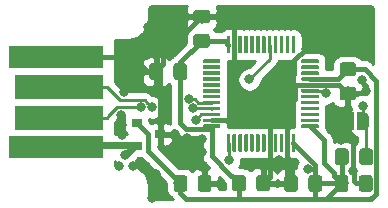
<source format=gbr>
G04 #@! TF.GenerationSoftware,KiCad,Pcbnew,5.1.3-ffb9f22~84~ubuntu18.04.1*
G04 #@! TF.CreationDate,2019-07-28T18:08:26+02:00*
G04 #@! TF.ProjectId,board,626f6172-642e-46b6-9963-61645f706362,rev?*
G04 #@! TF.SameCoordinates,Original*
G04 #@! TF.FileFunction,Copper,L1,Top*
G04 #@! TF.FilePolarity,Positive*
%FSLAX46Y46*%
G04 Gerber Fmt 4.6, Leading zero omitted, Abs format (unit mm)*
G04 Created by KiCad (PCBNEW 5.1.3-ffb9f22~84~ubuntu18.04.1) date 2019-07-28 18:08:26*
%MOMM*%
%LPD*%
G04 APERTURE LIST*
%ADD10C,0.100000*%
%ADD11C,1.150000*%
%ADD12C,0.500000*%
%ADD13R,0.900000X0.800000*%
%ADD14C,0.300000*%
%ADD15R,8.000000X1.900000*%
%ADD16R,7.500000X2.000000*%
%ADD17C,0.800000*%
%ADD18C,0.400000*%
%ADD19C,0.250000*%
%ADD20C,0.600000*%
%ADD21C,0.254000*%
G04 APERTURE END LIST*
D10*
G36*
X81832705Y-116349484D02*
G01*
X81856973Y-116353084D01*
X81880772Y-116359045D01*
X81903871Y-116367310D01*
X81926050Y-116377800D01*
X81947093Y-116390412D01*
X81966799Y-116405027D01*
X81984977Y-116421503D01*
X82001453Y-116439681D01*
X82016068Y-116459387D01*
X82028680Y-116480430D01*
X82039170Y-116502609D01*
X82047435Y-116525708D01*
X82053396Y-116549507D01*
X82056996Y-116573775D01*
X82058200Y-116598279D01*
X82058200Y-117498281D01*
X82056996Y-117522785D01*
X82053396Y-117547053D01*
X82047435Y-117570852D01*
X82039170Y-117593951D01*
X82028680Y-117616130D01*
X82016068Y-117637173D01*
X82001453Y-117656879D01*
X81984977Y-117675057D01*
X81966799Y-117691533D01*
X81947093Y-117706148D01*
X81926050Y-117718760D01*
X81903871Y-117729250D01*
X81880772Y-117737515D01*
X81856973Y-117743476D01*
X81832705Y-117747076D01*
X81808201Y-117748280D01*
X81158199Y-117748280D01*
X81133695Y-117747076D01*
X81109427Y-117743476D01*
X81085628Y-117737515D01*
X81062529Y-117729250D01*
X81040350Y-117718760D01*
X81019307Y-117706148D01*
X80999601Y-117691533D01*
X80981423Y-117675057D01*
X80964947Y-117656879D01*
X80950332Y-117637173D01*
X80937720Y-117616130D01*
X80927230Y-117593951D01*
X80918965Y-117570852D01*
X80913004Y-117547053D01*
X80909404Y-117522785D01*
X80908200Y-117498281D01*
X80908200Y-116598279D01*
X80909404Y-116573775D01*
X80913004Y-116549507D01*
X80918965Y-116525708D01*
X80927230Y-116502609D01*
X80937720Y-116480430D01*
X80950332Y-116459387D01*
X80964947Y-116439681D01*
X80981423Y-116421503D01*
X80999601Y-116405027D01*
X81019307Y-116390412D01*
X81040350Y-116377800D01*
X81062529Y-116367310D01*
X81085628Y-116359045D01*
X81109427Y-116353084D01*
X81133695Y-116349484D01*
X81158199Y-116348280D01*
X81808201Y-116348280D01*
X81832705Y-116349484D01*
X81832705Y-116349484D01*
G37*
D11*
X81483200Y-117048280D03*
D10*
G36*
X79782705Y-116349484D02*
G01*
X79806973Y-116353084D01*
X79830772Y-116359045D01*
X79853871Y-116367310D01*
X79876050Y-116377800D01*
X79897093Y-116390412D01*
X79916799Y-116405027D01*
X79934977Y-116421503D01*
X79951453Y-116439681D01*
X79966068Y-116459387D01*
X79978680Y-116480430D01*
X79989170Y-116502609D01*
X79997435Y-116525708D01*
X80003396Y-116549507D01*
X80006996Y-116573775D01*
X80008200Y-116598279D01*
X80008200Y-117498281D01*
X80006996Y-117522785D01*
X80003396Y-117547053D01*
X79997435Y-117570852D01*
X79989170Y-117593951D01*
X79978680Y-117616130D01*
X79966068Y-117637173D01*
X79951453Y-117656879D01*
X79934977Y-117675057D01*
X79916799Y-117691533D01*
X79897093Y-117706148D01*
X79876050Y-117718760D01*
X79853871Y-117729250D01*
X79830772Y-117737515D01*
X79806973Y-117743476D01*
X79782705Y-117747076D01*
X79758201Y-117748280D01*
X79108199Y-117748280D01*
X79083695Y-117747076D01*
X79059427Y-117743476D01*
X79035628Y-117737515D01*
X79012529Y-117729250D01*
X78990350Y-117718760D01*
X78969307Y-117706148D01*
X78949601Y-117691533D01*
X78931423Y-117675057D01*
X78914947Y-117656879D01*
X78900332Y-117637173D01*
X78887720Y-117616130D01*
X78877230Y-117593951D01*
X78868965Y-117570852D01*
X78863004Y-117547053D01*
X78859404Y-117522785D01*
X78858200Y-117498281D01*
X78858200Y-116598279D01*
X78859404Y-116573775D01*
X78863004Y-116549507D01*
X78868965Y-116525708D01*
X78877230Y-116502609D01*
X78887720Y-116480430D01*
X78900332Y-116459387D01*
X78914947Y-116439681D01*
X78931423Y-116421503D01*
X78949601Y-116405027D01*
X78969307Y-116390412D01*
X78990350Y-116377800D01*
X79012529Y-116367310D01*
X79035628Y-116359045D01*
X79059427Y-116353084D01*
X79083695Y-116349484D01*
X79108199Y-116348280D01*
X79758201Y-116348280D01*
X79782705Y-116349484D01*
X79782705Y-116349484D01*
G37*
D11*
X79433200Y-117048280D03*
D10*
G36*
X79767905Y-106875284D02*
G01*
X79792173Y-106878884D01*
X79815972Y-106884845D01*
X79839071Y-106893110D01*
X79861250Y-106903600D01*
X79882293Y-106916212D01*
X79901999Y-106930827D01*
X79920177Y-106947303D01*
X79936653Y-106965481D01*
X79951268Y-106985187D01*
X79963880Y-107006230D01*
X79974370Y-107028409D01*
X79982635Y-107051508D01*
X79988596Y-107075307D01*
X79992196Y-107099575D01*
X79993400Y-107124079D01*
X79993400Y-108024081D01*
X79992196Y-108048585D01*
X79988596Y-108072853D01*
X79982635Y-108096652D01*
X79974370Y-108119751D01*
X79963880Y-108141930D01*
X79951268Y-108162973D01*
X79936653Y-108182679D01*
X79920177Y-108200857D01*
X79901999Y-108217333D01*
X79882293Y-108231948D01*
X79861250Y-108244560D01*
X79839071Y-108255050D01*
X79815972Y-108263315D01*
X79792173Y-108269276D01*
X79767905Y-108272876D01*
X79743401Y-108274080D01*
X79093399Y-108274080D01*
X79068895Y-108272876D01*
X79044627Y-108269276D01*
X79020828Y-108263315D01*
X78997729Y-108255050D01*
X78975550Y-108244560D01*
X78954507Y-108231948D01*
X78934801Y-108217333D01*
X78916623Y-108200857D01*
X78900147Y-108182679D01*
X78885532Y-108162973D01*
X78872920Y-108141930D01*
X78862430Y-108119751D01*
X78854165Y-108096652D01*
X78848204Y-108072853D01*
X78844604Y-108048585D01*
X78843400Y-108024081D01*
X78843400Y-107124079D01*
X78844604Y-107099575D01*
X78848204Y-107075307D01*
X78854165Y-107051508D01*
X78862430Y-107028409D01*
X78872920Y-107006230D01*
X78885532Y-106985187D01*
X78900147Y-106965481D01*
X78916623Y-106947303D01*
X78934801Y-106930827D01*
X78954507Y-106916212D01*
X78975550Y-106903600D01*
X78997729Y-106893110D01*
X79020828Y-106884845D01*
X79044627Y-106878884D01*
X79068895Y-106875284D01*
X79093399Y-106874080D01*
X79743401Y-106874080D01*
X79767905Y-106875284D01*
X79767905Y-106875284D01*
G37*
D11*
X79418400Y-107574080D03*
D10*
G36*
X77717905Y-106875284D02*
G01*
X77742173Y-106878884D01*
X77765972Y-106884845D01*
X77789071Y-106893110D01*
X77811250Y-106903600D01*
X77832293Y-106916212D01*
X77851999Y-106930827D01*
X77870177Y-106947303D01*
X77886653Y-106965481D01*
X77901268Y-106985187D01*
X77913880Y-107006230D01*
X77924370Y-107028409D01*
X77932635Y-107051508D01*
X77938596Y-107075307D01*
X77942196Y-107099575D01*
X77943400Y-107124079D01*
X77943400Y-108024081D01*
X77942196Y-108048585D01*
X77938596Y-108072853D01*
X77932635Y-108096652D01*
X77924370Y-108119751D01*
X77913880Y-108141930D01*
X77901268Y-108162973D01*
X77886653Y-108182679D01*
X77870177Y-108200857D01*
X77851999Y-108217333D01*
X77832293Y-108231948D01*
X77811250Y-108244560D01*
X77789071Y-108255050D01*
X77765972Y-108263315D01*
X77742173Y-108269276D01*
X77717905Y-108272876D01*
X77693401Y-108274080D01*
X77043399Y-108274080D01*
X77018895Y-108272876D01*
X76994627Y-108269276D01*
X76970828Y-108263315D01*
X76947729Y-108255050D01*
X76925550Y-108244560D01*
X76904507Y-108231948D01*
X76884801Y-108217333D01*
X76866623Y-108200857D01*
X76850147Y-108182679D01*
X76835532Y-108162973D01*
X76822920Y-108141930D01*
X76812430Y-108119751D01*
X76804165Y-108096652D01*
X76798204Y-108072853D01*
X76794604Y-108048585D01*
X76793400Y-108024081D01*
X76793400Y-107124079D01*
X76794604Y-107099575D01*
X76798204Y-107075307D01*
X76804165Y-107051508D01*
X76812430Y-107028409D01*
X76822920Y-107006230D01*
X76835532Y-106985187D01*
X76850147Y-106965481D01*
X76866623Y-106947303D01*
X76884801Y-106930827D01*
X76904507Y-106916212D01*
X76925550Y-106903600D01*
X76947729Y-106893110D01*
X76970828Y-106884845D01*
X76994627Y-106878884D01*
X77018895Y-106875284D01*
X77043399Y-106874080D01*
X77693401Y-106874080D01*
X77717905Y-106875284D01*
X77717905Y-106875284D01*
G37*
D11*
X77368400Y-107574080D03*
D10*
G36*
X81706245Y-104395624D02*
G01*
X81730513Y-104399224D01*
X81754312Y-104405185D01*
X81777411Y-104413450D01*
X81799590Y-104423940D01*
X81820633Y-104436552D01*
X81840339Y-104451167D01*
X81858517Y-104467643D01*
X81874993Y-104485821D01*
X81889608Y-104505527D01*
X81902220Y-104526570D01*
X81912710Y-104548749D01*
X81920975Y-104571848D01*
X81926936Y-104595647D01*
X81930536Y-104619915D01*
X81931740Y-104644419D01*
X81931740Y-105294421D01*
X81930536Y-105318925D01*
X81926936Y-105343193D01*
X81920975Y-105366992D01*
X81912710Y-105390091D01*
X81902220Y-105412270D01*
X81889608Y-105433313D01*
X81874993Y-105453019D01*
X81858517Y-105471197D01*
X81840339Y-105487673D01*
X81820633Y-105502288D01*
X81799590Y-105514900D01*
X81777411Y-105525390D01*
X81754312Y-105533655D01*
X81730513Y-105539616D01*
X81706245Y-105543216D01*
X81681741Y-105544420D01*
X80781739Y-105544420D01*
X80757235Y-105543216D01*
X80732967Y-105539616D01*
X80709168Y-105533655D01*
X80686069Y-105525390D01*
X80663890Y-105514900D01*
X80642847Y-105502288D01*
X80623141Y-105487673D01*
X80604963Y-105471197D01*
X80588487Y-105453019D01*
X80573872Y-105433313D01*
X80561260Y-105412270D01*
X80550770Y-105390091D01*
X80542505Y-105366992D01*
X80536544Y-105343193D01*
X80532944Y-105318925D01*
X80531740Y-105294421D01*
X80531740Y-104644419D01*
X80532944Y-104619915D01*
X80536544Y-104595647D01*
X80542505Y-104571848D01*
X80550770Y-104548749D01*
X80561260Y-104526570D01*
X80573872Y-104505527D01*
X80588487Y-104485821D01*
X80604963Y-104467643D01*
X80623141Y-104451167D01*
X80642847Y-104436552D01*
X80663890Y-104423940D01*
X80686069Y-104413450D01*
X80709168Y-104405185D01*
X80732967Y-104399224D01*
X80757235Y-104395624D01*
X80781739Y-104394420D01*
X81681741Y-104394420D01*
X81706245Y-104395624D01*
X81706245Y-104395624D01*
G37*
D11*
X81231740Y-104969420D03*
D10*
G36*
X81706245Y-102345624D02*
G01*
X81730513Y-102349224D01*
X81754312Y-102355185D01*
X81777411Y-102363450D01*
X81799590Y-102373940D01*
X81820633Y-102386552D01*
X81840339Y-102401167D01*
X81858517Y-102417643D01*
X81874993Y-102435821D01*
X81889608Y-102455527D01*
X81902220Y-102476570D01*
X81912710Y-102498749D01*
X81920975Y-102521848D01*
X81926936Y-102545647D01*
X81930536Y-102569915D01*
X81931740Y-102594419D01*
X81931740Y-103244421D01*
X81930536Y-103268925D01*
X81926936Y-103293193D01*
X81920975Y-103316992D01*
X81912710Y-103340091D01*
X81902220Y-103362270D01*
X81889608Y-103383313D01*
X81874993Y-103403019D01*
X81858517Y-103421197D01*
X81840339Y-103437673D01*
X81820633Y-103452288D01*
X81799590Y-103464900D01*
X81777411Y-103475390D01*
X81754312Y-103483655D01*
X81730513Y-103489616D01*
X81706245Y-103493216D01*
X81681741Y-103494420D01*
X80781739Y-103494420D01*
X80757235Y-103493216D01*
X80732967Y-103489616D01*
X80709168Y-103483655D01*
X80686069Y-103475390D01*
X80663890Y-103464900D01*
X80642847Y-103452288D01*
X80623141Y-103437673D01*
X80604963Y-103421197D01*
X80588487Y-103403019D01*
X80573872Y-103383313D01*
X80561260Y-103362270D01*
X80550770Y-103340091D01*
X80542505Y-103316992D01*
X80536544Y-103293193D01*
X80532944Y-103268925D01*
X80531740Y-103244421D01*
X80531740Y-102594419D01*
X80532944Y-102569915D01*
X80536544Y-102545647D01*
X80542505Y-102521848D01*
X80550770Y-102498749D01*
X80561260Y-102476570D01*
X80573872Y-102455527D01*
X80588487Y-102435821D01*
X80604963Y-102417643D01*
X80623141Y-102401167D01*
X80642847Y-102386552D01*
X80663890Y-102373940D01*
X80686069Y-102363450D01*
X80709168Y-102355185D01*
X80732967Y-102349224D01*
X80757235Y-102345624D01*
X80781739Y-102344420D01*
X81681741Y-102344420D01*
X81706245Y-102345624D01*
X81706245Y-102345624D01*
G37*
D11*
X81231740Y-102919420D03*
D10*
G36*
X86785705Y-116324084D02*
G01*
X86809973Y-116327684D01*
X86833772Y-116333645D01*
X86856871Y-116341910D01*
X86879050Y-116352400D01*
X86900093Y-116365012D01*
X86919799Y-116379627D01*
X86937977Y-116396103D01*
X86954453Y-116414281D01*
X86969068Y-116433987D01*
X86981680Y-116455030D01*
X86992170Y-116477209D01*
X87000435Y-116500308D01*
X87006396Y-116524107D01*
X87009996Y-116548375D01*
X87011200Y-116572879D01*
X87011200Y-117472881D01*
X87009996Y-117497385D01*
X87006396Y-117521653D01*
X87000435Y-117545452D01*
X86992170Y-117568551D01*
X86981680Y-117590730D01*
X86969068Y-117611773D01*
X86954453Y-117631479D01*
X86937977Y-117649657D01*
X86919799Y-117666133D01*
X86900093Y-117680748D01*
X86879050Y-117693360D01*
X86856871Y-117703850D01*
X86833772Y-117712115D01*
X86809973Y-117718076D01*
X86785705Y-117721676D01*
X86761201Y-117722880D01*
X86111199Y-117722880D01*
X86086695Y-117721676D01*
X86062427Y-117718076D01*
X86038628Y-117712115D01*
X86015529Y-117703850D01*
X85993350Y-117693360D01*
X85972307Y-117680748D01*
X85952601Y-117666133D01*
X85934423Y-117649657D01*
X85917947Y-117631479D01*
X85903332Y-117611773D01*
X85890720Y-117590730D01*
X85880230Y-117568551D01*
X85871965Y-117545452D01*
X85866004Y-117521653D01*
X85862404Y-117497385D01*
X85861200Y-117472881D01*
X85861200Y-116572879D01*
X85862404Y-116548375D01*
X85866004Y-116524107D01*
X85871965Y-116500308D01*
X85880230Y-116477209D01*
X85890720Y-116455030D01*
X85903332Y-116433987D01*
X85917947Y-116414281D01*
X85934423Y-116396103D01*
X85952601Y-116379627D01*
X85972307Y-116365012D01*
X85993350Y-116352400D01*
X86015529Y-116341910D01*
X86038628Y-116333645D01*
X86062427Y-116327684D01*
X86086695Y-116324084D01*
X86111199Y-116322880D01*
X86761201Y-116322880D01*
X86785705Y-116324084D01*
X86785705Y-116324084D01*
G37*
D11*
X86436200Y-117022880D03*
D10*
G36*
X84735705Y-116324084D02*
G01*
X84759973Y-116327684D01*
X84783772Y-116333645D01*
X84806871Y-116341910D01*
X84829050Y-116352400D01*
X84850093Y-116365012D01*
X84869799Y-116379627D01*
X84887977Y-116396103D01*
X84904453Y-116414281D01*
X84919068Y-116433987D01*
X84931680Y-116455030D01*
X84942170Y-116477209D01*
X84950435Y-116500308D01*
X84956396Y-116524107D01*
X84959996Y-116548375D01*
X84961200Y-116572879D01*
X84961200Y-117472881D01*
X84959996Y-117497385D01*
X84956396Y-117521653D01*
X84950435Y-117545452D01*
X84942170Y-117568551D01*
X84931680Y-117590730D01*
X84919068Y-117611773D01*
X84904453Y-117631479D01*
X84887977Y-117649657D01*
X84869799Y-117666133D01*
X84850093Y-117680748D01*
X84829050Y-117693360D01*
X84806871Y-117703850D01*
X84783772Y-117712115D01*
X84759973Y-117718076D01*
X84735705Y-117721676D01*
X84711201Y-117722880D01*
X84061199Y-117722880D01*
X84036695Y-117721676D01*
X84012427Y-117718076D01*
X83988628Y-117712115D01*
X83965529Y-117703850D01*
X83943350Y-117693360D01*
X83922307Y-117680748D01*
X83902601Y-117666133D01*
X83884423Y-117649657D01*
X83867947Y-117631479D01*
X83853332Y-117611773D01*
X83840720Y-117590730D01*
X83830230Y-117568551D01*
X83821965Y-117545452D01*
X83816004Y-117521653D01*
X83812404Y-117497385D01*
X83811200Y-117472881D01*
X83811200Y-116572879D01*
X83812404Y-116548375D01*
X83816004Y-116524107D01*
X83821965Y-116500308D01*
X83830230Y-116477209D01*
X83840720Y-116455030D01*
X83853332Y-116433987D01*
X83867947Y-116414281D01*
X83884423Y-116396103D01*
X83902601Y-116379627D01*
X83922307Y-116365012D01*
X83943350Y-116352400D01*
X83965529Y-116341910D01*
X83988628Y-116333645D01*
X84012427Y-116327684D01*
X84036695Y-116324084D01*
X84061199Y-116322880D01*
X84711201Y-116322880D01*
X84735705Y-116324084D01*
X84735705Y-116324084D01*
G37*
D11*
X84386200Y-117022880D03*
D10*
G36*
X93422505Y-116349484D02*
G01*
X93446773Y-116353084D01*
X93470572Y-116359045D01*
X93493671Y-116367310D01*
X93515850Y-116377800D01*
X93536893Y-116390412D01*
X93556599Y-116405027D01*
X93574777Y-116421503D01*
X93591253Y-116439681D01*
X93605868Y-116459387D01*
X93618480Y-116480430D01*
X93628970Y-116502609D01*
X93637235Y-116525708D01*
X93643196Y-116549507D01*
X93646796Y-116573775D01*
X93648000Y-116598279D01*
X93648000Y-117498281D01*
X93646796Y-117522785D01*
X93643196Y-117547053D01*
X93637235Y-117570852D01*
X93628970Y-117593951D01*
X93618480Y-117616130D01*
X93605868Y-117637173D01*
X93591253Y-117656879D01*
X93574777Y-117675057D01*
X93556599Y-117691533D01*
X93536893Y-117706148D01*
X93515850Y-117718760D01*
X93493671Y-117729250D01*
X93470572Y-117737515D01*
X93446773Y-117743476D01*
X93422505Y-117747076D01*
X93398001Y-117748280D01*
X92747999Y-117748280D01*
X92723495Y-117747076D01*
X92699227Y-117743476D01*
X92675428Y-117737515D01*
X92652329Y-117729250D01*
X92630150Y-117718760D01*
X92609107Y-117706148D01*
X92589401Y-117691533D01*
X92571223Y-117675057D01*
X92554747Y-117656879D01*
X92540132Y-117637173D01*
X92527520Y-117616130D01*
X92517030Y-117593951D01*
X92508765Y-117570852D01*
X92502804Y-117547053D01*
X92499204Y-117522785D01*
X92498000Y-117498281D01*
X92498000Y-116598279D01*
X92499204Y-116573775D01*
X92502804Y-116549507D01*
X92508765Y-116525708D01*
X92517030Y-116502609D01*
X92527520Y-116480430D01*
X92540132Y-116459387D01*
X92554747Y-116439681D01*
X92571223Y-116421503D01*
X92589401Y-116405027D01*
X92609107Y-116390412D01*
X92630150Y-116377800D01*
X92652329Y-116367310D01*
X92675428Y-116359045D01*
X92699227Y-116353084D01*
X92723495Y-116349484D01*
X92747999Y-116348280D01*
X93398001Y-116348280D01*
X93422505Y-116349484D01*
X93422505Y-116349484D01*
G37*
D11*
X93073000Y-117048280D03*
D10*
G36*
X95472505Y-116349484D02*
G01*
X95496773Y-116353084D01*
X95520572Y-116359045D01*
X95543671Y-116367310D01*
X95565850Y-116377800D01*
X95586893Y-116390412D01*
X95606599Y-116405027D01*
X95624777Y-116421503D01*
X95641253Y-116439681D01*
X95655868Y-116459387D01*
X95668480Y-116480430D01*
X95678970Y-116502609D01*
X95687235Y-116525708D01*
X95693196Y-116549507D01*
X95696796Y-116573775D01*
X95698000Y-116598279D01*
X95698000Y-117498281D01*
X95696796Y-117522785D01*
X95693196Y-117547053D01*
X95687235Y-117570852D01*
X95678970Y-117593951D01*
X95668480Y-117616130D01*
X95655868Y-117637173D01*
X95641253Y-117656879D01*
X95624777Y-117675057D01*
X95606599Y-117691533D01*
X95586893Y-117706148D01*
X95565850Y-117718760D01*
X95543671Y-117729250D01*
X95520572Y-117737515D01*
X95496773Y-117743476D01*
X95472505Y-117747076D01*
X95448001Y-117748280D01*
X94797999Y-117748280D01*
X94773495Y-117747076D01*
X94749227Y-117743476D01*
X94725428Y-117737515D01*
X94702329Y-117729250D01*
X94680150Y-117718760D01*
X94659107Y-117706148D01*
X94639401Y-117691533D01*
X94621223Y-117675057D01*
X94604747Y-117656879D01*
X94590132Y-117637173D01*
X94577520Y-117616130D01*
X94567030Y-117593951D01*
X94558765Y-117570852D01*
X94552804Y-117547053D01*
X94549204Y-117522785D01*
X94548000Y-117498281D01*
X94548000Y-116598279D01*
X94549204Y-116573775D01*
X94552804Y-116549507D01*
X94558765Y-116525708D01*
X94567030Y-116502609D01*
X94577520Y-116480430D01*
X94590132Y-116459387D01*
X94604747Y-116439681D01*
X94621223Y-116421503D01*
X94639401Y-116405027D01*
X94659107Y-116390412D01*
X94680150Y-116377800D01*
X94702329Y-116367310D01*
X94725428Y-116359045D01*
X94749227Y-116353084D01*
X94773495Y-116349484D01*
X94797999Y-116348280D01*
X95448001Y-116348280D01*
X95472505Y-116349484D01*
X95472505Y-116349484D01*
G37*
D11*
X95123000Y-117048280D03*
D10*
G36*
X91197905Y-116349484D02*
G01*
X91222173Y-116353084D01*
X91245972Y-116359045D01*
X91269071Y-116367310D01*
X91291250Y-116377800D01*
X91312293Y-116390412D01*
X91331999Y-116405027D01*
X91350177Y-116421503D01*
X91366653Y-116439681D01*
X91381268Y-116459387D01*
X91393880Y-116480430D01*
X91404370Y-116502609D01*
X91412635Y-116525708D01*
X91418596Y-116549507D01*
X91422196Y-116573775D01*
X91423400Y-116598279D01*
X91423400Y-117498281D01*
X91422196Y-117522785D01*
X91418596Y-117547053D01*
X91412635Y-117570852D01*
X91404370Y-117593951D01*
X91393880Y-117616130D01*
X91381268Y-117637173D01*
X91366653Y-117656879D01*
X91350177Y-117675057D01*
X91331999Y-117691533D01*
X91312293Y-117706148D01*
X91291250Y-117718760D01*
X91269071Y-117729250D01*
X91245972Y-117737515D01*
X91222173Y-117743476D01*
X91197905Y-117747076D01*
X91173401Y-117748280D01*
X90523399Y-117748280D01*
X90498895Y-117747076D01*
X90474627Y-117743476D01*
X90450828Y-117737515D01*
X90427729Y-117729250D01*
X90405550Y-117718760D01*
X90384507Y-117706148D01*
X90364801Y-117691533D01*
X90346623Y-117675057D01*
X90330147Y-117656879D01*
X90315532Y-117637173D01*
X90302920Y-117616130D01*
X90292430Y-117593951D01*
X90284165Y-117570852D01*
X90278204Y-117547053D01*
X90274604Y-117522785D01*
X90273400Y-117498281D01*
X90273400Y-116598279D01*
X90274604Y-116573775D01*
X90278204Y-116549507D01*
X90284165Y-116525708D01*
X90292430Y-116502609D01*
X90302920Y-116480430D01*
X90315532Y-116459387D01*
X90330147Y-116439681D01*
X90346623Y-116421503D01*
X90364801Y-116405027D01*
X90384507Y-116390412D01*
X90405550Y-116377800D01*
X90427729Y-116367310D01*
X90450828Y-116359045D01*
X90474627Y-116353084D01*
X90498895Y-116349484D01*
X90523399Y-116348280D01*
X91173401Y-116348280D01*
X91197905Y-116349484D01*
X91197905Y-116349484D01*
G37*
D11*
X90848400Y-117048280D03*
D10*
G36*
X89147905Y-116349484D02*
G01*
X89172173Y-116353084D01*
X89195972Y-116359045D01*
X89219071Y-116367310D01*
X89241250Y-116377800D01*
X89262293Y-116390412D01*
X89281999Y-116405027D01*
X89300177Y-116421503D01*
X89316653Y-116439681D01*
X89331268Y-116459387D01*
X89343880Y-116480430D01*
X89354370Y-116502609D01*
X89362635Y-116525708D01*
X89368596Y-116549507D01*
X89372196Y-116573775D01*
X89373400Y-116598279D01*
X89373400Y-117498281D01*
X89372196Y-117522785D01*
X89368596Y-117547053D01*
X89362635Y-117570852D01*
X89354370Y-117593951D01*
X89343880Y-117616130D01*
X89331268Y-117637173D01*
X89316653Y-117656879D01*
X89300177Y-117675057D01*
X89281999Y-117691533D01*
X89262293Y-117706148D01*
X89241250Y-117718760D01*
X89219071Y-117729250D01*
X89195972Y-117737515D01*
X89172173Y-117743476D01*
X89147905Y-117747076D01*
X89123401Y-117748280D01*
X88473399Y-117748280D01*
X88448895Y-117747076D01*
X88424627Y-117743476D01*
X88400828Y-117737515D01*
X88377729Y-117729250D01*
X88355550Y-117718760D01*
X88334507Y-117706148D01*
X88314801Y-117691533D01*
X88296623Y-117675057D01*
X88280147Y-117656879D01*
X88265532Y-117637173D01*
X88252920Y-117616130D01*
X88242430Y-117593951D01*
X88234165Y-117570852D01*
X88228204Y-117547053D01*
X88224604Y-117522785D01*
X88223400Y-117498281D01*
X88223400Y-116598279D01*
X88224604Y-116573775D01*
X88228204Y-116549507D01*
X88234165Y-116525708D01*
X88242430Y-116502609D01*
X88252920Y-116480430D01*
X88265532Y-116459387D01*
X88280147Y-116439681D01*
X88296623Y-116421503D01*
X88314801Y-116405027D01*
X88334507Y-116390412D01*
X88355550Y-116377800D01*
X88377729Y-116367310D01*
X88400828Y-116359045D01*
X88424627Y-116353084D01*
X88448895Y-116349484D01*
X88473399Y-116348280D01*
X89123401Y-116348280D01*
X89147905Y-116349484D01*
X89147905Y-116349484D01*
G37*
D11*
X88798400Y-117048280D03*
D10*
G36*
X94073505Y-108851944D02*
G01*
X94097773Y-108855544D01*
X94121572Y-108861505D01*
X94144671Y-108869770D01*
X94166850Y-108880260D01*
X94187893Y-108892872D01*
X94207599Y-108907487D01*
X94225777Y-108923963D01*
X94242253Y-108942141D01*
X94256868Y-108961847D01*
X94269480Y-108982890D01*
X94279970Y-109005069D01*
X94288235Y-109028168D01*
X94294196Y-109051967D01*
X94297796Y-109076235D01*
X94299000Y-109100739D01*
X94299000Y-109750741D01*
X94297796Y-109775245D01*
X94294196Y-109799513D01*
X94288235Y-109823312D01*
X94279970Y-109846411D01*
X94269480Y-109868590D01*
X94256868Y-109889633D01*
X94242253Y-109909339D01*
X94225777Y-109927517D01*
X94207599Y-109943993D01*
X94187893Y-109958608D01*
X94166850Y-109971220D01*
X94144671Y-109981710D01*
X94121572Y-109989975D01*
X94097773Y-109995936D01*
X94073505Y-109999536D01*
X94049001Y-110000740D01*
X93148999Y-110000740D01*
X93124495Y-109999536D01*
X93100227Y-109995936D01*
X93076428Y-109989975D01*
X93053329Y-109981710D01*
X93031150Y-109971220D01*
X93010107Y-109958608D01*
X92990401Y-109943993D01*
X92972223Y-109927517D01*
X92955747Y-109909339D01*
X92941132Y-109889633D01*
X92928520Y-109868590D01*
X92918030Y-109846411D01*
X92909765Y-109823312D01*
X92903804Y-109799513D01*
X92900204Y-109775245D01*
X92899000Y-109750741D01*
X92899000Y-109100739D01*
X92900204Y-109076235D01*
X92903804Y-109051967D01*
X92909765Y-109028168D01*
X92918030Y-109005069D01*
X92928520Y-108982890D01*
X92941132Y-108961847D01*
X92955747Y-108942141D01*
X92972223Y-108923963D01*
X92990401Y-108907487D01*
X93010107Y-108892872D01*
X93031150Y-108880260D01*
X93053329Y-108869770D01*
X93076428Y-108861505D01*
X93100227Y-108855544D01*
X93124495Y-108851944D01*
X93148999Y-108850740D01*
X94049001Y-108850740D01*
X94073505Y-108851944D01*
X94073505Y-108851944D01*
G37*
D11*
X93599000Y-109425740D03*
D10*
G36*
X94073505Y-106801944D02*
G01*
X94097773Y-106805544D01*
X94121572Y-106811505D01*
X94144671Y-106819770D01*
X94166850Y-106830260D01*
X94187893Y-106842872D01*
X94207599Y-106857487D01*
X94225777Y-106873963D01*
X94242253Y-106892141D01*
X94256868Y-106911847D01*
X94269480Y-106932890D01*
X94279970Y-106955069D01*
X94288235Y-106978168D01*
X94294196Y-107001967D01*
X94297796Y-107026235D01*
X94299000Y-107050739D01*
X94299000Y-107700741D01*
X94297796Y-107725245D01*
X94294196Y-107749513D01*
X94288235Y-107773312D01*
X94279970Y-107796411D01*
X94269480Y-107818590D01*
X94256868Y-107839633D01*
X94242253Y-107859339D01*
X94225777Y-107877517D01*
X94207599Y-107893993D01*
X94187893Y-107908608D01*
X94166850Y-107921220D01*
X94144671Y-107931710D01*
X94121572Y-107939975D01*
X94097773Y-107945936D01*
X94073505Y-107949536D01*
X94049001Y-107950740D01*
X93148999Y-107950740D01*
X93124495Y-107949536D01*
X93100227Y-107945936D01*
X93076428Y-107939975D01*
X93053329Y-107931710D01*
X93031150Y-107921220D01*
X93010107Y-107908608D01*
X92990401Y-107893993D01*
X92972223Y-107877517D01*
X92955747Y-107859339D01*
X92941132Y-107839633D01*
X92928520Y-107818590D01*
X92918030Y-107796411D01*
X92909765Y-107773312D01*
X92903804Y-107749513D01*
X92900204Y-107725245D01*
X92899000Y-107700741D01*
X92899000Y-107050739D01*
X92900204Y-107026235D01*
X92903804Y-107001967D01*
X92909765Y-106978168D01*
X92918030Y-106955069D01*
X92928520Y-106932890D01*
X92941132Y-106911847D01*
X92955747Y-106892141D01*
X92972223Y-106873963D01*
X92990401Y-106857487D01*
X93010107Y-106842872D01*
X93031150Y-106830260D01*
X93053329Y-106819770D01*
X93076428Y-106811505D01*
X93100227Y-106805544D01*
X93124495Y-106801944D01*
X93148999Y-106800740D01*
X94049001Y-106800740D01*
X94073505Y-106801944D01*
X94073505Y-106801944D01*
G37*
D11*
X93599000Y-107375740D03*
D12*
X94919800Y-111762540D03*
D10*
G36*
X94419800Y-111012540D02*
G01*
X94919800Y-111012540D01*
X94919800Y-111013142D01*
X94944334Y-111013142D01*
X94993165Y-111017952D01*
X95041290Y-111027524D01*
X95088245Y-111041768D01*
X95133578Y-111060545D01*
X95176851Y-111083676D01*
X95217650Y-111110936D01*
X95255579Y-111142064D01*
X95290276Y-111176761D01*
X95321404Y-111214690D01*
X95348664Y-111255489D01*
X95371795Y-111298762D01*
X95390572Y-111344095D01*
X95404816Y-111391050D01*
X95414388Y-111439175D01*
X95419198Y-111488006D01*
X95419198Y-111512540D01*
X95419800Y-111512540D01*
X95419800Y-112012540D01*
X95419198Y-112012540D01*
X95419198Y-112037074D01*
X95414388Y-112085905D01*
X95404816Y-112134030D01*
X95390572Y-112180985D01*
X95371795Y-112226318D01*
X95348664Y-112269591D01*
X95321404Y-112310390D01*
X95290276Y-112348319D01*
X95255579Y-112383016D01*
X95217650Y-112414144D01*
X95176851Y-112441404D01*
X95133578Y-112464535D01*
X95088245Y-112483312D01*
X95041290Y-112497556D01*
X94993165Y-112507128D01*
X94944334Y-112511938D01*
X94919800Y-112511938D01*
X94919800Y-112512540D01*
X94419800Y-112512540D01*
X94419800Y-111012540D01*
X94419800Y-111012540D01*
G37*
D12*
X93619800Y-111762540D03*
D10*
G36*
X93619800Y-112511938D02*
G01*
X93595266Y-112511938D01*
X93546435Y-112507128D01*
X93498310Y-112497556D01*
X93451355Y-112483312D01*
X93406022Y-112464535D01*
X93362749Y-112441404D01*
X93321950Y-112414144D01*
X93284021Y-112383016D01*
X93249324Y-112348319D01*
X93218196Y-112310390D01*
X93190936Y-112269591D01*
X93167805Y-112226318D01*
X93149028Y-112180985D01*
X93134784Y-112134030D01*
X93125212Y-112085905D01*
X93120402Y-112037074D01*
X93120402Y-112012540D01*
X93119800Y-112012540D01*
X93119800Y-111512540D01*
X93120402Y-111512540D01*
X93120402Y-111488006D01*
X93125212Y-111439175D01*
X93134784Y-111391050D01*
X93149028Y-111344095D01*
X93167805Y-111298762D01*
X93190936Y-111255489D01*
X93218196Y-111214690D01*
X93249324Y-111176761D01*
X93284021Y-111142064D01*
X93321950Y-111110936D01*
X93362749Y-111083676D01*
X93406022Y-111060545D01*
X93451355Y-111041768D01*
X93498310Y-111027524D01*
X93546435Y-111017952D01*
X93595266Y-111013142D01*
X93619800Y-111013142D01*
X93619800Y-111012540D01*
X94119800Y-111012540D01*
X94119800Y-112512540D01*
X93619800Y-112512540D01*
X93619800Y-112511938D01*
X93619800Y-112511938D01*
G37*
G36*
X93447905Y-114086344D02*
G01*
X93472173Y-114089944D01*
X93495972Y-114095905D01*
X93519071Y-114104170D01*
X93541250Y-114114660D01*
X93562293Y-114127272D01*
X93581999Y-114141887D01*
X93600177Y-114158363D01*
X93616653Y-114176541D01*
X93631268Y-114196247D01*
X93643880Y-114217290D01*
X93654370Y-114239469D01*
X93662635Y-114262568D01*
X93668596Y-114286367D01*
X93672196Y-114310635D01*
X93673400Y-114335139D01*
X93673400Y-115235141D01*
X93672196Y-115259645D01*
X93668596Y-115283913D01*
X93662635Y-115307712D01*
X93654370Y-115330811D01*
X93643880Y-115352990D01*
X93631268Y-115374033D01*
X93616653Y-115393739D01*
X93600177Y-115411917D01*
X93581999Y-115428393D01*
X93562293Y-115443008D01*
X93541250Y-115455620D01*
X93519071Y-115466110D01*
X93495972Y-115474375D01*
X93472173Y-115480336D01*
X93447905Y-115483936D01*
X93423401Y-115485140D01*
X92773399Y-115485140D01*
X92748895Y-115483936D01*
X92724627Y-115480336D01*
X92700828Y-115474375D01*
X92677729Y-115466110D01*
X92655550Y-115455620D01*
X92634507Y-115443008D01*
X92614801Y-115428393D01*
X92596623Y-115411917D01*
X92580147Y-115393739D01*
X92565532Y-115374033D01*
X92552920Y-115352990D01*
X92542430Y-115330811D01*
X92534165Y-115307712D01*
X92528204Y-115283913D01*
X92524604Y-115259645D01*
X92523400Y-115235141D01*
X92523400Y-114335139D01*
X92524604Y-114310635D01*
X92528204Y-114286367D01*
X92534165Y-114262568D01*
X92542430Y-114239469D01*
X92552920Y-114217290D01*
X92565532Y-114196247D01*
X92580147Y-114176541D01*
X92596623Y-114158363D01*
X92614801Y-114141887D01*
X92634507Y-114127272D01*
X92655550Y-114114660D01*
X92677729Y-114104170D01*
X92700828Y-114095905D01*
X92724627Y-114089944D01*
X92748895Y-114086344D01*
X92773399Y-114085140D01*
X93423401Y-114085140D01*
X93447905Y-114086344D01*
X93447905Y-114086344D01*
G37*
D11*
X93098400Y-114785140D03*
D10*
G36*
X95497905Y-114086344D02*
G01*
X95522173Y-114089944D01*
X95545972Y-114095905D01*
X95569071Y-114104170D01*
X95591250Y-114114660D01*
X95612293Y-114127272D01*
X95631999Y-114141887D01*
X95650177Y-114158363D01*
X95666653Y-114176541D01*
X95681268Y-114196247D01*
X95693880Y-114217290D01*
X95704370Y-114239469D01*
X95712635Y-114262568D01*
X95718596Y-114286367D01*
X95722196Y-114310635D01*
X95723400Y-114335139D01*
X95723400Y-115235141D01*
X95722196Y-115259645D01*
X95718596Y-115283913D01*
X95712635Y-115307712D01*
X95704370Y-115330811D01*
X95693880Y-115352990D01*
X95681268Y-115374033D01*
X95666653Y-115393739D01*
X95650177Y-115411917D01*
X95631999Y-115428393D01*
X95612293Y-115443008D01*
X95591250Y-115455620D01*
X95569071Y-115466110D01*
X95545972Y-115474375D01*
X95522173Y-115480336D01*
X95497905Y-115483936D01*
X95473401Y-115485140D01*
X94823399Y-115485140D01*
X94798895Y-115483936D01*
X94774627Y-115480336D01*
X94750828Y-115474375D01*
X94727729Y-115466110D01*
X94705550Y-115455620D01*
X94684507Y-115443008D01*
X94664801Y-115428393D01*
X94646623Y-115411917D01*
X94630147Y-115393739D01*
X94615532Y-115374033D01*
X94602920Y-115352990D01*
X94592430Y-115330811D01*
X94584165Y-115307712D01*
X94578204Y-115283913D01*
X94574604Y-115259645D01*
X94573400Y-115235141D01*
X94573400Y-114335139D01*
X94574604Y-114310635D01*
X94578204Y-114286367D01*
X94584165Y-114262568D01*
X94592430Y-114239469D01*
X94602920Y-114217290D01*
X94615532Y-114196247D01*
X94630147Y-114176541D01*
X94646623Y-114158363D01*
X94664801Y-114141887D01*
X94684507Y-114127272D01*
X94705550Y-114114660D01*
X94727729Y-114104170D01*
X94750828Y-114095905D01*
X94774627Y-114089944D01*
X94798895Y-114086344D01*
X94823399Y-114085140D01*
X95473401Y-114085140D01*
X95497905Y-114086344D01*
X95497905Y-114086344D01*
G37*
D11*
X95148400Y-114785140D03*
D13*
X75718160Y-111942840D03*
X75718160Y-113842840D03*
X77718160Y-112892840D03*
D10*
G36*
X91067891Y-112054041D02*
G01*
X91075172Y-112055121D01*
X91082311Y-112056909D01*
X91089241Y-112059389D01*
X91095895Y-112062536D01*
X91102208Y-112066320D01*
X91108119Y-112070704D01*
X91113573Y-112075647D01*
X91118516Y-112081101D01*
X91122900Y-112087012D01*
X91126684Y-112093325D01*
X91129831Y-112099979D01*
X91132311Y-112106909D01*
X91134099Y-112114048D01*
X91135179Y-112121329D01*
X91135540Y-112128680D01*
X91135540Y-112278680D01*
X91135179Y-112286031D01*
X91134099Y-112293312D01*
X91132311Y-112300451D01*
X91129831Y-112307381D01*
X91126684Y-112314035D01*
X91122900Y-112320348D01*
X91118516Y-112326259D01*
X91113573Y-112331713D01*
X91108119Y-112336656D01*
X91102208Y-112341040D01*
X91095895Y-112344824D01*
X91089241Y-112347971D01*
X91082311Y-112350451D01*
X91075172Y-112352239D01*
X91067891Y-112353319D01*
X91060540Y-112353680D01*
X89735540Y-112353680D01*
X89728189Y-112353319D01*
X89720908Y-112352239D01*
X89713769Y-112350451D01*
X89706839Y-112347971D01*
X89700185Y-112344824D01*
X89693872Y-112341040D01*
X89687961Y-112336656D01*
X89682507Y-112331713D01*
X89677564Y-112326259D01*
X89673180Y-112320348D01*
X89669396Y-112314035D01*
X89666249Y-112307381D01*
X89663769Y-112300451D01*
X89661981Y-112293312D01*
X89660901Y-112286031D01*
X89660540Y-112278680D01*
X89660540Y-112128680D01*
X89660901Y-112121329D01*
X89661981Y-112114048D01*
X89663769Y-112106909D01*
X89666249Y-112099979D01*
X89669396Y-112093325D01*
X89673180Y-112087012D01*
X89677564Y-112081101D01*
X89682507Y-112075647D01*
X89687961Y-112070704D01*
X89693872Y-112066320D01*
X89700185Y-112062536D01*
X89706839Y-112059389D01*
X89713769Y-112056909D01*
X89720908Y-112055121D01*
X89728189Y-112054041D01*
X89735540Y-112053680D01*
X91060540Y-112053680D01*
X91067891Y-112054041D01*
X91067891Y-112054041D01*
G37*
D14*
X90398040Y-112203680D03*
D10*
G36*
X91067891Y-111554041D02*
G01*
X91075172Y-111555121D01*
X91082311Y-111556909D01*
X91089241Y-111559389D01*
X91095895Y-111562536D01*
X91102208Y-111566320D01*
X91108119Y-111570704D01*
X91113573Y-111575647D01*
X91118516Y-111581101D01*
X91122900Y-111587012D01*
X91126684Y-111593325D01*
X91129831Y-111599979D01*
X91132311Y-111606909D01*
X91134099Y-111614048D01*
X91135179Y-111621329D01*
X91135540Y-111628680D01*
X91135540Y-111778680D01*
X91135179Y-111786031D01*
X91134099Y-111793312D01*
X91132311Y-111800451D01*
X91129831Y-111807381D01*
X91126684Y-111814035D01*
X91122900Y-111820348D01*
X91118516Y-111826259D01*
X91113573Y-111831713D01*
X91108119Y-111836656D01*
X91102208Y-111841040D01*
X91095895Y-111844824D01*
X91089241Y-111847971D01*
X91082311Y-111850451D01*
X91075172Y-111852239D01*
X91067891Y-111853319D01*
X91060540Y-111853680D01*
X89735540Y-111853680D01*
X89728189Y-111853319D01*
X89720908Y-111852239D01*
X89713769Y-111850451D01*
X89706839Y-111847971D01*
X89700185Y-111844824D01*
X89693872Y-111841040D01*
X89687961Y-111836656D01*
X89682507Y-111831713D01*
X89677564Y-111826259D01*
X89673180Y-111820348D01*
X89669396Y-111814035D01*
X89666249Y-111807381D01*
X89663769Y-111800451D01*
X89661981Y-111793312D01*
X89660901Y-111786031D01*
X89660540Y-111778680D01*
X89660540Y-111628680D01*
X89660901Y-111621329D01*
X89661981Y-111614048D01*
X89663769Y-111606909D01*
X89666249Y-111599979D01*
X89669396Y-111593325D01*
X89673180Y-111587012D01*
X89677564Y-111581101D01*
X89682507Y-111575647D01*
X89687961Y-111570704D01*
X89693872Y-111566320D01*
X89700185Y-111562536D01*
X89706839Y-111559389D01*
X89713769Y-111556909D01*
X89720908Y-111555121D01*
X89728189Y-111554041D01*
X89735540Y-111553680D01*
X91060540Y-111553680D01*
X91067891Y-111554041D01*
X91067891Y-111554041D01*
G37*
D14*
X90398040Y-111703680D03*
D10*
G36*
X91067891Y-111054041D02*
G01*
X91075172Y-111055121D01*
X91082311Y-111056909D01*
X91089241Y-111059389D01*
X91095895Y-111062536D01*
X91102208Y-111066320D01*
X91108119Y-111070704D01*
X91113573Y-111075647D01*
X91118516Y-111081101D01*
X91122900Y-111087012D01*
X91126684Y-111093325D01*
X91129831Y-111099979D01*
X91132311Y-111106909D01*
X91134099Y-111114048D01*
X91135179Y-111121329D01*
X91135540Y-111128680D01*
X91135540Y-111278680D01*
X91135179Y-111286031D01*
X91134099Y-111293312D01*
X91132311Y-111300451D01*
X91129831Y-111307381D01*
X91126684Y-111314035D01*
X91122900Y-111320348D01*
X91118516Y-111326259D01*
X91113573Y-111331713D01*
X91108119Y-111336656D01*
X91102208Y-111341040D01*
X91095895Y-111344824D01*
X91089241Y-111347971D01*
X91082311Y-111350451D01*
X91075172Y-111352239D01*
X91067891Y-111353319D01*
X91060540Y-111353680D01*
X89735540Y-111353680D01*
X89728189Y-111353319D01*
X89720908Y-111352239D01*
X89713769Y-111350451D01*
X89706839Y-111347971D01*
X89700185Y-111344824D01*
X89693872Y-111341040D01*
X89687961Y-111336656D01*
X89682507Y-111331713D01*
X89677564Y-111326259D01*
X89673180Y-111320348D01*
X89669396Y-111314035D01*
X89666249Y-111307381D01*
X89663769Y-111300451D01*
X89661981Y-111293312D01*
X89660901Y-111286031D01*
X89660540Y-111278680D01*
X89660540Y-111128680D01*
X89660901Y-111121329D01*
X89661981Y-111114048D01*
X89663769Y-111106909D01*
X89666249Y-111099979D01*
X89669396Y-111093325D01*
X89673180Y-111087012D01*
X89677564Y-111081101D01*
X89682507Y-111075647D01*
X89687961Y-111070704D01*
X89693872Y-111066320D01*
X89700185Y-111062536D01*
X89706839Y-111059389D01*
X89713769Y-111056909D01*
X89720908Y-111055121D01*
X89728189Y-111054041D01*
X89735540Y-111053680D01*
X91060540Y-111053680D01*
X91067891Y-111054041D01*
X91067891Y-111054041D01*
G37*
D14*
X90398040Y-111203680D03*
D10*
G36*
X91067891Y-110554041D02*
G01*
X91075172Y-110555121D01*
X91082311Y-110556909D01*
X91089241Y-110559389D01*
X91095895Y-110562536D01*
X91102208Y-110566320D01*
X91108119Y-110570704D01*
X91113573Y-110575647D01*
X91118516Y-110581101D01*
X91122900Y-110587012D01*
X91126684Y-110593325D01*
X91129831Y-110599979D01*
X91132311Y-110606909D01*
X91134099Y-110614048D01*
X91135179Y-110621329D01*
X91135540Y-110628680D01*
X91135540Y-110778680D01*
X91135179Y-110786031D01*
X91134099Y-110793312D01*
X91132311Y-110800451D01*
X91129831Y-110807381D01*
X91126684Y-110814035D01*
X91122900Y-110820348D01*
X91118516Y-110826259D01*
X91113573Y-110831713D01*
X91108119Y-110836656D01*
X91102208Y-110841040D01*
X91095895Y-110844824D01*
X91089241Y-110847971D01*
X91082311Y-110850451D01*
X91075172Y-110852239D01*
X91067891Y-110853319D01*
X91060540Y-110853680D01*
X89735540Y-110853680D01*
X89728189Y-110853319D01*
X89720908Y-110852239D01*
X89713769Y-110850451D01*
X89706839Y-110847971D01*
X89700185Y-110844824D01*
X89693872Y-110841040D01*
X89687961Y-110836656D01*
X89682507Y-110831713D01*
X89677564Y-110826259D01*
X89673180Y-110820348D01*
X89669396Y-110814035D01*
X89666249Y-110807381D01*
X89663769Y-110800451D01*
X89661981Y-110793312D01*
X89660901Y-110786031D01*
X89660540Y-110778680D01*
X89660540Y-110628680D01*
X89660901Y-110621329D01*
X89661981Y-110614048D01*
X89663769Y-110606909D01*
X89666249Y-110599979D01*
X89669396Y-110593325D01*
X89673180Y-110587012D01*
X89677564Y-110581101D01*
X89682507Y-110575647D01*
X89687961Y-110570704D01*
X89693872Y-110566320D01*
X89700185Y-110562536D01*
X89706839Y-110559389D01*
X89713769Y-110556909D01*
X89720908Y-110555121D01*
X89728189Y-110554041D01*
X89735540Y-110553680D01*
X91060540Y-110553680D01*
X91067891Y-110554041D01*
X91067891Y-110554041D01*
G37*
D14*
X90398040Y-110703680D03*
D10*
G36*
X91067891Y-110054041D02*
G01*
X91075172Y-110055121D01*
X91082311Y-110056909D01*
X91089241Y-110059389D01*
X91095895Y-110062536D01*
X91102208Y-110066320D01*
X91108119Y-110070704D01*
X91113573Y-110075647D01*
X91118516Y-110081101D01*
X91122900Y-110087012D01*
X91126684Y-110093325D01*
X91129831Y-110099979D01*
X91132311Y-110106909D01*
X91134099Y-110114048D01*
X91135179Y-110121329D01*
X91135540Y-110128680D01*
X91135540Y-110278680D01*
X91135179Y-110286031D01*
X91134099Y-110293312D01*
X91132311Y-110300451D01*
X91129831Y-110307381D01*
X91126684Y-110314035D01*
X91122900Y-110320348D01*
X91118516Y-110326259D01*
X91113573Y-110331713D01*
X91108119Y-110336656D01*
X91102208Y-110341040D01*
X91095895Y-110344824D01*
X91089241Y-110347971D01*
X91082311Y-110350451D01*
X91075172Y-110352239D01*
X91067891Y-110353319D01*
X91060540Y-110353680D01*
X89735540Y-110353680D01*
X89728189Y-110353319D01*
X89720908Y-110352239D01*
X89713769Y-110350451D01*
X89706839Y-110347971D01*
X89700185Y-110344824D01*
X89693872Y-110341040D01*
X89687961Y-110336656D01*
X89682507Y-110331713D01*
X89677564Y-110326259D01*
X89673180Y-110320348D01*
X89669396Y-110314035D01*
X89666249Y-110307381D01*
X89663769Y-110300451D01*
X89661981Y-110293312D01*
X89660901Y-110286031D01*
X89660540Y-110278680D01*
X89660540Y-110128680D01*
X89660901Y-110121329D01*
X89661981Y-110114048D01*
X89663769Y-110106909D01*
X89666249Y-110099979D01*
X89669396Y-110093325D01*
X89673180Y-110087012D01*
X89677564Y-110081101D01*
X89682507Y-110075647D01*
X89687961Y-110070704D01*
X89693872Y-110066320D01*
X89700185Y-110062536D01*
X89706839Y-110059389D01*
X89713769Y-110056909D01*
X89720908Y-110055121D01*
X89728189Y-110054041D01*
X89735540Y-110053680D01*
X91060540Y-110053680D01*
X91067891Y-110054041D01*
X91067891Y-110054041D01*
G37*
D14*
X90398040Y-110203680D03*
D10*
G36*
X91067891Y-109554041D02*
G01*
X91075172Y-109555121D01*
X91082311Y-109556909D01*
X91089241Y-109559389D01*
X91095895Y-109562536D01*
X91102208Y-109566320D01*
X91108119Y-109570704D01*
X91113573Y-109575647D01*
X91118516Y-109581101D01*
X91122900Y-109587012D01*
X91126684Y-109593325D01*
X91129831Y-109599979D01*
X91132311Y-109606909D01*
X91134099Y-109614048D01*
X91135179Y-109621329D01*
X91135540Y-109628680D01*
X91135540Y-109778680D01*
X91135179Y-109786031D01*
X91134099Y-109793312D01*
X91132311Y-109800451D01*
X91129831Y-109807381D01*
X91126684Y-109814035D01*
X91122900Y-109820348D01*
X91118516Y-109826259D01*
X91113573Y-109831713D01*
X91108119Y-109836656D01*
X91102208Y-109841040D01*
X91095895Y-109844824D01*
X91089241Y-109847971D01*
X91082311Y-109850451D01*
X91075172Y-109852239D01*
X91067891Y-109853319D01*
X91060540Y-109853680D01*
X89735540Y-109853680D01*
X89728189Y-109853319D01*
X89720908Y-109852239D01*
X89713769Y-109850451D01*
X89706839Y-109847971D01*
X89700185Y-109844824D01*
X89693872Y-109841040D01*
X89687961Y-109836656D01*
X89682507Y-109831713D01*
X89677564Y-109826259D01*
X89673180Y-109820348D01*
X89669396Y-109814035D01*
X89666249Y-109807381D01*
X89663769Y-109800451D01*
X89661981Y-109793312D01*
X89660901Y-109786031D01*
X89660540Y-109778680D01*
X89660540Y-109628680D01*
X89660901Y-109621329D01*
X89661981Y-109614048D01*
X89663769Y-109606909D01*
X89666249Y-109599979D01*
X89669396Y-109593325D01*
X89673180Y-109587012D01*
X89677564Y-109581101D01*
X89682507Y-109575647D01*
X89687961Y-109570704D01*
X89693872Y-109566320D01*
X89700185Y-109562536D01*
X89706839Y-109559389D01*
X89713769Y-109556909D01*
X89720908Y-109555121D01*
X89728189Y-109554041D01*
X89735540Y-109553680D01*
X91060540Y-109553680D01*
X91067891Y-109554041D01*
X91067891Y-109554041D01*
G37*
D14*
X90398040Y-109703680D03*
D10*
G36*
X91067891Y-109054041D02*
G01*
X91075172Y-109055121D01*
X91082311Y-109056909D01*
X91089241Y-109059389D01*
X91095895Y-109062536D01*
X91102208Y-109066320D01*
X91108119Y-109070704D01*
X91113573Y-109075647D01*
X91118516Y-109081101D01*
X91122900Y-109087012D01*
X91126684Y-109093325D01*
X91129831Y-109099979D01*
X91132311Y-109106909D01*
X91134099Y-109114048D01*
X91135179Y-109121329D01*
X91135540Y-109128680D01*
X91135540Y-109278680D01*
X91135179Y-109286031D01*
X91134099Y-109293312D01*
X91132311Y-109300451D01*
X91129831Y-109307381D01*
X91126684Y-109314035D01*
X91122900Y-109320348D01*
X91118516Y-109326259D01*
X91113573Y-109331713D01*
X91108119Y-109336656D01*
X91102208Y-109341040D01*
X91095895Y-109344824D01*
X91089241Y-109347971D01*
X91082311Y-109350451D01*
X91075172Y-109352239D01*
X91067891Y-109353319D01*
X91060540Y-109353680D01*
X89735540Y-109353680D01*
X89728189Y-109353319D01*
X89720908Y-109352239D01*
X89713769Y-109350451D01*
X89706839Y-109347971D01*
X89700185Y-109344824D01*
X89693872Y-109341040D01*
X89687961Y-109336656D01*
X89682507Y-109331713D01*
X89677564Y-109326259D01*
X89673180Y-109320348D01*
X89669396Y-109314035D01*
X89666249Y-109307381D01*
X89663769Y-109300451D01*
X89661981Y-109293312D01*
X89660901Y-109286031D01*
X89660540Y-109278680D01*
X89660540Y-109128680D01*
X89660901Y-109121329D01*
X89661981Y-109114048D01*
X89663769Y-109106909D01*
X89666249Y-109099979D01*
X89669396Y-109093325D01*
X89673180Y-109087012D01*
X89677564Y-109081101D01*
X89682507Y-109075647D01*
X89687961Y-109070704D01*
X89693872Y-109066320D01*
X89700185Y-109062536D01*
X89706839Y-109059389D01*
X89713769Y-109056909D01*
X89720908Y-109055121D01*
X89728189Y-109054041D01*
X89735540Y-109053680D01*
X91060540Y-109053680D01*
X91067891Y-109054041D01*
X91067891Y-109054041D01*
G37*
D14*
X90398040Y-109203680D03*
D10*
G36*
X91067891Y-108554041D02*
G01*
X91075172Y-108555121D01*
X91082311Y-108556909D01*
X91089241Y-108559389D01*
X91095895Y-108562536D01*
X91102208Y-108566320D01*
X91108119Y-108570704D01*
X91113573Y-108575647D01*
X91118516Y-108581101D01*
X91122900Y-108587012D01*
X91126684Y-108593325D01*
X91129831Y-108599979D01*
X91132311Y-108606909D01*
X91134099Y-108614048D01*
X91135179Y-108621329D01*
X91135540Y-108628680D01*
X91135540Y-108778680D01*
X91135179Y-108786031D01*
X91134099Y-108793312D01*
X91132311Y-108800451D01*
X91129831Y-108807381D01*
X91126684Y-108814035D01*
X91122900Y-108820348D01*
X91118516Y-108826259D01*
X91113573Y-108831713D01*
X91108119Y-108836656D01*
X91102208Y-108841040D01*
X91095895Y-108844824D01*
X91089241Y-108847971D01*
X91082311Y-108850451D01*
X91075172Y-108852239D01*
X91067891Y-108853319D01*
X91060540Y-108853680D01*
X89735540Y-108853680D01*
X89728189Y-108853319D01*
X89720908Y-108852239D01*
X89713769Y-108850451D01*
X89706839Y-108847971D01*
X89700185Y-108844824D01*
X89693872Y-108841040D01*
X89687961Y-108836656D01*
X89682507Y-108831713D01*
X89677564Y-108826259D01*
X89673180Y-108820348D01*
X89669396Y-108814035D01*
X89666249Y-108807381D01*
X89663769Y-108800451D01*
X89661981Y-108793312D01*
X89660901Y-108786031D01*
X89660540Y-108778680D01*
X89660540Y-108628680D01*
X89660901Y-108621329D01*
X89661981Y-108614048D01*
X89663769Y-108606909D01*
X89666249Y-108599979D01*
X89669396Y-108593325D01*
X89673180Y-108587012D01*
X89677564Y-108581101D01*
X89682507Y-108575647D01*
X89687961Y-108570704D01*
X89693872Y-108566320D01*
X89700185Y-108562536D01*
X89706839Y-108559389D01*
X89713769Y-108556909D01*
X89720908Y-108555121D01*
X89728189Y-108554041D01*
X89735540Y-108553680D01*
X91060540Y-108553680D01*
X91067891Y-108554041D01*
X91067891Y-108554041D01*
G37*
D14*
X90398040Y-108703680D03*
D10*
G36*
X91067891Y-108054041D02*
G01*
X91075172Y-108055121D01*
X91082311Y-108056909D01*
X91089241Y-108059389D01*
X91095895Y-108062536D01*
X91102208Y-108066320D01*
X91108119Y-108070704D01*
X91113573Y-108075647D01*
X91118516Y-108081101D01*
X91122900Y-108087012D01*
X91126684Y-108093325D01*
X91129831Y-108099979D01*
X91132311Y-108106909D01*
X91134099Y-108114048D01*
X91135179Y-108121329D01*
X91135540Y-108128680D01*
X91135540Y-108278680D01*
X91135179Y-108286031D01*
X91134099Y-108293312D01*
X91132311Y-108300451D01*
X91129831Y-108307381D01*
X91126684Y-108314035D01*
X91122900Y-108320348D01*
X91118516Y-108326259D01*
X91113573Y-108331713D01*
X91108119Y-108336656D01*
X91102208Y-108341040D01*
X91095895Y-108344824D01*
X91089241Y-108347971D01*
X91082311Y-108350451D01*
X91075172Y-108352239D01*
X91067891Y-108353319D01*
X91060540Y-108353680D01*
X89735540Y-108353680D01*
X89728189Y-108353319D01*
X89720908Y-108352239D01*
X89713769Y-108350451D01*
X89706839Y-108347971D01*
X89700185Y-108344824D01*
X89693872Y-108341040D01*
X89687961Y-108336656D01*
X89682507Y-108331713D01*
X89677564Y-108326259D01*
X89673180Y-108320348D01*
X89669396Y-108314035D01*
X89666249Y-108307381D01*
X89663769Y-108300451D01*
X89661981Y-108293312D01*
X89660901Y-108286031D01*
X89660540Y-108278680D01*
X89660540Y-108128680D01*
X89660901Y-108121329D01*
X89661981Y-108114048D01*
X89663769Y-108106909D01*
X89666249Y-108099979D01*
X89669396Y-108093325D01*
X89673180Y-108087012D01*
X89677564Y-108081101D01*
X89682507Y-108075647D01*
X89687961Y-108070704D01*
X89693872Y-108066320D01*
X89700185Y-108062536D01*
X89706839Y-108059389D01*
X89713769Y-108056909D01*
X89720908Y-108055121D01*
X89728189Y-108054041D01*
X89735540Y-108053680D01*
X91060540Y-108053680D01*
X91067891Y-108054041D01*
X91067891Y-108054041D01*
G37*
D14*
X90398040Y-108203680D03*
D10*
G36*
X91067891Y-107554041D02*
G01*
X91075172Y-107555121D01*
X91082311Y-107556909D01*
X91089241Y-107559389D01*
X91095895Y-107562536D01*
X91102208Y-107566320D01*
X91108119Y-107570704D01*
X91113573Y-107575647D01*
X91118516Y-107581101D01*
X91122900Y-107587012D01*
X91126684Y-107593325D01*
X91129831Y-107599979D01*
X91132311Y-107606909D01*
X91134099Y-107614048D01*
X91135179Y-107621329D01*
X91135540Y-107628680D01*
X91135540Y-107778680D01*
X91135179Y-107786031D01*
X91134099Y-107793312D01*
X91132311Y-107800451D01*
X91129831Y-107807381D01*
X91126684Y-107814035D01*
X91122900Y-107820348D01*
X91118516Y-107826259D01*
X91113573Y-107831713D01*
X91108119Y-107836656D01*
X91102208Y-107841040D01*
X91095895Y-107844824D01*
X91089241Y-107847971D01*
X91082311Y-107850451D01*
X91075172Y-107852239D01*
X91067891Y-107853319D01*
X91060540Y-107853680D01*
X89735540Y-107853680D01*
X89728189Y-107853319D01*
X89720908Y-107852239D01*
X89713769Y-107850451D01*
X89706839Y-107847971D01*
X89700185Y-107844824D01*
X89693872Y-107841040D01*
X89687961Y-107836656D01*
X89682507Y-107831713D01*
X89677564Y-107826259D01*
X89673180Y-107820348D01*
X89669396Y-107814035D01*
X89666249Y-107807381D01*
X89663769Y-107800451D01*
X89661981Y-107793312D01*
X89660901Y-107786031D01*
X89660540Y-107778680D01*
X89660540Y-107628680D01*
X89660901Y-107621329D01*
X89661981Y-107614048D01*
X89663769Y-107606909D01*
X89666249Y-107599979D01*
X89669396Y-107593325D01*
X89673180Y-107587012D01*
X89677564Y-107581101D01*
X89682507Y-107575647D01*
X89687961Y-107570704D01*
X89693872Y-107566320D01*
X89700185Y-107562536D01*
X89706839Y-107559389D01*
X89713769Y-107556909D01*
X89720908Y-107555121D01*
X89728189Y-107554041D01*
X89735540Y-107553680D01*
X91060540Y-107553680D01*
X91067891Y-107554041D01*
X91067891Y-107554041D01*
G37*
D14*
X90398040Y-107703680D03*
D10*
G36*
X91067891Y-107054041D02*
G01*
X91075172Y-107055121D01*
X91082311Y-107056909D01*
X91089241Y-107059389D01*
X91095895Y-107062536D01*
X91102208Y-107066320D01*
X91108119Y-107070704D01*
X91113573Y-107075647D01*
X91118516Y-107081101D01*
X91122900Y-107087012D01*
X91126684Y-107093325D01*
X91129831Y-107099979D01*
X91132311Y-107106909D01*
X91134099Y-107114048D01*
X91135179Y-107121329D01*
X91135540Y-107128680D01*
X91135540Y-107278680D01*
X91135179Y-107286031D01*
X91134099Y-107293312D01*
X91132311Y-107300451D01*
X91129831Y-107307381D01*
X91126684Y-107314035D01*
X91122900Y-107320348D01*
X91118516Y-107326259D01*
X91113573Y-107331713D01*
X91108119Y-107336656D01*
X91102208Y-107341040D01*
X91095895Y-107344824D01*
X91089241Y-107347971D01*
X91082311Y-107350451D01*
X91075172Y-107352239D01*
X91067891Y-107353319D01*
X91060540Y-107353680D01*
X89735540Y-107353680D01*
X89728189Y-107353319D01*
X89720908Y-107352239D01*
X89713769Y-107350451D01*
X89706839Y-107347971D01*
X89700185Y-107344824D01*
X89693872Y-107341040D01*
X89687961Y-107336656D01*
X89682507Y-107331713D01*
X89677564Y-107326259D01*
X89673180Y-107320348D01*
X89669396Y-107314035D01*
X89666249Y-107307381D01*
X89663769Y-107300451D01*
X89661981Y-107293312D01*
X89660901Y-107286031D01*
X89660540Y-107278680D01*
X89660540Y-107128680D01*
X89660901Y-107121329D01*
X89661981Y-107114048D01*
X89663769Y-107106909D01*
X89666249Y-107099979D01*
X89669396Y-107093325D01*
X89673180Y-107087012D01*
X89677564Y-107081101D01*
X89682507Y-107075647D01*
X89687961Y-107070704D01*
X89693872Y-107066320D01*
X89700185Y-107062536D01*
X89706839Y-107059389D01*
X89713769Y-107056909D01*
X89720908Y-107055121D01*
X89728189Y-107054041D01*
X89735540Y-107053680D01*
X91060540Y-107053680D01*
X91067891Y-107054041D01*
X91067891Y-107054041D01*
G37*
D14*
X90398040Y-107203680D03*
D10*
G36*
X91067891Y-106554041D02*
G01*
X91075172Y-106555121D01*
X91082311Y-106556909D01*
X91089241Y-106559389D01*
X91095895Y-106562536D01*
X91102208Y-106566320D01*
X91108119Y-106570704D01*
X91113573Y-106575647D01*
X91118516Y-106581101D01*
X91122900Y-106587012D01*
X91126684Y-106593325D01*
X91129831Y-106599979D01*
X91132311Y-106606909D01*
X91134099Y-106614048D01*
X91135179Y-106621329D01*
X91135540Y-106628680D01*
X91135540Y-106778680D01*
X91135179Y-106786031D01*
X91134099Y-106793312D01*
X91132311Y-106800451D01*
X91129831Y-106807381D01*
X91126684Y-106814035D01*
X91122900Y-106820348D01*
X91118516Y-106826259D01*
X91113573Y-106831713D01*
X91108119Y-106836656D01*
X91102208Y-106841040D01*
X91095895Y-106844824D01*
X91089241Y-106847971D01*
X91082311Y-106850451D01*
X91075172Y-106852239D01*
X91067891Y-106853319D01*
X91060540Y-106853680D01*
X89735540Y-106853680D01*
X89728189Y-106853319D01*
X89720908Y-106852239D01*
X89713769Y-106850451D01*
X89706839Y-106847971D01*
X89700185Y-106844824D01*
X89693872Y-106841040D01*
X89687961Y-106836656D01*
X89682507Y-106831713D01*
X89677564Y-106826259D01*
X89673180Y-106820348D01*
X89669396Y-106814035D01*
X89666249Y-106807381D01*
X89663769Y-106800451D01*
X89661981Y-106793312D01*
X89660901Y-106786031D01*
X89660540Y-106778680D01*
X89660540Y-106628680D01*
X89660901Y-106621329D01*
X89661981Y-106614048D01*
X89663769Y-106606909D01*
X89666249Y-106599979D01*
X89669396Y-106593325D01*
X89673180Y-106587012D01*
X89677564Y-106581101D01*
X89682507Y-106575647D01*
X89687961Y-106570704D01*
X89693872Y-106566320D01*
X89700185Y-106562536D01*
X89706839Y-106559389D01*
X89713769Y-106556909D01*
X89720908Y-106555121D01*
X89728189Y-106554041D01*
X89735540Y-106553680D01*
X91060540Y-106553680D01*
X91067891Y-106554041D01*
X91067891Y-106554041D01*
G37*
D14*
X90398040Y-106703680D03*
D10*
G36*
X89067891Y-104554041D02*
G01*
X89075172Y-104555121D01*
X89082311Y-104556909D01*
X89089241Y-104559389D01*
X89095895Y-104562536D01*
X89102208Y-104566320D01*
X89108119Y-104570704D01*
X89113573Y-104575647D01*
X89118516Y-104581101D01*
X89122900Y-104587012D01*
X89126684Y-104593325D01*
X89129831Y-104599979D01*
X89132311Y-104606909D01*
X89134099Y-104614048D01*
X89135179Y-104621329D01*
X89135540Y-104628680D01*
X89135540Y-105953680D01*
X89135179Y-105961031D01*
X89134099Y-105968312D01*
X89132311Y-105975451D01*
X89129831Y-105982381D01*
X89126684Y-105989035D01*
X89122900Y-105995348D01*
X89118516Y-106001259D01*
X89113573Y-106006713D01*
X89108119Y-106011656D01*
X89102208Y-106016040D01*
X89095895Y-106019824D01*
X89089241Y-106022971D01*
X89082311Y-106025451D01*
X89075172Y-106027239D01*
X89067891Y-106028319D01*
X89060540Y-106028680D01*
X88910540Y-106028680D01*
X88903189Y-106028319D01*
X88895908Y-106027239D01*
X88888769Y-106025451D01*
X88881839Y-106022971D01*
X88875185Y-106019824D01*
X88868872Y-106016040D01*
X88862961Y-106011656D01*
X88857507Y-106006713D01*
X88852564Y-106001259D01*
X88848180Y-105995348D01*
X88844396Y-105989035D01*
X88841249Y-105982381D01*
X88838769Y-105975451D01*
X88836981Y-105968312D01*
X88835901Y-105961031D01*
X88835540Y-105953680D01*
X88835540Y-104628680D01*
X88835901Y-104621329D01*
X88836981Y-104614048D01*
X88838769Y-104606909D01*
X88841249Y-104599979D01*
X88844396Y-104593325D01*
X88848180Y-104587012D01*
X88852564Y-104581101D01*
X88857507Y-104575647D01*
X88862961Y-104570704D01*
X88868872Y-104566320D01*
X88875185Y-104562536D01*
X88881839Y-104559389D01*
X88888769Y-104556909D01*
X88895908Y-104555121D01*
X88903189Y-104554041D01*
X88910540Y-104553680D01*
X89060540Y-104553680D01*
X89067891Y-104554041D01*
X89067891Y-104554041D01*
G37*
D14*
X88985540Y-105291180D03*
D10*
G36*
X88567891Y-104554041D02*
G01*
X88575172Y-104555121D01*
X88582311Y-104556909D01*
X88589241Y-104559389D01*
X88595895Y-104562536D01*
X88602208Y-104566320D01*
X88608119Y-104570704D01*
X88613573Y-104575647D01*
X88618516Y-104581101D01*
X88622900Y-104587012D01*
X88626684Y-104593325D01*
X88629831Y-104599979D01*
X88632311Y-104606909D01*
X88634099Y-104614048D01*
X88635179Y-104621329D01*
X88635540Y-104628680D01*
X88635540Y-105953680D01*
X88635179Y-105961031D01*
X88634099Y-105968312D01*
X88632311Y-105975451D01*
X88629831Y-105982381D01*
X88626684Y-105989035D01*
X88622900Y-105995348D01*
X88618516Y-106001259D01*
X88613573Y-106006713D01*
X88608119Y-106011656D01*
X88602208Y-106016040D01*
X88595895Y-106019824D01*
X88589241Y-106022971D01*
X88582311Y-106025451D01*
X88575172Y-106027239D01*
X88567891Y-106028319D01*
X88560540Y-106028680D01*
X88410540Y-106028680D01*
X88403189Y-106028319D01*
X88395908Y-106027239D01*
X88388769Y-106025451D01*
X88381839Y-106022971D01*
X88375185Y-106019824D01*
X88368872Y-106016040D01*
X88362961Y-106011656D01*
X88357507Y-106006713D01*
X88352564Y-106001259D01*
X88348180Y-105995348D01*
X88344396Y-105989035D01*
X88341249Y-105982381D01*
X88338769Y-105975451D01*
X88336981Y-105968312D01*
X88335901Y-105961031D01*
X88335540Y-105953680D01*
X88335540Y-104628680D01*
X88335901Y-104621329D01*
X88336981Y-104614048D01*
X88338769Y-104606909D01*
X88341249Y-104599979D01*
X88344396Y-104593325D01*
X88348180Y-104587012D01*
X88352564Y-104581101D01*
X88357507Y-104575647D01*
X88362961Y-104570704D01*
X88368872Y-104566320D01*
X88375185Y-104562536D01*
X88381839Y-104559389D01*
X88388769Y-104556909D01*
X88395908Y-104555121D01*
X88403189Y-104554041D01*
X88410540Y-104553680D01*
X88560540Y-104553680D01*
X88567891Y-104554041D01*
X88567891Y-104554041D01*
G37*
D14*
X88485540Y-105291180D03*
D10*
G36*
X88067891Y-104554041D02*
G01*
X88075172Y-104555121D01*
X88082311Y-104556909D01*
X88089241Y-104559389D01*
X88095895Y-104562536D01*
X88102208Y-104566320D01*
X88108119Y-104570704D01*
X88113573Y-104575647D01*
X88118516Y-104581101D01*
X88122900Y-104587012D01*
X88126684Y-104593325D01*
X88129831Y-104599979D01*
X88132311Y-104606909D01*
X88134099Y-104614048D01*
X88135179Y-104621329D01*
X88135540Y-104628680D01*
X88135540Y-105953680D01*
X88135179Y-105961031D01*
X88134099Y-105968312D01*
X88132311Y-105975451D01*
X88129831Y-105982381D01*
X88126684Y-105989035D01*
X88122900Y-105995348D01*
X88118516Y-106001259D01*
X88113573Y-106006713D01*
X88108119Y-106011656D01*
X88102208Y-106016040D01*
X88095895Y-106019824D01*
X88089241Y-106022971D01*
X88082311Y-106025451D01*
X88075172Y-106027239D01*
X88067891Y-106028319D01*
X88060540Y-106028680D01*
X87910540Y-106028680D01*
X87903189Y-106028319D01*
X87895908Y-106027239D01*
X87888769Y-106025451D01*
X87881839Y-106022971D01*
X87875185Y-106019824D01*
X87868872Y-106016040D01*
X87862961Y-106011656D01*
X87857507Y-106006713D01*
X87852564Y-106001259D01*
X87848180Y-105995348D01*
X87844396Y-105989035D01*
X87841249Y-105982381D01*
X87838769Y-105975451D01*
X87836981Y-105968312D01*
X87835901Y-105961031D01*
X87835540Y-105953680D01*
X87835540Y-104628680D01*
X87835901Y-104621329D01*
X87836981Y-104614048D01*
X87838769Y-104606909D01*
X87841249Y-104599979D01*
X87844396Y-104593325D01*
X87848180Y-104587012D01*
X87852564Y-104581101D01*
X87857507Y-104575647D01*
X87862961Y-104570704D01*
X87868872Y-104566320D01*
X87875185Y-104562536D01*
X87881839Y-104559389D01*
X87888769Y-104556909D01*
X87895908Y-104555121D01*
X87903189Y-104554041D01*
X87910540Y-104553680D01*
X88060540Y-104553680D01*
X88067891Y-104554041D01*
X88067891Y-104554041D01*
G37*
D14*
X87985540Y-105291180D03*
D10*
G36*
X87567891Y-104554041D02*
G01*
X87575172Y-104555121D01*
X87582311Y-104556909D01*
X87589241Y-104559389D01*
X87595895Y-104562536D01*
X87602208Y-104566320D01*
X87608119Y-104570704D01*
X87613573Y-104575647D01*
X87618516Y-104581101D01*
X87622900Y-104587012D01*
X87626684Y-104593325D01*
X87629831Y-104599979D01*
X87632311Y-104606909D01*
X87634099Y-104614048D01*
X87635179Y-104621329D01*
X87635540Y-104628680D01*
X87635540Y-105953680D01*
X87635179Y-105961031D01*
X87634099Y-105968312D01*
X87632311Y-105975451D01*
X87629831Y-105982381D01*
X87626684Y-105989035D01*
X87622900Y-105995348D01*
X87618516Y-106001259D01*
X87613573Y-106006713D01*
X87608119Y-106011656D01*
X87602208Y-106016040D01*
X87595895Y-106019824D01*
X87589241Y-106022971D01*
X87582311Y-106025451D01*
X87575172Y-106027239D01*
X87567891Y-106028319D01*
X87560540Y-106028680D01*
X87410540Y-106028680D01*
X87403189Y-106028319D01*
X87395908Y-106027239D01*
X87388769Y-106025451D01*
X87381839Y-106022971D01*
X87375185Y-106019824D01*
X87368872Y-106016040D01*
X87362961Y-106011656D01*
X87357507Y-106006713D01*
X87352564Y-106001259D01*
X87348180Y-105995348D01*
X87344396Y-105989035D01*
X87341249Y-105982381D01*
X87338769Y-105975451D01*
X87336981Y-105968312D01*
X87335901Y-105961031D01*
X87335540Y-105953680D01*
X87335540Y-104628680D01*
X87335901Y-104621329D01*
X87336981Y-104614048D01*
X87338769Y-104606909D01*
X87341249Y-104599979D01*
X87344396Y-104593325D01*
X87348180Y-104587012D01*
X87352564Y-104581101D01*
X87357507Y-104575647D01*
X87362961Y-104570704D01*
X87368872Y-104566320D01*
X87375185Y-104562536D01*
X87381839Y-104559389D01*
X87388769Y-104556909D01*
X87395908Y-104555121D01*
X87403189Y-104554041D01*
X87410540Y-104553680D01*
X87560540Y-104553680D01*
X87567891Y-104554041D01*
X87567891Y-104554041D01*
G37*
D14*
X87485540Y-105291180D03*
D10*
G36*
X87067891Y-104554041D02*
G01*
X87075172Y-104555121D01*
X87082311Y-104556909D01*
X87089241Y-104559389D01*
X87095895Y-104562536D01*
X87102208Y-104566320D01*
X87108119Y-104570704D01*
X87113573Y-104575647D01*
X87118516Y-104581101D01*
X87122900Y-104587012D01*
X87126684Y-104593325D01*
X87129831Y-104599979D01*
X87132311Y-104606909D01*
X87134099Y-104614048D01*
X87135179Y-104621329D01*
X87135540Y-104628680D01*
X87135540Y-105953680D01*
X87135179Y-105961031D01*
X87134099Y-105968312D01*
X87132311Y-105975451D01*
X87129831Y-105982381D01*
X87126684Y-105989035D01*
X87122900Y-105995348D01*
X87118516Y-106001259D01*
X87113573Y-106006713D01*
X87108119Y-106011656D01*
X87102208Y-106016040D01*
X87095895Y-106019824D01*
X87089241Y-106022971D01*
X87082311Y-106025451D01*
X87075172Y-106027239D01*
X87067891Y-106028319D01*
X87060540Y-106028680D01*
X86910540Y-106028680D01*
X86903189Y-106028319D01*
X86895908Y-106027239D01*
X86888769Y-106025451D01*
X86881839Y-106022971D01*
X86875185Y-106019824D01*
X86868872Y-106016040D01*
X86862961Y-106011656D01*
X86857507Y-106006713D01*
X86852564Y-106001259D01*
X86848180Y-105995348D01*
X86844396Y-105989035D01*
X86841249Y-105982381D01*
X86838769Y-105975451D01*
X86836981Y-105968312D01*
X86835901Y-105961031D01*
X86835540Y-105953680D01*
X86835540Y-104628680D01*
X86835901Y-104621329D01*
X86836981Y-104614048D01*
X86838769Y-104606909D01*
X86841249Y-104599979D01*
X86844396Y-104593325D01*
X86848180Y-104587012D01*
X86852564Y-104581101D01*
X86857507Y-104575647D01*
X86862961Y-104570704D01*
X86868872Y-104566320D01*
X86875185Y-104562536D01*
X86881839Y-104559389D01*
X86888769Y-104556909D01*
X86895908Y-104555121D01*
X86903189Y-104554041D01*
X86910540Y-104553680D01*
X87060540Y-104553680D01*
X87067891Y-104554041D01*
X87067891Y-104554041D01*
G37*
D14*
X86985540Y-105291180D03*
D10*
G36*
X86567891Y-104554041D02*
G01*
X86575172Y-104555121D01*
X86582311Y-104556909D01*
X86589241Y-104559389D01*
X86595895Y-104562536D01*
X86602208Y-104566320D01*
X86608119Y-104570704D01*
X86613573Y-104575647D01*
X86618516Y-104581101D01*
X86622900Y-104587012D01*
X86626684Y-104593325D01*
X86629831Y-104599979D01*
X86632311Y-104606909D01*
X86634099Y-104614048D01*
X86635179Y-104621329D01*
X86635540Y-104628680D01*
X86635540Y-105953680D01*
X86635179Y-105961031D01*
X86634099Y-105968312D01*
X86632311Y-105975451D01*
X86629831Y-105982381D01*
X86626684Y-105989035D01*
X86622900Y-105995348D01*
X86618516Y-106001259D01*
X86613573Y-106006713D01*
X86608119Y-106011656D01*
X86602208Y-106016040D01*
X86595895Y-106019824D01*
X86589241Y-106022971D01*
X86582311Y-106025451D01*
X86575172Y-106027239D01*
X86567891Y-106028319D01*
X86560540Y-106028680D01*
X86410540Y-106028680D01*
X86403189Y-106028319D01*
X86395908Y-106027239D01*
X86388769Y-106025451D01*
X86381839Y-106022971D01*
X86375185Y-106019824D01*
X86368872Y-106016040D01*
X86362961Y-106011656D01*
X86357507Y-106006713D01*
X86352564Y-106001259D01*
X86348180Y-105995348D01*
X86344396Y-105989035D01*
X86341249Y-105982381D01*
X86338769Y-105975451D01*
X86336981Y-105968312D01*
X86335901Y-105961031D01*
X86335540Y-105953680D01*
X86335540Y-104628680D01*
X86335901Y-104621329D01*
X86336981Y-104614048D01*
X86338769Y-104606909D01*
X86341249Y-104599979D01*
X86344396Y-104593325D01*
X86348180Y-104587012D01*
X86352564Y-104581101D01*
X86357507Y-104575647D01*
X86362961Y-104570704D01*
X86368872Y-104566320D01*
X86375185Y-104562536D01*
X86381839Y-104559389D01*
X86388769Y-104556909D01*
X86395908Y-104555121D01*
X86403189Y-104554041D01*
X86410540Y-104553680D01*
X86560540Y-104553680D01*
X86567891Y-104554041D01*
X86567891Y-104554041D01*
G37*
D14*
X86485540Y-105291180D03*
D10*
G36*
X86067891Y-104554041D02*
G01*
X86075172Y-104555121D01*
X86082311Y-104556909D01*
X86089241Y-104559389D01*
X86095895Y-104562536D01*
X86102208Y-104566320D01*
X86108119Y-104570704D01*
X86113573Y-104575647D01*
X86118516Y-104581101D01*
X86122900Y-104587012D01*
X86126684Y-104593325D01*
X86129831Y-104599979D01*
X86132311Y-104606909D01*
X86134099Y-104614048D01*
X86135179Y-104621329D01*
X86135540Y-104628680D01*
X86135540Y-105953680D01*
X86135179Y-105961031D01*
X86134099Y-105968312D01*
X86132311Y-105975451D01*
X86129831Y-105982381D01*
X86126684Y-105989035D01*
X86122900Y-105995348D01*
X86118516Y-106001259D01*
X86113573Y-106006713D01*
X86108119Y-106011656D01*
X86102208Y-106016040D01*
X86095895Y-106019824D01*
X86089241Y-106022971D01*
X86082311Y-106025451D01*
X86075172Y-106027239D01*
X86067891Y-106028319D01*
X86060540Y-106028680D01*
X85910540Y-106028680D01*
X85903189Y-106028319D01*
X85895908Y-106027239D01*
X85888769Y-106025451D01*
X85881839Y-106022971D01*
X85875185Y-106019824D01*
X85868872Y-106016040D01*
X85862961Y-106011656D01*
X85857507Y-106006713D01*
X85852564Y-106001259D01*
X85848180Y-105995348D01*
X85844396Y-105989035D01*
X85841249Y-105982381D01*
X85838769Y-105975451D01*
X85836981Y-105968312D01*
X85835901Y-105961031D01*
X85835540Y-105953680D01*
X85835540Y-104628680D01*
X85835901Y-104621329D01*
X85836981Y-104614048D01*
X85838769Y-104606909D01*
X85841249Y-104599979D01*
X85844396Y-104593325D01*
X85848180Y-104587012D01*
X85852564Y-104581101D01*
X85857507Y-104575647D01*
X85862961Y-104570704D01*
X85868872Y-104566320D01*
X85875185Y-104562536D01*
X85881839Y-104559389D01*
X85888769Y-104556909D01*
X85895908Y-104555121D01*
X85903189Y-104554041D01*
X85910540Y-104553680D01*
X86060540Y-104553680D01*
X86067891Y-104554041D01*
X86067891Y-104554041D01*
G37*
D14*
X85985540Y-105291180D03*
D10*
G36*
X85567891Y-104554041D02*
G01*
X85575172Y-104555121D01*
X85582311Y-104556909D01*
X85589241Y-104559389D01*
X85595895Y-104562536D01*
X85602208Y-104566320D01*
X85608119Y-104570704D01*
X85613573Y-104575647D01*
X85618516Y-104581101D01*
X85622900Y-104587012D01*
X85626684Y-104593325D01*
X85629831Y-104599979D01*
X85632311Y-104606909D01*
X85634099Y-104614048D01*
X85635179Y-104621329D01*
X85635540Y-104628680D01*
X85635540Y-105953680D01*
X85635179Y-105961031D01*
X85634099Y-105968312D01*
X85632311Y-105975451D01*
X85629831Y-105982381D01*
X85626684Y-105989035D01*
X85622900Y-105995348D01*
X85618516Y-106001259D01*
X85613573Y-106006713D01*
X85608119Y-106011656D01*
X85602208Y-106016040D01*
X85595895Y-106019824D01*
X85589241Y-106022971D01*
X85582311Y-106025451D01*
X85575172Y-106027239D01*
X85567891Y-106028319D01*
X85560540Y-106028680D01*
X85410540Y-106028680D01*
X85403189Y-106028319D01*
X85395908Y-106027239D01*
X85388769Y-106025451D01*
X85381839Y-106022971D01*
X85375185Y-106019824D01*
X85368872Y-106016040D01*
X85362961Y-106011656D01*
X85357507Y-106006713D01*
X85352564Y-106001259D01*
X85348180Y-105995348D01*
X85344396Y-105989035D01*
X85341249Y-105982381D01*
X85338769Y-105975451D01*
X85336981Y-105968312D01*
X85335901Y-105961031D01*
X85335540Y-105953680D01*
X85335540Y-104628680D01*
X85335901Y-104621329D01*
X85336981Y-104614048D01*
X85338769Y-104606909D01*
X85341249Y-104599979D01*
X85344396Y-104593325D01*
X85348180Y-104587012D01*
X85352564Y-104581101D01*
X85357507Y-104575647D01*
X85362961Y-104570704D01*
X85368872Y-104566320D01*
X85375185Y-104562536D01*
X85381839Y-104559389D01*
X85388769Y-104556909D01*
X85395908Y-104555121D01*
X85403189Y-104554041D01*
X85410540Y-104553680D01*
X85560540Y-104553680D01*
X85567891Y-104554041D01*
X85567891Y-104554041D01*
G37*
D14*
X85485540Y-105291180D03*
D10*
G36*
X85067891Y-104554041D02*
G01*
X85075172Y-104555121D01*
X85082311Y-104556909D01*
X85089241Y-104559389D01*
X85095895Y-104562536D01*
X85102208Y-104566320D01*
X85108119Y-104570704D01*
X85113573Y-104575647D01*
X85118516Y-104581101D01*
X85122900Y-104587012D01*
X85126684Y-104593325D01*
X85129831Y-104599979D01*
X85132311Y-104606909D01*
X85134099Y-104614048D01*
X85135179Y-104621329D01*
X85135540Y-104628680D01*
X85135540Y-105953680D01*
X85135179Y-105961031D01*
X85134099Y-105968312D01*
X85132311Y-105975451D01*
X85129831Y-105982381D01*
X85126684Y-105989035D01*
X85122900Y-105995348D01*
X85118516Y-106001259D01*
X85113573Y-106006713D01*
X85108119Y-106011656D01*
X85102208Y-106016040D01*
X85095895Y-106019824D01*
X85089241Y-106022971D01*
X85082311Y-106025451D01*
X85075172Y-106027239D01*
X85067891Y-106028319D01*
X85060540Y-106028680D01*
X84910540Y-106028680D01*
X84903189Y-106028319D01*
X84895908Y-106027239D01*
X84888769Y-106025451D01*
X84881839Y-106022971D01*
X84875185Y-106019824D01*
X84868872Y-106016040D01*
X84862961Y-106011656D01*
X84857507Y-106006713D01*
X84852564Y-106001259D01*
X84848180Y-105995348D01*
X84844396Y-105989035D01*
X84841249Y-105982381D01*
X84838769Y-105975451D01*
X84836981Y-105968312D01*
X84835901Y-105961031D01*
X84835540Y-105953680D01*
X84835540Y-104628680D01*
X84835901Y-104621329D01*
X84836981Y-104614048D01*
X84838769Y-104606909D01*
X84841249Y-104599979D01*
X84844396Y-104593325D01*
X84848180Y-104587012D01*
X84852564Y-104581101D01*
X84857507Y-104575647D01*
X84862961Y-104570704D01*
X84868872Y-104566320D01*
X84875185Y-104562536D01*
X84881839Y-104559389D01*
X84888769Y-104556909D01*
X84895908Y-104555121D01*
X84903189Y-104554041D01*
X84910540Y-104553680D01*
X85060540Y-104553680D01*
X85067891Y-104554041D01*
X85067891Y-104554041D01*
G37*
D14*
X84985540Y-105291180D03*
D10*
G36*
X84567891Y-104554041D02*
G01*
X84575172Y-104555121D01*
X84582311Y-104556909D01*
X84589241Y-104559389D01*
X84595895Y-104562536D01*
X84602208Y-104566320D01*
X84608119Y-104570704D01*
X84613573Y-104575647D01*
X84618516Y-104581101D01*
X84622900Y-104587012D01*
X84626684Y-104593325D01*
X84629831Y-104599979D01*
X84632311Y-104606909D01*
X84634099Y-104614048D01*
X84635179Y-104621329D01*
X84635540Y-104628680D01*
X84635540Y-105953680D01*
X84635179Y-105961031D01*
X84634099Y-105968312D01*
X84632311Y-105975451D01*
X84629831Y-105982381D01*
X84626684Y-105989035D01*
X84622900Y-105995348D01*
X84618516Y-106001259D01*
X84613573Y-106006713D01*
X84608119Y-106011656D01*
X84602208Y-106016040D01*
X84595895Y-106019824D01*
X84589241Y-106022971D01*
X84582311Y-106025451D01*
X84575172Y-106027239D01*
X84567891Y-106028319D01*
X84560540Y-106028680D01*
X84410540Y-106028680D01*
X84403189Y-106028319D01*
X84395908Y-106027239D01*
X84388769Y-106025451D01*
X84381839Y-106022971D01*
X84375185Y-106019824D01*
X84368872Y-106016040D01*
X84362961Y-106011656D01*
X84357507Y-106006713D01*
X84352564Y-106001259D01*
X84348180Y-105995348D01*
X84344396Y-105989035D01*
X84341249Y-105982381D01*
X84338769Y-105975451D01*
X84336981Y-105968312D01*
X84335901Y-105961031D01*
X84335540Y-105953680D01*
X84335540Y-104628680D01*
X84335901Y-104621329D01*
X84336981Y-104614048D01*
X84338769Y-104606909D01*
X84341249Y-104599979D01*
X84344396Y-104593325D01*
X84348180Y-104587012D01*
X84352564Y-104581101D01*
X84357507Y-104575647D01*
X84362961Y-104570704D01*
X84368872Y-104566320D01*
X84375185Y-104562536D01*
X84381839Y-104559389D01*
X84388769Y-104556909D01*
X84395908Y-104555121D01*
X84403189Y-104554041D01*
X84410540Y-104553680D01*
X84560540Y-104553680D01*
X84567891Y-104554041D01*
X84567891Y-104554041D01*
G37*
D14*
X84485540Y-105291180D03*
D10*
G36*
X84067891Y-104554041D02*
G01*
X84075172Y-104555121D01*
X84082311Y-104556909D01*
X84089241Y-104559389D01*
X84095895Y-104562536D01*
X84102208Y-104566320D01*
X84108119Y-104570704D01*
X84113573Y-104575647D01*
X84118516Y-104581101D01*
X84122900Y-104587012D01*
X84126684Y-104593325D01*
X84129831Y-104599979D01*
X84132311Y-104606909D01*
X84134099Y-104614048D01*
X84135179Y-104621329D01*
X84135540Y-104628680D01*
X84135540Y-105953680D01*
X84135179Y-105961031D01*
X84134099Y-105968312D01*
X84132311Y-105975451D01*
X84129831Y-105982381D01*
X84126684Y-105989035D01*
X84122900Y-105995348D01*
X84118516Y-106001259D01*
X84113573Y-106006713D01*
X84108119Y-106011656D01*
X84102208Y-106016040D01*
X84095895Y-106019824D01*
X84089241Y-106022971D01*
X84082311Y-106025451D01*
X84075172Y-106027239D01*
X84067891Y-106028319D01*
X84060540Y-106028680D01*
X83910540Y-106028680D01*
X83903189Y-106028319D01*
X83895908Y-106027239D01*
X83888769Y-106025451D01*
X83881839Y-106022971D01*
X83875185Y-106019824D01*
X83868872Y-106016040D01*
X83862961Y-106011656D01*
X83857507Y-106006713D01*
X83852564Y-106001259D01*
X83848180Y-105995348D01*
X83844396Y-105989035D01*
X83841249Y-105982381D01*
X83838769Y-105975451D01*
X83836981Y-105968312D01*
X83835901Y-105961031D01*
X83835540Y-105953680D01*
X83835540Y-104628680D01*
X83835901Y-104621329D01*
X83836981Y-104614048D01*
X83838769Y-104606909D01*
X83841249Y-104599979D01*
X83844396Y-104593325D01*
X83848180Y-104587012D01*
X83852564Y-104581101D01*
X83857507Y-104575647D01*
X83862961Y-104570704D01*
X83868872Y-104566320D01*
X83875185Y-104562536D01*
X83881839Y-104559389D01*
X83888769Y-104556909D01*
X83895908Y-104555121D01*
X83903189Y-104554041D01*
X83910540Y-104553680D01*
X84060540Y-104553680D01*
X84067891Y-104554041D01*
X84067891Y-104554041D01*
G37*
D14*
X83985540Y-105291180D03*
D10*
G36*
X83567891Y-104554041D02*
G01*
X83575172Y-104555121D01*
X83582311Y-104556909D01*
X83589241Y-104559389D01*
X83595895Y-104562536D01*
X83602208Y-104566320D01*
X83608119Y-104570704D01*
X83613573Y-104575647D01*
X83618516Y-104581101D01*
X83622900Y-104587012D01*
X83626684Y-104593325D01*
X83629831Y-104599979D01*
X83632311Y-104606909D01*
X83634099Y-104614048D01*
X83635179Y-104621329D01*
X83635540Y-104628680D01*
X83635540Y-105953680D01*
X83635179Y-105961031D01*
X83634099Y-105968312D01*
X83632311Y-105975451D01*
X83629831Y-105982381D01*
X83626684Y-105989035D01*
X83622900Y-105995348D01*
X83618516Y-106001259D01*
X83613573Y-106006713D01*
X83608119Y-106011656D01*
X83602208Y-106016040D01*
X83595895Y-106019824D01*
X83589241Y-106022971D01*
X83582311Y-106025451D01*
X83575172Y-106027239D01*
X83567891Y-106028319D01*
X83560540Y-106028680D01*
X83410540Y-106028680D01*
X83403189Y-106028319D01*
X83395908Y-106027239D01*
X83388769Y-106025451D01*
X83381839Y-106022971D01*
X83375185Y-106019824D01*
X83368872Y-106016040D01*
X83362961Y-106011656D01*
X83357507Y-106006713D01*
X83352564Y-106001259D01*
X83348180Y-105995348D01*
X83344396Y-105989035D01*
X83341249Y-105982381D01*
X83338769Y-105975451D01*
X83336981Y-105968312D01*
X83335901Y-105961031D01*
X83335540Y-105953680D01*
X83335540Y-104628680D01*
X83335901Y-104621329D01*
X83336981Y-104614048D01*
X83338769Y-104606909D01*
X83341249Y-104599979D01*
X83344396Y-104593325D01*
X83348180Y-104587012D01*
X83352564Y-104581101D01*
X83357507Y-104575647D01*
X83362961Y-104570704D01*
X83368872Y-104566320D01*
X83375185Y-104562536D01*
X83381839Y-104559389D01*
X83388769Y-104556909D01*
X83395908Y-104555121D01*
X83403189Y-104554041D01*
X83410540Y-104553680D01*
X83560540Y-104553680D01*
X83567891Y-104554041D01*
X83567891Y-104554041D01*
G37*
D14*
X83485540Y-105291180D03*
D10*
G36*
X82742891Y-106554041D02*
G01*
X82750172Y-106555121D01*
X82757311Y-106556909D01*
X82764241Y-106559389D01*
X82770895Y-106562536D01*
X82777208Y-106566320D01*
X82783119Y-106570704D01*
X82788573Y-106575647D01*
X82793516Y-106581101D01*
X82797900Y-106587012D01*
X82801684Y-106593325D01*
X82804831Y-106599979D01*
X82807311Y-106606909D01*
X82809099Y-106614048D01*
X82810179Y-106621329D01*
X82810540Y-106628680D01*
X82810540Y-106778680D01*
X82810179Y-106786031D01*
X82809099Y-106793312D01*
X82807311Y-106800451D01*
X82804831Y-106807381D01*
X82801684Y-106814035D01*
X82797900Y-106820348D01*
X82793516Y-106826259D01*
X82788573Y-106831713D01*
X82783119Y-106836656D01*
X82777208Y-106841040D01*
X82770895Y-106844824D01*
X82764241Y-106847971D01*
X82757311Y-106850451D01*
X82750172Y-106852239D01*
X82742891Y-106853319D01*
X82735540Y-106853680D01*
X81410540Y-106853680D01*
X81403189Y-106853319D01*
X81395908Y-106852239D01*
X81388769Y-106850451D01*
X81381839Y-106847971D01*
X81375185Y-106844824D01*
X81368872Y-106841040D01*
X81362961Y-106836656D01*
X81357507Y-106831713D01*
X81352564Y-106826259D01*
X81348180Y-106820348D01*
X81344396Y-106814035D01*
X81341249Y-106807381D01*
X81338769Y-106800451D01*
X81336981Y-106793312D01*
X81335901Y-106786031D01*
X81335540Y-106778680D01*
X81335540Y-106628680D01*
X81335901Y-106621329D01*
X81336981Y-106614048D01*
X81338769Y-106606909D01*
X81341249Y-106599979D01*
X81344396Y-106593325D01*
X81348180Y-106587012D01*
X81352564Y-106581101D01*
X81357507Y-106575647D01*
X81362961Y-106570704D01*
X81368872Y-106566320D01*
X81375185Y-106562536D01*
X81381839Y-106559389D01*
X81388769Y-106556909D01*
X81395908Y-106555121D01*
X81403189Y-106554041D01*
X81410540Y-106553680D01*
X82735540Y-106553680D01*
X82742891Y-106554041D01*
X82742891Y-106554041D01*
G37*
D14*
X82073040Y-106703680D03*
D10*
G36*
X82742891Y-107054041D02*
G01*
X82750172Y-107055121D01*
X82757311Y-107056909D01*
X82764241Y-107059389D01*
X82770895Y-107062536D01*
X82777208Y-107066320D01*
X82783119Y-107070704D01*
X82788573Y-107075647D01*
X82793516Y-107081101D01*
X82797900Y-107087012D01*
X82801684Y-107093325D01*
X82804831Y-107099979D01*
X82807311Y-107106909D01*
X82809099Y-107114048D01*
X82810179Y-107121329D01*
X82810540Y-107128680D01*
X82810540Y-107278680D01*
X82810179Y-107286031D01*
X82809099Y-107293312D01*
X82807311Y-107300451D01*
X82804831Y-107307381D01*
X82801684Y-107314035D01*
X82797900Y-107320348D01*
X82793516Y-107326259D01*
X82788573Y-107331713D01*
X82783119Y-107336656D01*
X82777208Y-107341040D01*
X82770895Y-107344824D01*
X82764241Y-107347971D01*
X82757311Y-107350451D01*
X82750172Y-107352239D01*
X82742891Y-107353319D01*
X82735540Y-107353680D01*
X81410540Y-107353680D01*
X81403189Y-107353319D01*
X81395908Y-107352239D01*
X81388769Y-107350451D01*
X81381839Y-107347971D01*
X81375185Y-107344824D01*
X81368872Y-107341040D01*
X81362961Y-107336656D01*
X81357507Y-107331713D01*
X81352564Y-107326259D01*
X81348180Y-107320348D01*
X81344396Y-107314035D01*
X81341249Y-107307381D01*
X81338769Y-107300451D01*
X81336981Y-107293312D01*
X81335901Y-107286031D01*
X81335540Y-107278680D01*
X81335540Y-107128680D01*
X81335901Y-107121329D01*
X81336981Y-107114048D01*
X81338769Y-107106909D01*
X81341249Y-107099979D01*
X81344396Y-107093325D01*
X81348180Y-107087012D01*
X81352564Y-107081101D01*
X81357507Y-107075647D01*
X81362961Y-107070704D01*
X81368872Y-107066320D01*
X81375185Y-107062536D01*
X81381839Y-107059389D01*
X81388769Y-107056909D01*
X81395908Y-107055121D01*
X81403189Y-107054041D01*
X81410540Y-107053680D01*
X82735540Y-107053680D01*
X82742891Y-107054041D01*
X82742891Y-107054041D01*
G37*
D14*
X82073040Y-107203680D03*
D10*
G36*
X82742891Y-107554041D02*
G01*
X82750172Y-107555121D01*
X82757311Y-107556909D01*
X82764241Y-107559389D01*
X82770895Y-107562536D01*
X82777208Y-107566320D01*
X82783119Y-107570704D01*
X82788573Y-107575647D01*
X82793516Y-107581101D01*
X82797900Y-107587012D01*
X82801684Y-107593325D01*
X82804831Y-107599979D01*
X82807311Y-107606909D01*
X82809099Y-107614048D01*
X82810179Y-107621329D01*
X82810540Y-107628680D01*
X82810540Y-107778680D01*
X82810179Y-107786031D01*
X82809099Y-107793312D01*
X82807311Y-107800451D01*
X82804831Y-107807381D01*
X82801684Y-107814035D01*
X82797900Y-107820348D01*
X82793516Y-107826259D01*
X82788573Y-107831713D01*
X82783119Y-107836656D01*
X82777208Y-107841040D01*
X82770895Y-107844824D01*
X82764241Y-107847971D01*
X82757311Y-107850451D01*
X82750172Y-107852239D01*
X82742891Y-107853319D01*
X82735540Y-107853680D01*
X81410540Y-107853680D01*
X81403189Y-107853319D01*
X81395908Y-107852239D01*
X81388769Y-107850451D01*
X81381839Y-107847971D01*
X81375185Y-107844824D01*
X81368872Y-107841040D01*
X81362961Y-107836656D01*
X81357507Y-107831713D01*
X81352564Y-107826259D01*
X81348180Y-107820348D01*
X81344396Y-107814035D01*
X81341249Y-107807381D01*
X81338769Y-107800451D01*
X81336981Y-107793312D01*
X81335901Y-107786031D01*
X81335540Y-107778680D01*
X81335540Y-107628680D01*
X81335901Y-107621329D01*
X81336981Y-107614048D01*
X81338769Y-107606909D01*
X81341249Y-107599979D01*
X81344396Y-107593325D01*
X81348180Y-107587012D01*
X81352564Y-107581101D01*
X81357507Y-107575647D01*
X81362961Y-107570704D01*
X81368872Y-107566320D01*
X81375185Y-107562536D01*
X81381839Y-107559389D01*
X81388769Y-107556909D01*
X81395908Y-107555121D01*
X81403189Y-107554041D01*
X81410540Y-107553680D01*
X82735540Y-107553680D01*
X82742891Y-107554041D01*
X82742891Y-107554041D01*
G37*
D14*
X82073040Y-107703680D03*
D10*
G36*
X82742891Y-108054041D02*
G01*
X82750172Y-108055121D01*
X82757311Y-108056909D01*
X82764241Y-108059389D01*
X82770895Y-108062536D01*
X82777208Y-108066320D01*
X82783119Y-108070704D01*
X82788573Y-108075647D01*
X82793516Y-108081101D01*
X82797900Y-108087012D01*
X82801684Y-108093325D01*
X82804831Y-108099979D01*
X82807311Y-108106909D01*
X82809099Y-108114048D01*
X82810179Y-108121329D01*
X82810540Y-108128680D01*
X82810540Y-108278680D01*
X82810179Y-108286031D01*
X82809099Y-108293312D01*
X82807311Y-108300451D01*
X82804831Y-108307381D01*
X82801684Y-108314035D01*
X82797900Y-108320348D01*
X82793516Y-108326259D01*
X82788573Y-108331713D01*
X82783119Y-108336656D01*
X82777208Y-108341040D01*
X82770895Y-108344824D01*
X82764241Y-108347971D01*
X82757311Y-108350451D01*
X82750172Y-108352239D01*
X82742891Y-108353319D01*
X82735540Y-108353680D01*
X81410540Y-108353680D01*
X81403189Y-108353319D01*
X81395908Y-108352239D01*
X81388769Y-108350451D01*
X81381839Y-108347971D01*
X81375185Y-108344824D01*
X81368872Y-108341040D01*
X81362961Y-108336656D01*
X81357507Y-108331713D01*
X81352564Y-108326259D01*
X81348180Y-108320348D01*
X81344396Y-108314035D01*
X81341249Y-108307381D01*
X81338769Y-108300451D01*
X81336981Y-108293312D01*
X81335901Y-108286031D01*
X81335540Y-108278680D01*
X81335540Y-108128680D01*
X81335901Y-108121329D01*
X81336981Y-108114048D01*
X81338769Y-108106909D01*
X81341249Y-108099979D01*
X81344396Y-108093325D01*
X81348180Y-108087012D01*
X81352564Y-108081101D01*
X81357507Y-108075647D01*
X81362961Y-108070704D01*
X81368872Y-108066320D01*
X81375185Y-108062536D01*
X81381839Y-108059389D01*
X81388769Y-108056909D01*
X81395908Y-108055121D01*
X81403189Y-108054041D01*
X81410540Y-108053680D01*
X82735540Y-108053680D01*
X82742891Y-108054041D01*
X82742891Y-108054041D01*
G37*
D14*
X82073040Y-108203680D03*
D10*
G36*
X82742891Y-108554041D02*
G01*
X82750172Y-108555121D01*
X82757311Y-108556909D01*
X82764241Y-108559389D01*
X82770895Y-108562536D01*
X82777208Y-108566320D01*
X82783119Y-108570704D01*
X82788573Y-108575647D01*
X82793516Y-108581101D01*
X82797900Y-108587012D01*
X82801684Y-108593325D01*
X82804831Y-108599979D01*
X82807311Y-108606909D01*
X82809099Y-108614048D01*
X82810179Y-108621329D01*
X82810540Y-108628680D01*
X82810540Y-108778680D01*
X82810179Y-108786031D01*
X82809099Y-108793312D01*
X82807311Y-108800451D01*
X82804831Y-108807381D01*
X82801684Y-108814035D01*
X82797900Y-108820348D01*
X82793516Y-108826259D01*
X82788573Y-108831713D01*
X82783119Y-108836656D01*
X82777208Y-108841040D01*
X82770895Y-108844824D01*
X82764241Y-108847971D01*
X82757311Y-108850451D01*
X82750172Y-108852239D01*
X82742891Y-108853319D01*
X82735540Y-108853680D01*
X81410540Y-108853680D01*
X81403189Y-108853319D01*
X81395908Y-108852239D01*
X81388769Y-108850451D01*
X81381839Y-108847971D01*
X81375185Y-108844824D01*
X81368872Y-108841040D01*
X81362961Y-108836656D01*
X81357507Y-108831713D01*
X81352564Y-108826259D01*
X81348180Y-108820348D01*
X81344396Y-108814035D01*
X81341249Y-108807381D01*
X81338769Y-108800451D01*
X81336981Y-108793312D01*
X81335901Y-108786031D01*
X81335540Y-108778680D01*
X81335540Y-108628680D01*
X81335901Y-108621329D01*
X81336981Y-108614048D01*
X81338769Y-108606909D01*
X81341249Y-108599979D01*
X81344396Y-108593325D01*
X81348180Y-108587012D01*
X81352564Y-108581101D01*
X81357507Y-108575647D01*
X81362961Y-108570704D01*
X81368872Y-108566320D01*
X81375185Y-108562536D01*
X81381839Y-108559389D01*
X81388769Y-108556909D01*
X81395908Y-108555121D01*
X81403189Y-108554041D01*
X81410540Y-108553680D01*
X82735540Y-108553680D01*
X82742891Y-108554041D01*
X82742891Y-108554041D01*
G37*
D14*
X82073040Y-108703680D03*
D10*
G36*
X82742891Y-109054041D02*
G01*
X82750172Y-109055121D01*
X82757311Y-109056909D01*
X82764241Y-109059389D01*
X82770895Y-109062536D01*
X82777208Y-109066320D01*
X82783119Y-109070704D01*
X82788573Y-109075647D01*
X82793516Y-109081101D01*
X82797900Y-109087012D01*
X82801684Y-109093325D01*
X82804831Y-109099979D01*
X82807311Y-109106909D01*
X82809099Y-109114048D01*
X82810179Y-109121329D01*
X82810540Y-109128680D01*
X82810540Y-109278680D01*
X82810179Y-109286031D01*
X82809099Y-109293312D01*
X82807311Y-109300451D01*
X82804831Y-109307381D01*
X82801684Y-109314035D01*
X82797900Y-109320348D01*
X82793516Y-109326259D01*
X82788573Y-109331713D01*
X82783119Y-109336656D01*
X82777208Y-109341040D01*
X82770895Y-109344824D01*
X82764241Y-109347971D01*
X82757311Y-109350451D01*
X82750172Y-109352239D01*
X82742891Y-109353319D01*
X82735540Y-109353680D01*
X81410540Y-109353680D01*
X81403189Y-109353319D01*
X81395908Y-109352239D01*
X81388769Y-109350451D01*
X81381839Y-109347971D01*
X81375185Y-109344824D01*
X81368872Y-109341040D01*
X81362961Y-109336656D01*
X81357507Y-109331713D01*
X81352564Y-109326259D01*
X81348180Y-109320348D01*
X81344396Y-109314035D01*
X81341249Y-109307381D01*
X81338769Y-109300451D01*
X81336981Y-109293312D01*
X81335901Y-109286031D01*
X81335540Y-109278680D01*
X81335540Y-109128680D01*
X81335901Y-109121329D01*
X81336981Y-109114048D01*
X81338769Y-109106909D01*
X81341249Y-109099979D01*
X81344396Y-109093325D01*
X81348180Y-109087012D01*
X81352564Y-109081101D01*
X81357507Y-109075647D01*
X81362961Y-109070704D01*
X81368872Y-109066320D01*
X81375185Y-109062536D01*
X81381839Y-109059389D01*
X81388769Y-109056909D01*
X81395908Y-109055121D01*
X81403189Y-109054041D01*
X81410540Y-109053680D01*
X82735540Y-109053680D01*
X82742891Y-109054041D01*
X82742891Y-109054041D01*
G37*
D14*
X82073040Y-109203680D03*
D10*
G36*
X82742891Y-109554041D02*
G01*
X82750172Y-109555121D01*
X82757311Y-109556909D01*
X82764241Y-109559389D01*
X82770895Y-109562536D01*
X82777208Y-109566320D01*
X82783119Y-109570704D01*
X82788573Y-109575647D01*
X82793516Y-109581101D01*
X82797900Y-109587012D01*
X82801684Y-109593325D01*
X82804831Y-109599979D01*
X82807311Y-109606909D01*
X82809099Y-109614048D01*
X82810179Y-109621329D01*
X82810540Y-109628680D01*
X82810540Y-109778680D01*
X82810179Y-109786031D01*
X82809099Y-109793312D01*
X82807311Y-109800451D01*
X82804831Y-109807381D01*
X82801684Y-109814035D01*
X82797900Y-109820348D01*
X82793516Y-109826259D01*
X82788573Y-109831713D01*
X82783119Y-109836656D01*
X82777208Y-109841040D01*
X82770895Y-109844824D01*
X82764241Y-109847971D01*
X82757311Y-109850451D01*
X82750172Y-109852239D01*
X82742891Y-109853319D01*
X82735540Y-109853680D01*
X81410540Y-109853680D01*
X81403189Y-109853319D01*
X81395908Y-109852239D01*
X81388769Y-109850451D01*
X81381839Y-109847971D01*
X81375185Y-109844824D01*
X81368872Y-109841040D01*
X81362961Y-109836656D01*
X81357507Y-109831713D01*
X81352564Y-109826259D01*
X81348180Y-109820348D01*
X81344396Y-109814035D01*
X81341249Y-109807381D01*
X81338769Y-109800451D01*
X81336981Y-109793312D01*
X81335901Y-109786031D01*
X81335540Y-109778680D01*
X81335540Y-109628680D01*
X81335901Y-109621329D01*
X81336981Y-109614048D01*
X81338769Y-109606909D01*
X81341249Y-109599979D01*
X81344396Y-109593325D01*
X81348180Y-109587012D01*
X81352564Y-109581101D01*
X81357507Y-109575647D01*
X81362961Y-109570704D01*
X81368872Y-109566320D01*
X81375185Y-109562536D01*
X81381839Y-109559389D01*
X81388769Y-109556909D01*
X81395908Y-109555121D01*
X81403189Y-109554041D01*
X81410540Y-109553680D01*
X82735540Y-109553680D01*
X82742891Y-109554041D01*
X82742891Y-109554041D01*
G37*
D14*
X82073040Y-109703680D03*
D10*
G36*
X82742891Y-110054041D02*
G01*
X82750172Y-110055121D01*
X82757311Y-110056909D01*
X82764241Y-110059389D01*
X82770895Y-110062536D01*
X82777208Y-110066320D01*
X82783119Y-110070704D01*
X82788573Y-110075647D01*
X82793516Y-110081101D01*
X82797900Y-110087012D01*
X82801684Y-110093325D01*
X82804831Y-110099979D01*
X82807311Y-110106909D01*
X82809099Y-110114048D01*
X82810179Y-110121329D01*
X82810540Y-110128680D01*
X82810540Y-110278680D01*
X82810179Y-110286031D01*
X82809099Y-110293312D01*
X82807311Y-110300451D01*
X82804831Y-110307381D01*
X82801684Y-110314035D01*
X82797900Y-110320348D01*
X82793516Y-110326259D01*
X82788573Y-110331713D01*
X82783119Y-110336656D01*
X82777208Y-110341040D01*
X82770895Y-110344824D01*
X82764241Y-110347971D01*
X82757311Y-110350451D01*
X82750172Y-110352239D01*
X82742891Y-110353319D01*
X82735540Y-110353680D01*
X81410540Y-110353680D01*
X81403189Y-110353319D01*
X81395908Y-110352239D01*
X81388769Y-110350451D01*
X81381839Y-110347971D01*
X81375185Y-110344824D01*
X81368872Y-110341040D01*
X81362961Y-110336656D01*
X81357507Y-110331713D01*
X81352564Y-110326259D01*
X81348180Y-110320348D01*
X81344396Y-110314035D01*
X81341249Y-110307381D01*
X81338769Y-110300451D01*
X81336981Y-110293312D01*
X81335901Y-110286031D01*
X81335540Y-110278680D01*
X81335540Y-110128680D01*
X81335901Y-110121329D01*
X81336981Y-110114048D01*
X81338769Y-110106909D01*
X81341249Y-110099979D01*
X81344396Y-110093325D01*
X81348180Y-110087012D01*
X81352564Y-110081101D01*
X81357507Y-110075647D01*
X81362961Y-110070704D01*
X81368872Y-110066320D01*
X81375185Y-110062536D01*
X81381839Y-110059389D01*
X81388769Y-110056909D01*
X81395908Y-110055121D01*
X81403189Y-110054041D01*
X81410540Y-110053680D01*
X82735540Y-110053680D01*
X82742891Y-110054041D01*
X82742891Y-110054041D01*
G37*
D14*
X82073040Y-110203680D03*
D10*
G36*
X82742891Y-110554041D02*
G01*
X82750172Y-110555121D01*
X82757311Y-110556909D01*
X82764241Y-110559389D01*
X82770895Y-110562536D01*
X82777208Y-110566320D01*
X82783119Y-110570704D01*
X82788573Y-110575647D01*
X82793516Y-110581101D01*
X82797900Y-110587012D01*
X82801684Y-110593325D01*
X82804831Y-110599979D01*
X82807311Y-110606909D01*
X82809099Y-110614048D01*
X82810179Y-110621329D01*
X82810540Y-110628680D01*
X82810540Y-110778680D01*
X82810179Y-110786031D01*
X82809099Y-110793312D01*
X82807311Y-110800451D01*
X82804831Y-110807381D01*
X82801684Y-110814035D01*
X82797900Y-110820348D01*
X82793516Y-110826259D01*
X82788573Y-110831713D01*
X82783119Y-110836656D01*
X82777208Y-110841040D01*
X82770895Y-110844824D01*
X82764241Y-110847971D01*
X82757311Y-110850451D01*
X82750172Y-110852239D01*
X82742891Y-110853319D01*
X82735540Y-110853680D01*
X81410540Y-110853680D01*
X81403189Y-110853319D01*
X81395908Y-110852239D01*
X81388769Y-110850451D01*
X81381839Y-110847971D01*
X81375185Y-110844824D01*
X81368872Y-110841040D01*
X81362961Y-110836656D01*
X81357507Y-110831713D01*
X81352564Y-110826259D01*
X81348180Y-110820348D01*
X81344396Y-110814035D01*
X81341249Y-110807381D01*
X81338769Y-110800451D01*
X81336981Y-110793312D01*
X81335901Y-110786031D01*
X81335540Y-110778680D01*
X81335540Y-110628680D01*
X81335901Y-110621329D01*
X81336981Y-110614048D01*
X81338769Y-110606909D01*
X81341249Y-110599979D01*
X81344396Y-110593325D01*
X81348180Y-110587012D01*
X81352564Y-110581101D01*
X81357507Y-110575647D01*
X81362961Y-110570704D01*
X81368872Y-110566320D01*
X81375185Y-110562536D01*
X81381839Y-110559389D01*
X81388769Y-110556909D01*
X81395908Y-110555121D01*
X81403189Y-110554041D01*
X81410540Y-110553680D01*
X82735540Y-110553680D01*
X82742891Y-110554041D01*
X82742891Y-110554041D01*
G37*
D14*
X82073040Y-110703680D03*
D10*
G36*
X82742891Y-111054041D02*
G01*
X82750172Y-111055121D01*
X82757311Y-111056909D01*
X82764241Y-111059389D01*
X82770895Y-111062536D01*
X82777208Y-111066320D01*
X82783119Y-111070704D01*
X82788573Y-111075647D01*
X82793516Y-111081101D01*
X82797900Y-111087012D01*
X82801684Y-111093325D01*
X82804831Y-111099979D01*
X82807311Y-111106909D01*
X82809099Y-111114048D01*
X82810179Y-111121329D01*
X82810540Y-111128680D01*
X82810540Y-111278680D01*
X82810179Y-111286031D01*
X82809099Y-111293312D01*
X82807311Y-111300451D01*
X82804831Y-111307381D01*
X82801684Y-111314035D01*
X82797900Y-111320348D01*
X82793516Y-111326259D01*
X82788573Y-111331713D01*
X82783119Y-111336656D01*
X82777208Y-111341040D01*
X82770895Y-111344824D01*
X82764241Y-111347971D01*
X82757311Y-111350451D01*
X82750172Y-111352239D01*
X82742891Y-111353319D01*
X82735540Y-111353680D01*
X81410540Y-111353680D01*
X81403189Y-111353319D01*
X81395908Y-111352239D01*
X81388769Y-111350451D01*
X81381839Y-111347971D01*
X81375185Y-111344824D01*
X81368872Y-111341040D01*
X81362961Y-111336656D01*
X81357507Y-111331713D01*
X81352564Y-111326259D01*
X81348180Y-111320348D01*
X81344396Y-111314035D01*
X81341249Y-111307381D01*
X81338769Y-111300451D01*
X81336981Y-111293312D01*
X81335901Y-111286031D01*
X81335540Y-111278680D01*
X81335540Y-111128680D01*
X81335901Y-111121329D01*
X81336981Y-111114048D01*
X81338769Y-111106909D01*
X81341249Y-111099979D01*
X81344396Y-111093325D01*
X81348180Y-111087012D01*
X81352564Y-111081101D01*
X81357507Y-111075647D01*
X81362961Y-111070704D01*
X81368872Y-111066320D01*
X81375185Y-111062536D01*
X81381839Y-111059389D01*
X81388769Y-111056909D01*
X81395908Y-111055121D01*
X81403189Y-111054041D01*
X81410540Y-111053680D01*
X82735540Y-111053680D01*
X82742891Y-111054041D01*
X82742891Y-111054041D01*
G37*
D14*
X82073040Y-111203680D03*
D10*
G36*
X82742891Y-111554041D02*
G01*
X82750172Y-111555121D01*
X82757311Y-111556909D01*
X82764241Y-111559389D01*
X82770895Y-111562536D01*
X82777208Y-111566320D01*
X82783119Y-111570704D01*
X82788573Y-111575647D01*
X82793516Y-111581101D01*
X82797900Y-111587012D01*
X82801684Y-111593325D01*
X82804831Y-111599979D01*
X82807311Y-111606909D01*
X82809099Y-111614048D01*
X82810179Y-111621329D01*
X82810540Y-111628680D01*
X82810540Y-111778680D01*
X82810179Y-111786031D01*
X82809099Y-111793312D01*
X82807311Y-111800451D01*
X82804831Y-111807381D01*
X82801684Y-111814035D01*
X82797900Y-111820348D01*
X82793516Y-111826259D01*
X82788573Y-111831713D01*
X82783119Y-111836656D01*
X82777208Y-111841040D01*
X82770895Y-111844824D01*
X82764241Y-111847971D01*
X82757311Y-111850451D01*
X82750172Y-111852239D01*
X82742891Y-111853319D01*
X82735540Y-111853680D01*
X81410540Y-111853680D01*
X81403189Y-111853319D01*
X81395908Y-111852239D01*
X81388769Y-111850451D01*
X81381839Y-111847971D01*
X81375185Y-111844824D01*
X81368872Y-111841040D01*
X81362961Y-111836656D01*
X81357507Y-111831713D01*
X81352564Y-111826259D01*
X81348180Y-111820348D01*
X81344396Y-111814035D01*
X81341249Y-111807381D01*
X81338769Y-111800451D01*
X81336981Y-111793312D01*
X81335901Y-111786031D01*
X81335540Y-111778680D01*
X81335540Y-111628680D01*
X81335901Y-111621329D01*
X81336981Y-111614048D01*
X81338769Y-111606909D01*
X81341249Y-111599979D01*
X81344396Y-111593325D01*
X81348180Y-111587012D01*
X81352564Y-111581101D01*
X81357507Y-111575647D01*
X81362961Y-111570704D01*
X81368872Y-111566320D01*
X81375185Y-111562536D01*
X81381839Y-111559389D01*
X81388769Y-111556909D01*
X81395908Y-111555121D01*
X81403189Y-111554041D01*
X81410540Y-111553680D01*
X82735540Y-111553680D01*
X82742891Y-111554041D01*
X82742891Y-111554041D01*
G37*
D14*
X82073040Y-111703680D03*
D10*
G36*
X82742891Y-112054041D02*
G01*
X82750172Y-112055121D01*
X82757311Y-112056909D01*
X82764241Y-112059389D01*
X82770895Y-112062536D01*
X82777208Y-112066320D01*
X82783119Y-112070704D01*
X82788573Y-112075647D01*
X82793516Y-112081101D01*
X82797900Y-112087012D01*
X82801684Y-112093325D01*
X82804831Y-112099979D01*
X82807311Y-112106909D01*
X82809099Y-112114048D01*
X82810179Y-112121329D01*
X82810540Y-112128680D01*
X82810540Y-112278680D01*
X82810179Y-112286031D01*
X82809099Y-112293312D01*
X82807311Y-112300451D01*
X82804831Y-112307381D01*
X82801684Y-112314035D01*
X82797900Y-112320348D01*
X82793516Y-112326259D01*
X82788573Y-112331713D01*
X82783119Y-112336656D01*
X82777208Y-112341040D01*
X82770895Y-112344824D01*
X82764241Y-112347971D01*
X82757311Y-112350451D01*
X82750172Y-112352239D01*
X82742891Y-112353319D01*
X82735540Y-112353680D01*
X81410540Y-112353680D01*
X81403189Y-112353319D01*
X81395908Y-112352239D01*
X81388769Y-112350451D01*
X81381839Y-112347971D01*
X81375185Y-112344824D01*
X81368872Y-112341040D01*
X81362961Y-112336656D01*
X81357507Y-112331713D01*
X81352564Y-112326259D01*
X81348180Y-112320348D01*
X81344396Y-112314035D01*
X81341249Y-112307381D01*
X81338769Y-112300451D01*
X81336981Y-112293312D01*
X81335901Y-112286031D01*
X81335540Y-112278680D01*
X81335540Y-112128680D01*
X81335901Y-112121329D01*
X81336981Y-112114048D01*
X81338769Y-112106909D01*
X81341249Y-112099979D01*
X81344396Y-112093325D01*
X81348180Y-112087012D01*
X81352564Y-112081101D01*
X81357507Y-112075647D01*
X81362961Y-112070704D01*
X81368872Y-112066320D01*
X81375185Y-112062536D01*
X81381839Y-112059389D01*
X81388769Y-112056909D01*
X81395908Y-112055121D01*
X81403189Y-112054041D01*
X81410540Y-112053680D01*
X82735540Y-112053680D01*
X82742891Y-112054041D01*
X82742891Y-112054041D01*
G37*
D14*
X82073040Y-112203680D03*
D10*
G36*
X83567891Y-112879041D02*
G01*
X83575172Y-112880121D01*
X83582311Y-112881909D01*
X83589241Y-112884389D01*
X83595895Y-112887536D01*
X83602208Y-112891320D01*
X83608119Y-112895704D01*
X83613573Y-112900647D01*
X83618516Y-112906101D01*
X83622900Y-112912012D01*
X83626684Y-112918325D01*
X83629831Y-112924979D01*
X83632311Y-112931909D01*
X83634099Y-112939048D01*
X83635179Y-112946329D01*
X83635540Y-112953680D01*
X83635540Y-114278680D01*
X83635179Y-114286031D01*
X83634099Y-114293312D01*
X83632311Y-114300451D01*
X83629831Y-114307381D01*
X83626684Y-114314035D01*
X83622900Y-114320348D01*
X83618516Y-114326259D01*
X83613573Y-114331713D01*
X83608119Y-114336656D01*
X83602208Y-114341040D01*
X83595895Y-114344824D01*
X83589241Y-114347971D01*
X83582311Y-114350451D01*
X83575172Y-114352239D01*
X83567891Y-114353319D01*
X83560540Y-114353680D01*
X83410540Y-114353680D01*
X83403189Y-114353319D01*
X83395908Y-114352239D01*
X83388769Y-114350451D01*
X83381839Y-114347971D01*
X83375185Y-114344824D01*
X83368872Y-114341040D01*
X83362961Y-114336656D01*
X83357507Y-114331713D01*
X83352564Y-114326259D01*
X83348180Y-114320348D01*
X83344396Y-114314035D01*
X83341249Y-114307381D01*
X83338769Y-114300451D01*
X83336981Y-114293312D01*
X83335901Y-114286031D01*
X83335540Y-114278680D01*
X83335540Y-112953680D01*
X83335901Y-112946329D01*
X83336981Y-112939048D01*
X83338769Y-112931909D01*
X83341249Y-112924979D01*
X83344396Y-112918325D01*
X83348180Y-112912012D01*
X83352564Y-112906101D01*
X83357507Y-112900647D01*
X83362961Y-112895704D01*
X83368872Y-112891320D01*
X83375185Y-112887536D01*
X83381839Y-112884389D01*
X83388769Y-112881909D01*
X83395908Y-112880121D01*
X83403189Y-112879041D01*
X83410540Y-112878680D01*
X83560540Y-112878680D01*
X83567891Y-112879041D01*
X83567891Y-112879041D01*
G37*
D14*
X83485540Y-113616180D03*
D10*
G36*
X84067891Y-112879041D02*
G01*
X84075172Y-112880121D01*
X84082311Y-112881909D01*
X84089241Y-112884389D01*
X84095895Y-112887536D01*
X84102208Y-112891320D01*
X84108119Y-112895704D01*
X84113573Y-112900647D01*
X84118516Y-112906101D01*
X84122900Y-112912012D01*
X84126684Y-112918325D01*
X84129831Y-112924979D01*
X84132311Y-112931909D01*
X84134099Y-112939048D01*
X84135179Y-112946329D01*
X84135540Y-112953680D01*
X84135540Y-114278680D01*
X84135179Y-114286031D01*
X84134099Y-114293312D01*
X84132311Y-114300451D01*
X84129831Y-114307381D01*
X84126684Y-114314035D01*
X84122900Y-114320348D01*
X84118516Y-114326259D01*
X84113573Y-114331713D01*
X84108119Y-114336656D01*
X84102208Y-114341040D01*
X84095895Y-114344824D01*
X84089241Y-114347971D01*
X84082311Y-114350451D01*
X84075172Y-114352239D01*
X84067891Y-114353319D01*
X84060540Y-114353680D01*
X83910540Y-114353680D01*
X83903189Y-114353319D01*
X83895908Y-114352239D01*
X83888769Y-114350451D01*
X83881839Y-114347971D01*
X83875185Y-114344824D01*
X83868872Y-114341040D01*
X83862961Y-114336656D01*
X83857507Y-114331713D01*
X83852564Y-114326259D01*
X83848180Y-114320348D01*
X83844396Y-114314035D01*
X83841249Y-114307381D01*
X83838769Y-114300451D01*
X83836981Y-114293312D01*
X83835901Y-114286031D01*
X83835540Y-114278680D01*
X83835540Y-112953680D01*
X83835901Y-112946329D01*
X83836981Y-112939048D01*
X83838769Y-112931909D01*
X83841249Y-112924979D01*
X83844396Y-112918325D01*
X83848180Y-112912012D01*
X83852564Y-112906101D01*
X83857507Y-112900647D01*
X83862961Y-112895704D01*
X83868872Y-112891320D01*
X83875185Y-112887536D01*
X83881839Y-112884389D01*
X83888769Y-112881909D01*
X83895908Y-112880121D01*
X83903189Y-112879041D01*
X83910540Y-112878680D01*
X84060540Y-112878680D01*
X84067891Y-112879041D01*
X84067891Y-112879041D01*
G37*
D14*
X83985540Y-113616180D03*
D10*
G36*
X84567891Y-112879041D02*
G01*
X84575172Y-112880121D01*
X84582311Y-112881909D01*
X84589241Y-112884389D01*
X84595895Y-112887536D01*
X84602208Y-112891320D01*
X84608119Y-112895704D01*
X84613573Y-112900647D01*
X84618516Y-112906101D01*
X84622900Y-112912012D01*
X84626684Y-112918325D01*
X84629831Y-112924979D01*
X84632311Y-112931909D01*
X84634099Y-112939048D01*
X84635179Y-112946329D01*
X84635540Y-112953680D01*
X84635540Y-114278680D01*
X84635179Y-114286031D01*
X84634099Y-114293312D01*
X84632311Y-114300451D01*
X84629831Y-114307381D01*
X84626684Y-114314035D01*
X84622900Y-114320348D01*
X84618516Y-114326259D01*
X84613573Y-114331713D01*
X84608119Y-114336656D01*
X84602208Y-114341040D01*
X84595895Y-114344824D01*
X84589241Y-114347971D01*
X84582311Y-114350451D01*
X84575172Y-114352239D01*
X84567891Y-114353319D01*
X84560540Y-114353680D01*
X84410540Y-114353680D01*
X84403189Y-114353319D01*
X84395908Y-114352239D01*
X84388769Y-114350451D01*
X84381839Y-114347971D01*
X84375185Y-114344824D01*
X84368872Y-114341040D01*
X84362961Y-114336656D01*
X84357507Y-114331713D01*
X84352564Y-114326259D01*
X84348180Y-114320348D01*
X84344396Y-114314035D01*
X84341249Y-114307381D01*
X84338769Y-114300451D01*
X84336981Y-114293312D01*
X84335901Y-114286031D01*
X84335540Y-114278680D01*
X84335540Y-112953680D01*
X84335901Y-112946329D01*
X84336981Y-112939048D01*
X84338769Y-112931909D01*
X84341249Y-112924979D01*
X84344396Y-112918325D01*
X84348180Y-112912012D01*
X84352564Y-112906101D01*
X84357507Y-112900647D01*
X84362961Y-112895704D01*
X84368872Y-112891320D01*
X84375185Y-112887536D01*
X84381839Y-112884389D01*
X84388769Y-112881909D01*
X84395908Y-112880121D01*
X84403189Y-112879041D01*
X84410540Y-112878680D01*
X84560540Y-112878680D01*
X84567891Y-112879041D01*
X84567891Y-112879041D01*
G37*
D14*
X84485540Y-113616180D03*
D10*
G36*
X85067891Y-112879041D02*
G01*
X85075172Y-112880121D01*
X85082311Y-112881909D01*
X85089241Y-112884389D01*
X85095895Y-112887536D01*
X85102208Y-112891320D01*
X85108119Y-112895704D01*
X85113573Y-112900647D01*
X85118516Y-112906101D01*
X85122900Y-112912012D01*
X85126684Y-112918325D01*
X85129831Y-112924979D01*
X85132311Y-112931909D01*
X85134099Y-112939048D01*
X85135179Y-112946329D01*
X85135540Y-112953680D01*
X85135540Y-114278680D01*
X85135179Y-114286031D01*
X85134099Y-114293312D01*
X85132311Y-114300451D01*
X85129831Y-114307381D01*
X85126684Y-114314035D01*
X85122900Y-114320348D01*
X85118516Y-114326259D01*
X85113573Y-114331713D01*
X85108119Y-114336656D01*
X85102208Y-114341040D01*
X85095895Y-114344824D01*
X85089241Y-114347971D01*
X85082311Y-114350451D01*
X85075172Y-114352239D01*
X85067891Y-114353319D01*
X85060540Y-114353680D01*
X84910540Y-114353680D01*
X84903189Y-114353319D01*
X84895908Y-114352239D01*
X84888769Y-114350451D01*
X84881839Y-114347971D01*
X84875185Y-114344824D01*
X84868872Y-114341040D01*
X84862961Y-114336656D01*
X84857507Y-114331713D01*
X84852564Y-114326259D01*
X84848180Y-114320348D01*
X84844396Y-114314035D01*
X84841249Y-114307381D01*
X84838769Y-114300451D01*
X84836981Y-114293312D01*
X84835901Y-114286031D01*
X84835540Y-114278680D01*
X84835540Y-112953680D01*
X84835901Y-112946329D01*
X84836981Y-112939048D01*
X84838769Y-112931909D01*
X84841249Y-112924979D01*
X84844396Y-112918325D01*
X84848180Y-112912012D01*
X84852564Y-112906101D01*
X84857507Y-112900647D01*
X84862961Y-112895704D01*
X84868872Y-112891320D01*
X84875185Y-112887536D01*
X84881839Y-112884389D01*
X84888769Y-112881909D01*
X84895908Y-112880121D01*
X84903189Y-112879041D01*
X84910540Y-112878680D01*
X85060540Y-112878680D01*
X85067891Y-112879041D01*
X85067891Y-112879041D01*
G37*
D14*
X84985540Y-113616180D03*
D10*
G36*
X85567891Y-112879041D02*
G01*
X85575172Y-112880121D01*
X85582311Y-112881909D01*
X85589241Y-112884389D01*
X85595895Y-112887536D01*
X85602208Y-112891320D01*
X85608119Y-112895704D01*
X85613573Y-112900647D01*
X85618516Y-112906101D01*
X85622900Y-112912012D01*
X85626684Y-112918325D01*
X85629831Y-112924979D01*
X85632311Y-112931909D01*
X85634099Y-112939048D01*
X85635179Y-112946329D01*
X85635540Y-112953680D01*
X85635540Y-114278680D01*
X85635179Y-114286031D01*
X85634099Y-114293312D01*
X85632311Y-114300451D01*
X85629831Y-114307381D01*
X85626684Y-114314035D01*
X85622900Y-114320348D01*
X85618516Y-114326259D01*
X85613573Y-114331713D01*
X85608119Y-114336656D01*
X85602208Y-114341040D01*
X85595895Y-114344824D01*
X85589241Y-114347971D01*
X85582311Y-114350451D01*
X85575172Y-114352239D01*
X85567891Y-114353319D01*
X85560540Y-114353680D01*
X85410540Y-114353680D01*
X85403189Y-114353319D01*
X85395908Y-114352239D01*
X85388769Y-114350451D01*
X85381839Y-114347971D01*
X85375185Y-114344824D01*
X85368872Y-114341040D01*
X85362961Y-114336656D01*
X85357507Y-114331713D01*
X85352564Y-114326259D01*
X85348180Y-114320348D01*
X85344396Y-114314035D01*
X85341249Y-114307381D01*
X85338769Y-114300451D01*
X85336981Y-114293312D01*
X85335901Y-114286031D01*
X85335540Y-114278680D01*
X85335540Y-112953680D01*
X85335901Y-112946329D01*
X85336981Y-112939048D01*
X85338769Y-112931909D01*
X85341249Y-112924979D01*
X85344396Y-112918325D01*
X85348180Y-112912012D01*
X85352564Y-112906101D01*
X85357507Y-112900647D01*
X85362961Y-112895704D01*
X85368872Y-112891320D01*
X85375185Y-112887536D01*
X85381839Y-112884389D01*
X85388769Y-112881909D01*
X85395908Y-112880121D01*
X85403189Y-112879041D01*
X85410540Y-112878680D01*
X85560540Y-112878680D01*
X85567891Y-112879041D01*
X85567891Y-112879041D01*
G37*
D14*
X85485540Y-113616180D03*
D10*
G36*
X86067891Y-112879041D02*
G01*
X86075172Y-112880121D01*
X86082311Y-112881909D01*
X86089241Y-112884389D01*
X86095895Y-112887536D01*
X86102208Y-112891320D01*
X86108119Y-112895704D01*
X86113573Y-112900647D01*
X86118516Y-112906101D01*
X86122900Y-112912012D01*
X86126684Y-112918325D01*
X86129831Y-112924979D01*
X86132311Y-112931909D01*
X86134099Y-112939048D01*
X86135179Y-112946329D01*
X86135540Y-112953680D01*
X86135540Y-114278680D01*
X86135179Y-114286031D01*
X86134099Y-114293312D01*
X86132311Y-114300451D01*
X86129831Y-114307381D01*
X86126684Y-114314035D01*
X86122900Y-114320348D01*
X86118516Y-114326259D01*
X86113573Y-114331713D01*
X86108119Y-114336656D01*
X86102208Y-114341040D01*
X86095895Y-114344824D01*
X86089241Y-114347971D01*
X86082311Y-114350451D01*
X86075172Y-114352239D01*
X86067891Y-114353319D01*
X86060540Y-114353680D01*
X85910540Y-114353680D01*
X85903189Y-114353319D01*
X85895908Y-114352239D01*
X85888769Y-114350451D01*
X85881839Y-114347971D01*
X85875185Y-114344824D01*
X85868872Y-114341040D01*
X85862961Y-114336656D01*
X85857507Y-114331713D01*
X85852564Y-114326259D01*
X85848180Y-114320348D01*
X85844396Y-114314035D01*
X85841249Y-114307381D01*
X85838769Y-114300451D01*
X85836981Y-114293312D01*
X85835901Y-114286031D01*
X85835540Y-114278680D01*
X85835540Y-112953680D01*
X85835901Y-112946329D01*
X85836981Y-112939048D01*
X85838769Y-112931909D01*
X85841249Y-112924979D01*
X85844396Y-112918325D01*
X85848180Y-112912012D01*
X85852564Y-112906101D01*
X85857507Y-112900647D01*
X85862961Y-112895704D01*
X85868872Y-112891320D01*
X85875185Y-112887536D01*
X85881839Y-112884389D01*
X85888769Y-112881909D01*
X85895908Y-112880121D01*
X85903189Y-112879041D01*
X85910540Y-112878680D01*
X86060540Y-112878680D01*
X86067891Y-112879041D01*
X86067891Y-112879041D01*
G37*
D14*
X85985540Y-113616180D03*
D10*
G36*
X86567891Y-112879041D02*
G01*
X86575172Y-112880121D01*
X86582311Y-112881909D01*
X86589241Y-112884389D01*
X86595895Y-112887536D01*
X86602208Y-112891320D01*
X86608119Y-112895704D01*
X86613573Y-112900647D01*
X86618516Y-112906101D01*
X86622900Y-112912012D01*
X86626684Y-112918325D01*
X86629831Y-112924979D01*
X86632311Y-112931909D01*
X86634099Y-112939048D01*
X86635179Y-112946329D01*
X86635540Y-112953680D01*
X86635540Y-114278680D01*
X86635179Y-114286031D01*
X86634099Y-114293312D01*
X86632311Y-114300451D01*
X86629831Y-114307381D01*
X86626684Y-114314035D01*
X86622900Y-114320348D01*
X86618516Y-114326259D01*
X86613573Y-114331713D01*
X86608119Y-114336656D01*
X86602208Y-114341040D01*
X86595895Y-114344824D01*
X86589241Y-114347971D01*
X86582311Y-114350451D01*
X86575172Y-114352239D01*
X86567891Y-114353319D01*
X86560540Y-114353680D01*
X86410540Y-114353680D01*
X86403189Y-114353319D01*
X86395908Y-114352239D01*
X86388769Y-114350451D01*
X86381839Y-114347971D01*
X86375185Y-114344824D01*
X86368872Y-114341040D01*
X86362961Y-114336656D01*
X86357507Y-114331713D01*
X86352564Y-114326259D01*
X86348180Y-114320348D01*
X86344396Y-114314035D01*
X86341249Y-114307381D01*
X86338769Y-114300451D01*
X86336981Y-114293312D01*
X86335901Y-114286031D01*
X86335540Y-114278680D01*
X86335540Y-112953680D01*
X86335901Y-112946329D01*
X86336981Y-112939048D01*
X86338769Y-112931909D01*
X86341249Y-112924979D01*
X86344396Y-112918325D01*
X86348180Y-112912012D01*
X86352564Y-112906101D01*
X86357507Y-112900647D01*
X86362961Y-112895704D01*
X86368872Y-112891320D01*
X86375185Y-112887536D01*
X86381839Y-112884389D01*
X86388769Y-112881909D01*
X86395908Y-112880121D01*
X86403189Y-112879041D01*
X86410540Y-112878680D01*
X86560540Y-112878680D01*
X86567891Y-112879041D01*
X86567891Y-112879041D01*
G37*
D14*
X86485540Y-113616180D03*
D10*
G36*
X87067891Y-112879041D02*
G01*
X87075172Y-112880121D01*
X87082311Y-112881909D01*
X87089241Y-112884389D01*
X87095895Y-112887536D01*
X87102208Y-112891320D01*
X87108119Y-112895704D01*
X87113573Y-112900647D01*
X87118516Y-112906101D01*
X87122900Y-112912012D01*
X87126684Y-112918325D01*
X87129831Y-112924979D01*
X87132311Y-112931909D01*
X87134099Y-112939048D01*
X87135179Y-112946329D01*
X87135540Y-112953680D01*
X87135540Y-114278680D01*
X87135179Y-114286031D01*
X87134099Y-114293312D01*
X87132311Y-114300451D01*
X87129831Y-114307381D01*
X87126684Y-114314035D01*
X87122900Y-114320348D01*
X87118516Y-114326259D01*
X87113573Y-114331713D01*
X87108119Y-114336656D01*
X87102208Y-114341040D01*
X87095895Y-114344824D01*
X87089241Y-114347971D01*
X87082311Y-114350451D01*
X87075172Y-114352239D01*
X87067891Y-114353319D01*
X87060540Y-114353680D01*
X86910540Y-114353680D01*
X86903189Y-114353319D01*
X86895908Y-114352239D01*
X86888769Y-114350451D01*
X86881839Y-114347971D01*
X86875185Y-114344824D01*
X86868872Y-114341040D01*
X86862961Y-114336656D01*
X86857507Y-114331713D01*
X86852564Y-114326259D01*
X86848180Y-114320348D01*
X86844396Y-114314035D01*
X86841249Y-114307381D01*
X86838769Y-114300451D01*
X86836981Y-114293312D01*
X86835901Y-114286031D01*
X86835540Y-114278680D01*
X86835540Y-112953680D01*
X86835901Y-112946329D01*
X86836981Y-112939048D01*
X86838769Y-112931909D01*
X86841249Y-112924979D01*
X86844396Y-112918325D01*
X86848180Y-112912012D01*
X86852564Y-112906101D01*
X86857507Y-112900647D01*
X86862961Y-112895704D01*
X86868872Y-112891320D01*
X86875185Y-112887536D01*
X86881839Y-112884389D01*
X86888769Y-112881909D01*
X86895908Y-112880121D01*
X86903189Y-112879041D01*
X86910540Y-112878680D01*
X87060540Y-112878680D01*
X87067891Y-112879041D01*
X87067891Y-112879041D01*
G37*
D14*
X86985540Y-113616180D03*
D10*
G36*
X87567891Y-112879041D02*
G01*
X87575172Y-112880121D01*
X87582311Y-112881909D01*
X87589241Y-112884389D01*
X87595895Y-112887536D01*
X87602208Y-112891320D01*
X87608119Y-112895704D01*
X87613573Y-112900647D01*
X87618516Y-112906101D01*
X87622900Y-112912012D01*
X87626684Y-112918325D01*
X87629831Y-112924979D01*
X87632311Y-112931909D01*
X87634099Y-112939048D01*
X87635179Y-112946329D01*
X87635540Y-112953680D01*
X87635540Y-114278680D01*
X87635179Y-114286031D01*
X87634099Y-114293312D01*
X87632311Y-114300451D01*
X87629831Y-114307381D01*
X87626684Y-114314035D01*
X87622900Y-114320348D01*
X87618516Y-114326259D01*
X87613573Y-114331713D01*
X87608119Y-114336656D01*
X87602208Y-114341040D01*
X87595895Y-114344824D01*
X87589241Y-114347971D01*
X87582311Y-114350451D01*
X87575172Y-114352239D01*
X87567891Y-114353319D01*
X87560540Y-114353680D01*
X87410540Y-114353680D01*
X87403189Y-114353319D01*
X87395908Y-114352239D01*
X87388769Y-114350451D01*
X87381839Y-114347971D01*
X87375185Y-114344824D01*
X87368872Y-114341040D01*
X87362961Y-114336656D01*
X87357507Y-114331713D01*
X87352564Y-114326259D01*
X87348180Y-114320348D01*
X87344396Y-114314035D01*
X87341249Y-114307381D01*
X87338769Y-114300451D01*
X87336981Y-114293312D01*
X87335901Y-114286031D01*
X87335540Y-114278680D01*
X87335540Y-112953680D01*
X87335901Y-112946329D01*
X87336981Y-112939048D01*
X87338769Y-112931909D01*
X87341249Y-112924979D01*
X87344396Y-112918325D01*
X87348180Y-112912012D01*
X87352564Y-112906101D01*
X87357507Y-112900647D01*
X87362961Y-112895704D01*
X87368872Y-112891320D01*
X87375185Y-112887536D01*
X87381839Y-112884389D01*
X87388769Y-112881909D01*
X87395908Y-112880121D01*
X87403189Y-112879041D01*
X87410540Y-112878680D01*
X87560540Y-112878680D01*
X87567891Y-112879041D01*
X87567891Y-112879041D01*
G37*
D14*
X87485540Y-113616180D03*
D10*
G36*
X88067891Y-112879041D02*
G01*
X88075172Y-112880121D01*
X88082311Y-112881909D01*
X88089241Y-112884389D01*
X88095895Y-112887536D01*
X88102208Y-112891320D01*
X88108119Y-112895704D01*
X88113573Y-112900647D01*
X88118516Y-112906101D01*
X88122900Y-112912012D01*
X88126684Y-112918325D01*
X88129831Y-112924979D01*
X88132311Y-112931909D01*
X88134099Y-112939048D01*
X88135179Y-112946329D01*
X88135540Y-112953680D01*
X88135540Y-114278680D01*
X88135179Y-114286031D01*
X88134099Y-114293312D01*
X88132311Y-114300451D01*
X88129831Y-114307381D01*
X88126684Y-114314035D01*
X88122900Y-114320348D01*
X88118516Y-114326259D01*
X88113573Y-114331713D01*
X88108119Y-114336656D01*
X88102208Y-114341040D01*
X88095895Y-114344824D01*
X88089241Y-114347971D01*
X88082311Y-114350451D01*
X88075172Y-114352239D01*
X88067891Y-114353319D01*
X88060540Y-114353680D01*
X87910540Y-114353680D01*
X87903189Y-114353319D01*
X87895908Y-114352239D01*
X87888769Y-114350451D01*
X87881839Y-114347971D01*
X87875185Y-114344824D01*
X87868872Y-114341040D01*
X87862961Y-114336656D01*
X87857507Y-114331713D01*
X87852564Y-114326259D01*
X87848180Y-114320348D01*
X87844396Y-114314035D01*
X87841249Y-114307381D01*
X87838769Y-114300451D01*
X87836981Y-114293312D01*
X87835901Y-114286031D01*
X87835540Y-114278680D01*
X87835540Y-112953680D01*
X87835901Y-112946329D01*
X87836981Y-112939048D01*
X87838769Y-112931909D01*
X87841249Y-112924979D01*
X87844396Y-112918325D01*
X87848180Y-112912012D01*
X87852564Y-112906101D01*
X87857507Y-112900647D01*
X87862961Y-112895704D01*
X87868872Y-112891320D01*
X87875185Y-112887536D01*
X87881839Y-112884389D01*
X87888769Y-112881909D01*
X87895908Y-112880121D01*
X87903189Y-112879041D01*
X87910540Y-112878680D01*
X88060540Y-112878680D01*
X88067891Y-112879041D01*
X88067891Y-112879041D01*
G37*
D14*
X87985540Y-113616180D03*
D10*
G36*
X88567891Y-112879041D02*
G01*
X88575172Y-112880121D01*
X88582311Y-112881909D01*
X88589241Y-112884389D01*
X88595895Y-112887536D01*
X88602208Y-112891320D01*
X88608119Y-112895704D01*
X88613573Y-112900647D01*
X88618516Y-112906101D01*
X88622900Y-112912012D01*
X88626684Y-112918325D01*
X88629831Y-112924979D01*
X88632311Y-112931909D01*
X88634099Y-112939048D01*
X88635179Y-112946329D01*
X88635540Y-112953680D01*
X88635540Y-114278680D01*
X88635179Y-114286031D01*
X88634099Y-114293312D01*
X88632311Y-114300451D01*
X88629831Y-114307381D01*
X88626684Y-114314035D01*
X88622900Y-114320348D01*
X88618516Y-114326259D01*
X88613573Y-114331713D01*
X88608119Y-114336656D01*
X88602208Y-114341040D01*
X88595895Y-114344824D01*
X88589241Y-114347971D01*
X88582311Y-114350451D01*
X88575172Y-114352239D01*
X88567891Y-114353319D01*
X88560540Y-114353680D01*
X88410540Y-114353680D01*
X88403189Y-114353319D01*
X88395908Y-114352239D01*
X88388769Y-114350451D01*
X88381839Y-114347971D01*
X88375185Y-114344824D01*
X88368872Y-114341040D01*
X88362961Y-114336656D01*
X88357507Y-114331713D01*
X88352564Y-114326259D01*
X88348180Y-114320348D01*
X88344396Y-114314035D01*
X88341249Y-114307381D01*
X88338769Y-114300451D01*
X88336981Y-114293312D01*
X88335901Y-114286031D01*
X88335540Y-114278680D01*
X88335540Y-112953680D01*
X88335901Y-112946329D01*
X88336981Y-112939048D01*
X88338769Y-112931909D01*
X88341249Y-112924979D01*
X88344396Y-112918325D01*
X88348180Y-112912012D01*
X88352564Y-112906101D01*
X88357507Y-112900647D01*
X88362961Y-112895704D01*
X88368872Y-112891320D01*
X88375185Y-112887536D01*
X88381839Y-112884389D01*
X88388769Y-112881909D01*
X88395908Y-112880121D01*
X88403189Y-112879041D01*
X88410540Y-112878680D01*
X88560540Y-112878680D01*
X88567891Y-112879041D01*
X88567891Y-112879041D01*
G37*
D14*
X88485540Y-113616180D03*
D10*
G36*
X89067891Y-112879041D02*
G01*
X89075172Y-112880121D01*
X89082311Y-112881909D01*
X89089241Y-112884389D01*
X89095895Y-112887536D01*
X89102208Y-112891320D01*
X89108119Y-112895704D01*
X89113573Y-112900647D01*
X89118516Y-112906101D01*
X89122900Y-112912012D01*
X89126684Y-112918325D01*
X89129831Y-112924979D01*
X89132311Y-112931909D01*
X89134099Y-112939048D01*
X89135179Y-112946329D01*
X89135540Y-112953680D01*
X89135540Y-114278680D01*
X89135179Y-114286031D01*
X89134099Y-114293312D01*
X89132311Y-114300451D01*
X89129831Y-114307381D01*
X89126684Y-114314035D01*
X89122900Y-114320348D01*
X89118516Y-114326259D01*
X89113573Y-114331713D01*
X89108119Y-114336656D01*
X89102208Y-114341040D01*
X89095895Y-114344824D01*
X89089241Y-114347971D01*
X89082311Y-114350451D01*
X89075172Y-114352239D01*
X89067891Y-114353319D01*
X89060540Y-114353680D01*
X88910540Y-114353680D01*
X88903189Y-114353319D01*
X88895908Y-114352239D01*
X88888769Y-114350451D01*
X88881839Y-114347971D01*
X88875185Y-114344824D01*
X88868872Y-114341040D01*
X88862961Y-114336656D01*
X88857507Y-114331713D01*
X88852564Y-114326259D01*
X88848180Y-114320348D01*
X88844396Y-114314035D01*
X88841249Y-114307381D01*
X88838769Y-114300451D01*
X88836981Y-114293312D01*
X88835901Y-114286031D01*
X88835540Y-114278680D01*
X88835540Y-112953680D01*
X88835901Y-112946329D01*
X88836981Y-112939048D01*
X88838769Y-112931909D01*
X88841249Y-112924979D01*
X88844396Y-112918325D01*
X88848180Y-112912012D01*
X88852564Y-112906101D01*
X88857507Y-112900647D01*
X88862961Y-112895704D01*
X88868872Y-112891320D01*
X88875185Y-112887536D01*
X88881839Y-112884389D01*
X88888769Y-112881909D01*
X88895908Y-112880121D01*
X88903189Y-112879041D01*
X88910540Y-112878680D01*
X89060540Y-112878680D01*
X89067891Y-112879041D01*
X89067891Y-112879041D01*
G37*
D14*
X88985540Y-113616180D03*
D15*
X68937060Y-113992180D03*
X68937060Y-106372180D03*
D16*
X69187060Y-108882180D03*
X69187060Y-111482180D03*
D17*
X79519780Y-102864920D03*
X76725780Y-103819960D03*
X76634340Y-106146600D03*
X75679300Y-105313480D03*
X74531220Y-105262680D03*
X74541380Y-107162600D03*
X75526900Y-107467400D03*
X74582020Y-108239560D03*
X75526900Y-108524040D03*
X74642980Y-109306360D03*
X74434700Y-111242000D03*
X74455020Y-112118140D03*
X74465180Y-112941100D03*
X74231500Y-115582700D03*
X75430380Y-115572540D03*
X76487020Y-115582700D03*
X77391260Y-116263420D03*
X77401420Y-117238780D03*
X77035660Y-118308120D03*
X83858100Y-110154720D03*
X84787740Y-109484160D03*
X85549740Y-110258860D03*
X86276180Y-109532420D03*
X87033100Y-110350300D03*
X87823040Y-109583220D03*
X88689180Y-110322360D03*
X90020140Y-105648760D03*
X91348560Y-105623360D03*
X91391740Y-104378760D03*
X90020140Y-104335580D03*
X85364320Y-111660940D03*
X95112840Y-109222540D03*
X94833440Y-108282740D03*
X92151200Y-111147860D03*
X92163900Y-112549940D03*
X93065600Y-113332260D03*
X78935580Y-112903000D03*
X80010000Y-113200180D03*
X81280000Y-113250980D03*
X81262220Y-114386360D03*
X79966820Y-114437160D03*
X79077820Y-113944400D03*
X86177120Y-115326160D03*
X94081600Y-116034820D03*
X87746840Y-115067080D03*
X90236040Y-115813840D03*
X85265260Y-108234480D03*
X74769980Y-114637820D03*
X80721200Y-111635540D03*
X83530440Y-115056920D03*
X80510380Y-110703360D03*
X77018160Y-110617000D03*
X76085700Y-110617000D03*
X80118400Y-109893203D03*
X91727020Y-109418120D03*
X94904560Y-110472220D03*
D18*
X77718160Y-107923840D02*
X77368400Y-107574080D01*
X77718160Y-112892840D02*
X77718160Y-107923840D01*
X77718160Y-113692840D02*
X79501340Y-115476020D01*
X77718160Y-112892840D02*
X77718160Y-113692840D01*
X79501340Y-115476020D02*
X80863440Y-115476020D01*
X81483200Y-116095780D02*
X81483200Y-117048280D01*
X80863440Y-115476020D02*
X81483200Y-116095780D01*
X88773000Y-117022880D02*
X88798400Y-117048280D01*
X86436200Y-117022880D02*
X88773000Y-117022880D01*
X86985540Y-116473540D02*
X86436200Y-117022880D01*
X86985540Y-113616180D02*
X86985540Y-116473540D01*
X88485540Y-116735420D02*
X88798400Y-117048280D01*
X88485540Y-113616180D02*
X88485540Y-116735420D01*
X93619800Y-112610132D02*
X94081600Y-113071932D01*
X93619800Y-111762540D02*
X93619800Y-112610132D01*
X93619800Y-109446540D02*
X93599000Y-109425740D01*
X93619800Y-111762540D02*
X93619800Y-109446540D01*
X92876940Y-108703680D02*
X93599000Y-109425740D01*
X90398040Y-108703680D02*
X92876940Y-108703680D01*
X83985540Y-104453680D02*
X83952080Y-104420220D01*
X83985540Y-105291180D02*
X83985540Y-104453680D01*
X83952080Y-104420220D02*
X83952080Y-103713280D01*
X83158220Y-102919420D02*
X81231740Y-102919420D01*
X83952080Y-103713280D02*
X83158220Y-102919420D01*
X80608368Y-103542792D02*
X81231740Y-102919420D01*
X77991772Y-106159388D02*
X80608368Y-103542792D01*
X77991772Y-106950708D02*
X77991772Y-106159388D01*
X77368400Y-107574080D02*
X77991772Y-106950708D01*
X76693400Y-107574080D02*
X77368400Y-107574080D01*
X68937060Y-106372180D02*
X75491500Y-106372180D01*
X75491500Y-106372180D02*
X76693400Y-107574080D01*
X81177240Y-102864920D02*
X81231740Y-102919420D01*
X79519780Y-102864920D02*
X81177240Y-102864920D01*
X76725780Y-103819960D02*
X76725780Y-106055160D01*
X76725780Y-106055160D02*
X76634340Y-106146600D01*
X75491500Y-106066965D02*
X75491500Y-106372180D01*
X75679300Y-105879165D02*
X75491500Y-106066965D01*
X75679300Y-105313480D02*
X75679300Y-105879165D01*
X75679300Y-105313480D02*
X74582020Y-105313480D01*
X74582020Y-105313480D02*
X74531220Y-105262680D01*
X74541380Y-107162600D02*
X75222100Y-107162600D01*
X75222100Y-107162600D02*
X75526900Y-107467400D01*
X74582020Y-108239560D02*
X75242420Y-108239560D01*
X75242420Y-108239560D02*
X75526900Y-108524040D01*
X74434700Y-111242000D02*
X74434700Y-112097820D01*
X74434700Y-112097820D02*
X74455020Y-112118140D01*
X74455020Y-112118140D02*
X74455020Y-112930940D01*
X74455020Y-112930940D02*
X74465180Y-112941100D01*
X77391260Y-116263420D02*
X77391260Y-117228620D01*
X77391260Y-117228620D02*
X77401420Y-117238780D01*
X83858100Y-110154720D02*
X84117180Y-110154720D01*
X84117180Y-110154720D02*
X84787740Y-109484160D01*
X85549740Y-110258860D02*
X86276180Y-109532420D01*
X87033100Y-110350300D02*
X87055960Y-110350300D01*
X87055960Y-110350300D02*
X87823040Y-109583220D01*
X89089179Y-109922361D02*
X89089179Y-108886041D01*
X88689180Y-110322360D02*
X89089179Y-109922361D01*
X89271540Y-108703680D02*
X90398040Y-108703680D01*
X89089179Y-108886041D02*
X89271540Y-108703680D01*
X87823040Y-109017535D02*
X89062560Y-107778015D01*
X87823040Y-109583220D02*
X87823040Y-109017535D01*
X89062560Y-107778015D02*
X89062560Y-106606340D01*
X89062560Y-106606340D02*
X90020140Y-105648760D01*
X90020140Y-105648760D02*
X91323160Y-105648760D01*
X91323160Y-105648760D02*
X91348560Y-105623360D01*
X91391740Y-104378760D02*
X90063320Y-104378760D01*
X90063320Y-104378760D02*
X90020140Y-104335580D01*
X82073040Y-111703680D02*
X85321580Y-111703680D01*
X85321580Y-111703680D02*
X85364320Y-111660940D01*
X86985540Y-110397860D02*
X87033100Y-110350300D01*
X86985540Y-113616180D02*
X86985540Y-110397860D01*
X88485540Y-110526000D02*
X88689180Y-110322360D01*
X88485540Y-113616180D02*
X88485540Y-110526000D01*
X83985540Y-108681960D02*
X84787740Y-109484160D01*
X83985540Y-105291180D02*
X83985540Y-108681960D01*
X93599000Y-109425740D02*
X94909640Y-109425740D01*
X94909640Y-109425740D02*
X95112840Y-109222540D01*
X93619800Y-111762540D02*
X92765880Y-111762540D01*
X92765880Y-111762540D02*
X92151200Y-111147860D01*
X92163900Y-112549940D02*
X92283280Y-112549940D01*
X92283280Y-112549940D02*
X93065600Y-113332260D01*
X77718160Y-112892840D02*
X78925420Y-112892840D01*
X78925420Y-112892840D02*
X78935580Y-112903000D01*
X80010000Y-113200180D02*
X81229200Y-113200180D01*
X81229200Y-113200180D02*
X81280000Y-113250980D01*
X81262220Y-114386360D02*
X80017620Y-114386360D01*
X80017620Y-114386360D02*
X79966820Y-114437160D01*
X86436200Y-117022880D02*
X86436200Y-115585240D01*
X86436200Y-115585240D02*
X86177120Y-115326160D01*
X94099380Y-116052600D02*
X94081600Y-116034820D01*
X94099380Y-116883180D02*
X94099380Y-116052600D01*
X94264480Y-117048280D02*
X94099380Y-116883180D01*
X95123000Y-117048280D02*
X94264480Y-117048280D01*
X94081600Y-113071932D02*
X94081600Y-116034820D01*
X75768160Y-111942840D02*
X76682600Y-112857280D01*
X75718160Y-111942840D02*
X75768160Y-111942840D01*
X76682600Y-114297680D02*
X79433200Y-117048280D01*
X76682600Y-112857280D02*
X76682600Y-114297680D01*
X90848400Y-115479040D02*
X90848400Y-117048280D01*
X88985540Y-113616180D02*
X90848400Y-115479040D01*
X83762828Y-116399508D02*
X83735108Y-116399508D01*
X84386200Y-117022880D02*
X83762828Y-116399508D01*
X82073040Y-114737440D02*
X82073040Y-112203680D01*
X83735108Y-116399508D02*
X82073040Y-114737440D01*
X90848400Y-117048280D02*
X93073000Y-117048280D01*
X93073000Y-114810540D02*
X93098400Y-114785140D01*
X93073000Y-117048280D02*
X93073000Y-114810540D01*
X92771060Y-108203680D02*
X93599000Y-107375740D01*
X90398040Y-108203680D02*
X92771060Y-108203680D01*
X79433200Y-117848280D02*
X79920980Y-118336060D01*
X79433200Y-117048280D02*
X79433200Y-117848280D01*
X91785220Y-118336060D02*
X93073000Y-117048280D01*
X84373720Y-117835360D02*
X84373720Y-118336060D01*
X84386200Y-117822880D02*
X84373720Y-117835360D01*
X84386200Y-117022880D02*
X84386200Y-117822880D01*
X79920980Y-118336060D02*
X84373720Y-118336060D01*
X90797380Y-117899300D02*
X90797380Y-118336060D01*
X90848400Y-117848280D02*
X90797380Y-117899300D01*
X84373720Y-118336060D02*
X90797380Y-118336060D01*
X90848400Y-117048280D02*
X90848400Y-117848280D01*
X90797380Y-118336060D02*
X91785220Y-118336060D01*
X79418400Y-111927860D02*
X79418400Y-107574080D01*
X79914930Y-112424390D02*
X79418400Y-111927860D01*
X82073040Y-112203680D02*
X81852330Y-112424390D01*
X81852330Y-112424390D02*
X79914930Y-112424390D01*
X79418400Y-106782760D02*
X81231740Y-104969420D01*
X79418400Y-107574080D02*
X79418400Y-106782760D01*
X83163780Y-104969420D02*
X83485540Y-105291180D01*
X81231740Y-104969420D02*
X83163780Y-104969420D01*
X92449628Y-116424908D02*
X92449628Y-116142748D01*
X93073000Y-117048280D02*
X92449628Y-116424908D01*
X92449628Y-116142748D02*
X91605100Y-115298220D01*
X91605100Y-113410740D02*
X90398040Y-112203680D01*
X91605100Y-115298220D02*
X91605100Y-113410740D01*
X90848400Y-115767165D02*
X90848400Y-115479040D01*
X90801725Y-115813840D02*
X90848400Y-115767165D01*
X90236040Y-115813840D02*
X90801725Y-115813840D01*
X95530025Y-118336060D02*
X91785220Y-118336060D01*
X95595465Y-118318908D02*
X95557775Y-118329858D01*
X95041500Y-107375740D02*
X96023410Y-108357650D01*
X95557775Y-118329858D02*
X95530025Y-118336060D01*
X96023410Y-108357650D02*
X96023410Y-117920790D01*
X96023410Y-117920790D02*
X95643309Y-118300891D01*
X93599000Y-107375740D02*
X95041500Y-107375740D01*
X95643309Y-118300891D02*
X95632410Y-118305607D01*
X95632410Y-118305607D02*
X95595465Y-118318908D01*
D19*
X86985540Y-106514200D02*
X86985540Y-105291180D01*
X85265260Y-108234480D02*
X86985540Y-106514200D01*
D20*
X75666840Y-113791520D02*
X75718160Y-113842840D01*
X68911660Y-113791520D02*
X75666840Y-113791520D01*
X75718160Y-113842840D02*
X75564960Y-113842840D01*
X75564960Y-113842840D02*
X74769980Y-114637820D01*
D19*
X81153060Y-111203680D02*
X82073040Y-111203680D01*
X80721200Y-111635540D02*
X81153060Y-111203680D01*
X83530440Y-113661080D02*
X83485540Y-113616180D01*
X83530440Y-115056920D02*
X83530440Y-113661080D01*
X82048050Y-110728670D02*
X82073040Y-110703680D01*
X82073040Y-110703680D02*
X80510700Y-110703680D01*
X80510700Y-110703680D02*
X80510380Y-110703360D01*
X77018160Y-110617000D02*
X76618161Y-110217001D01*
X76393159Y-109991999D02*
X76618161Y-110217001D01*
X74296879Y-109991999D02*
X76393159Y-109991999D01*
X73187060Y-108882180D02*
X74296879Y-109991999D01*
X69187060Y-108882180D02*
X73187060Y-108882180D01*
X81235540Y-110203680D02*
X82073040Y-110203680D01*
X80935702Y-110203680D02*
X80625225Y-109893203D01*
X82073040Y-110203680D02*
X80935702Y-110203680D01*
X69187060Y-111482180D02*
X73187060Y-111482180D01*
X73187060Y-111482180D02*
X73387720Y-111281520D01*
X80625225Y-109893203D02*
X80118400Y-109893203D01*
X73387720Y-111281520D02*
X73394260Y-111281520D01*
X74058780Y-110617000D02*
X76085700Y-110617000D01*
X73394260Y-111281520D02*
X74058780Y-110617000D01*
X95148400Y-111991140D02*
X94919800Y-111762540D01*
X95148400Y-114785140D02*
X95148400Y-111991140D01*
X90398040Y-109203680D02*
X91512580Y-109203680D01*
X91512580Y-109203680D02*
X91727020Y-109418120D01*
X94904560Y-111747300D02*
X94919800Y-111762540D01*
X94904560Y-110472220D02*
X94904560Y-111747300D01*
D21*
G36*
X76089310Y-114890971D02*
G01*
X76121174Y-114917121D01*
X78220128Y-117016077D01*
X78220128Y-117498281D01*
X78237192Y-117671535D01*
X78287728Y-117838131D01*
X78369795Y-117991667D01*
X78480238Y-118126242D01*
X78614813Y-118236685D01*
X78725689Y-118295949D01*
X78735564Y-118314425D01*
X78754733Y-118337782D01*
X78779319Y-118367740D01*
X77074832Y-118367740D01*
X76976696Y-118358118D01*
X76923146Y-118341950D01*
X76873763Y-118315692D01*
X76830413Y-118280337D01*
X76794761Y-118237241D01*
X76768159Y-118188043D01*
X76751618Y-118134605D01*
X76744040Y-118062509D01*
X76744040Y-117183003D01*
X76741051Y-117152658D01*
X76741094Y-117146547D01*
X76740126Y-117136681D01*
X76719725Y-116942585D01*
X76706790Y-116879570D01*
X76694728Y-116816340D01*
X76691863Y-116806850D01*
X76634151Y-116620412D01*
X76609211Y-116561083D01*
X76585108Y-116501425D01*
X76580454Y-116492672D01*
X76487629Y-116320995D01*
X76451659Y-116267667D01*
X76416407Y-116213797D01*
X76410141Y-116206115D01*
X76285738Y-116055737D01*
X76240083Y-116010400D01*
X76195053Y-115964417D01*
X76187415Y-115958098D01*
X76036173Y-115834748D01*
X75982586Y-115799146D01*
X75929477Y-115762781D01*
X75920756Y-115758066D01*
X75748434Y-115666441D01*
X75688964Y-115641929D01*
X75629792Y-115616568D01*
X75620322Y-115613637D01*
X75433486Y-115557228D01*
X75370356Y-115544728D01*
X75307417Y-115531350D01*
X75297558Y-115530314D01*
X75297262Y-115530285D01*
X75429754Y-115441757D01*
X75573917Y-115297594D01*
X75687185Y-115128076D01*
X75747411Y-114982678D01*
X75849178Y-114880912D01*
X76081055Y-114880912D01*
X76089310Y-114890971D01*
X76089310Y-114890971D01*
G37*
X76089310Y-114890971D02*
X76121174Y-114917121D01*
X78220128Y-117016077D01*
X78220128Y-117498281D01*
X78237192Y-117671535D01*
X78287728Y-117838131D01*
X78369795Y-117991667D01*
X78480238Y-118126242D01*
X78614813Y-118236685D01*
X78725689Y-118295949D01*
X78735564Y-118314425D01*
X78754733Y-118337782D01*
X78779319Y-118367740D01*
X77074832Y-118367740D01*
X76976696Y-118358118D01*
X76923146Y-118341950D01*
X76873763Y-118315692D01*
X76830413Y-118280337D01*
X76794761Y-118237241D01*
X76768159Y-118188043D01*
X76751618Y-118134605D01*
X76744040Y-118062509D01*
X76744040Y-117183003D01*
X76741051Y-117152658D01*
X76741094Y-117146547D01*
X76740126Y-117136681D01*
X76719725Y-116942585D01*
X76706790Y-116879570D01*
X76694728Y-116816340D01*
X76691863Y-116806850D01*
X76634151Y-116620412D01*
X76609211Y-116561083D01*
X76585108Y-116501425D01*
X76580454Y-116492672D01*
X76487629Y-116320995D01*
X76451659Y-116267667D01*
X76416407Y-116213797D01*
X76410141Y-116206115D01*
X76285738Y-116055737D01*
X76240083Y-116010400D01*
X76195053Y-115964417D01*
X76187415Y-115958098D01*
X76036173Y-115834748D01*
X75982586Y-115799146D01*
X75929477Y-115762781D01*
X75920756Y-115758066D01*
X75748434Y-115666441D01*
X75688964Y-115641929D01*
X75629792Y-115616568D01*
X75620322Y-115613637D01*
X75433486Y-115557228D01*
X75370356Y-115544728D01*
X75307417Y-115531350D01*
X75297558Y-115530314D01*
X75297262Y-115530285D01*
X75429754Y-115441757D01*
X75573917Y-115297594D01*
X75687185Y-115128076D01*
X75747411Y-114982678D01*
X75849178Y-114880912D01*
X76081055Y-114880912D01*
X76089310Y-114890971D01*
G36*
X79942238Y-102100240D02*
G01*
X79905928Y-102219938D01*
X79893668Y-102344420D01*
X79896740Y-102633670D01*
X80055490Y-102792420D01*
X81104740Y-102792420D01*
X81104740Y-102772420D01*
X81358740Y-102772420D01*
X81358740Y-102792420D01*
X82407990Y-102792420D01*
X82566740Y-102633670D01*
X82569812Y-102344420D01*
X82557552Y-102219938D01*
X82521242Y-102100240D01*
X82497595Y-102056000D01*
X95443872Y-102056000D01*
X95533773Y-102064815D01*
X95586847Y-102080838D01*
X95635795Y-102106865D01*
X95678754Y-102141902D01*
X95714092Y-102184618D01*
X95740461Y-102233386D01*
X95756854Y-102286344D01*
X95766819Y-102381149D01*
X95766599Y-106919972D01*
X95660946Y-106814319D01*
X95634791Y-106782449D01*
X95507646Y-106678104D01*
X95362587Y-106600568D01*
X95205189Y-106552822D01*
X95082519Y-106540740D01*
X95082518Y-106540740D01*
X95041500Y-106536700D01*
X95000482Y-106540740D01*
X94773771Y-106540740D01*
X94676962Y-106422778D01*
X94542387Y-106312335D01*
X94388851Y-106230268D01*
X94222255Y-106179732D01*
X94049001Y-106162668D01*
X93148999Y-106162668D01*
X92975745Y-106179732D01*
X92809149Y-106230268D01*
X92655613Y-106312335D01*
X92521038Y-106422778D01*
X92410595Y-106557353D01*
X92328528Y-106710889D01*
X92277992Y-106877485D01*
X92260928Y-107050739D01*
X92260928Y-107368680D01*
X91764748Y-107368680D01*
X91773612Y-107278680D01*
X91773612Y-107128680D01*
X91759911Y-106989567D01*
X91749025Y-106953680D01*
X91759911Y-106917793D01*
X91773612Y-106778680D01*
X91773612Y-106628680D01*
X91759911Y-106489567D01*
X91719333Y-106355799D01*
X91653438Y-106232518D01*
X91564758Y-106124462D01*
X91456702Y-106035782D01*
X91333421Y-105969887D01*
X91199653Y-105929309D01*
X91060540Y-105915608D01*
X89773612Y-105915608D01*
X89773612Y-104628680D01*
X89759911Y-104489567D01*
X89719333Y-104355799D01*
X89653438Y-104232518D01*
X89564758Y-104124462D01*
X89456702Y-104035782D01*
X89333421Y-103969887D01*
X89199653Y-103929309D01*
X89060540Y-103915608D01*
X88910540Y-103915608D01*
X88771427Y-103929309D01*
X88735540Y-103940195D01*
X88699653Y-103929309D01*
X88560540Y-103915608D01*
X88410540Y-103915608D01*
X88271427Y-103929309D01*
X88235540Y-103940195D01*
X88199653Y-103929309D01*
X88060540Y-103915608D01*
X87910540Y-103915608D01*
X87771427Y-103929309D01*
X87735540Y-103940195D01*
X87699653Y-103929309D01*
X87560540Y-103915608D01*
X87410540Y-103915608D01*
X87271427Y-103929309D01*
X87235540Y-103940195D01*
X87199653Y-103929309D01*
X87060540Y-103915608D01*
X86910540Y-103915608D01*
X86771427Y-103929309D01*
X86735540Y-103940195D01*
X86699653Y-103929309D01*
X86560540Y-103915608D01*
X86410540Y-103915608D01*
X86271427Y-103929309D01*
X86235540Y-103940195D01*
X86199653Y-103929309D01*
X86060540Y-103915608D01*
X85910540Y-103915608D01*
X85771427Y-103929309D01*
X85735540Y-103940195D01*
X85699653Y-103929309D01*
X85560540Y-103915608D01*
X85410540Y-103915608D01*
X85271427Y-103929309D01*
X85235540Y-103940195D01*
X85199653Y-103929309D01*
X85060540Y-103915608D01*
X84910540Y-103915608D01*
X84771427Y-103929309D01*
X84735540Y-103940195D01*
X84699653Y-103929309D01*
X84560540Y-103915608D01*
X84410540Y-103915608D01*
X84271427Y-103929309D01*
X84269591Y-103929866D01*
X84269423Y-103929812D01*
X84167290Y-103918680D01*
X84091308Y-103994662D01*
X84014378Y-104035782D01*
X83985540Y-104059449D01*
X83956702Y-104035782D01*
X83879772Y-103994662D01*
X83803790Y-103918680D01*
X83701657Y-103929812D01*
X83701489Y-103929866D01*
X83699653Y-103929309D01*
X83560540Y-103915608D01*
X83410540Y-103915608D01*
X83271427Y-103929309D01*
X83137659Y-103969887D01*
X83014378Y-104035782D01*
X82906322Y-104124462D01*
X82898150Y-104134420D01*
X82406511Y-104134420D01*
X82309702Y-104016458D01*
X82303146Y-104011078D01*
X82382925Y-103945605D01*
X82462277Y-103848914D01*
X82521242Y-103738600D01*
X82557552Y-103618902D01*
X82569812Y-103494420D01*
X82566740Y-103205170D01*
X82407990Y-103046420D01*
X81358740Y-103046420D01*
X81358740Y-103066420D01*
X81104740Y-103066420D01*
X81104740Y-103046420D01*
X80055490Y-103046420D01*
X79896740Y-103205170D01*
X79893668Y-103494420D01*
X79905928Y-103618902D01*
X79942238Y-103738600D01*
X80001203Y-103848914D01*
X80080555Y-103945605D01*
X80160334Y-104011078D01*
X80153778Y-104016458D01*
X80043335Y-104151033D01*
X79961268Y-104304569D01*
X79910732Y-104471165D01*
X79893668Y-104644419D01*
X79893668Y-105126624D01*
X78856974Y-106163319D01*
X78825110Y-106189469D01*
X78763975Y-106263962D01*
X78720764Y-106316615D01*
X78717384Y-106322939D01*
X78600013Y-106385675D01*
X78465438Y-106496118D01*
X78460058Y-106502674D01*
X78394585Y-106422895D01*
X78297894Y-106343543D01*
X78187580Y-106284578D01*
X78067882Y-106248268D01*
X77943400Y-106236008D01*
X77654150Y-106239080D01*
X77495400Y-106397830D01*
X77495400Y-107447080D01*
X77515400Y-107447080D01*
X77515400Y-107701080D01*
X77495400Y-107701080D01*
X77495400Y-108750330D01*
X77654150Y-108909080D01*
X77943400Y-108912152D01*
X78067882Y-108899892D01*
X78187580Y-108863582D01*
X78297894Y-108804617D01*
X78394585Y-108725265D01*
X78460058Y-108645486D01*
X78465438Y-108652042D01*
X78583401Y-108748852D01*
X78583400Y-111886841D01*
X78579360Y-111927860D01*
X78585653Y-111991752D01*
X78588037Y-112015962D01*
X78522654Y-111962303D01*
X78412340Y-111903338D01*
X78292642Y-111867028D01*
X78168160Y-111854768D01*
X78003910Y-111857840D01*
X77845160Y-112016590D01*
X77845160Y-112765840D01*
X78644410Y-112765840D01*
X78803160Y-112607090D01*
X78806094Y-112497981D01*
X78825109Y-112521151D01*
X78856979Y-112547306D01*
X79295484Y-112985811D01*
X79321639Y-113017681D01*
X79448784Y-113122026D01*
X79593843Y-113199562D01*
X79751241Y-113247308D01*
X79873911Y-113259390D01*
X79873921Y-113259390D01*
X79914929Y-113263429D01*
X79955937Y-113259390D01*
X81238041Y-113259390D01*
X81238040Y-114696421D01*
X81234000Y-114737440D01*
X81238040Y-114778458D01*
X81250122Y-114901128D01*
X81297868Y-115058526D01*
X81375404Y-115203585D01*
X81479749Y-115330731D01*
X81511619Y-115356886D01*
X81866972Y-115712239D01*
X81768950Y-115713280D01*
X81610200Y-115872030D01*
X81610200Y-116921280D01*
X82534450Y-116921280D01*
X82693200Y-116762530D01*
X82694849Y-116540117D01*
X83115667Y-116960934D01*
X83141817Y-116992799D01*
X83173128Y-117018495D01*
X83173128Y-117472881D01*
X83175903Y-117501060D01*
X82694439Y-117501060D01*
X82693200Y-117334030D01*
X82534450Y-117175280D01*
X81610200Y-117175280D01*
X81610200Y-117195280D01*
X81356200Y-117195280D01*
X81356200Y-117175280D01*
X81336200Y-117175280D01*
X81336200Y-116921280D01*
X81356200Y-116921280D01*
X81356200Y-115872030D01*
X81197450Y-115713280D01*
X80908200Y-115710208D01*
X80783718Y-115722468D01*
X80664020Y-115758778D01*
X80553706Y-115817743D01*
X80457015Y-115897095D01*
X80391542Y-115976874D01*
X80386162Y-115970318D01*
X80251587Y-115859875D01*
X80098051Y-115777808D01*
X79931455Y-115727272D01*
X79758201Y-115710208D01*
X79275996Y-115710208D01*
X77517600Y-113951813D01*
X77517600Y-113842650D01*
X77591160Y-113769090D01*
X77591160Y-113019840D01*
X77845160Y-113019840D01*
X77845160Y-113769090D01*
X78003910Y-113927840D01*
X78168160Y-113930912D01*
X78292642Y-113918652D01*
X78412340Y-113882342D01*
X78522654Y-113823377D01*
X78619345Y-113744025D01*
X78698697Y-113647334D01*
X78757662Y-113537020D01*
X78793972Y-113417322D01*
X78806232Y-113292840D01*
X78803160Y-113178590D01*
X78644410Y-113019840D01*
X77845160Y-113019840D01*
X77591160Y-113019840D01*
X77571160Y-113019840D01*
X77571160Y-112765840D01*
X77591160Y-112765840D01*
X77591160Y-112016590D01*
X77432410Y-111857840D01*
X77268160Y-111854768D01*
X77143678Y-111867028D01*
X77023980Y-111903338D01*
X76949394Y-111943206D01*
X76806232Y-111800045D01*
X76806232Y-111630122D01*
X76916221Y-111652000D01*
X77120099Y-111652000D01*
X77320058Y-111612226D01*
X77508416Y-111534205D01*
X77677934Y-111420937D01*
X77822097Y-111276774D01*
X77935365Y-111107256D01*
X78013386Y-110918898D01*
X78053160Y-110718939D01*
X78053160Y-110515061D01*
X78013386Y-110315102D01*
X77935365Y-110126744D01*
X77822097Y-109957226D01*
X77677934Y-109813063D01*
X77508416Y-109699795D01*
X77320058Y-109621774D01*
X77120099Y-109582000D01*
X77057961Y-109582000D01*
X76956963Y-109481002D01*
X76933160Y-109451998D01*
X76817435Y-109357025D01*
X76685406Y-109286453D01*
X76542145Y-109242996D01*
X76430492Y-109231999D01*
X76430481Y-109231999D01*
X76393159Y-109228323D01*
X76355837Y-109231999D01*
X74611681Y-109231999D01*
X73855580Y-108475899D01*
X73855580Y-108274080D01*
X76155328Y-108274080D01*
X76167588Y-108398562D01*
X76203898Y-108518260D01*
X76262863Y-108628574D01*
X76342215Y-108725265D01*
X76438906Y-108804617D01*
X76549220Y-108863582D01*
X76668918Y-108899892D01*
X76793400Y-108912152D01*
X77082650Y-108909080D01*
X77241400Y-108750330D01*
X77241400Y-107701080D01*
X76317150Y-107701080D01*
X76158400Y-107859830D01*
X76155328Y-108274080D01*
X73855580Y-108274080D01*
X73855580Y-106874080D01*
X76155328Y-106874080D01*
X76158400Y-107288330D01*
X76317150Y-107447080D01*
X77241400Y-107447080D01*
X77241400Y-106397830D01*
X77082650Y-106239080D01*
X76793400Y-106236008D01*
X76668918Y-106248268D01*
X76549220Y-106284578D01*
X76438906Y-106343543D01*
X76342215Y-106422895D01*
X76262863Y-106519586D01*
X76203898Y-106629900D01*
X76167588Y-106749598D01*
X76155328Y-106874080D01*
X73855580Y-106874080D01*
X73855580Y-104867880D01*
X75068917Y-104867880D01*
X75099262Y-104864891D01*
X75105372Y-104864934D01*
X75115238Y-104863966D01*
X75309335Y-104843565D01*
X75372350Y-104830630D01*
X75435580Y-104818568D01*
X75445070Y-104815703D01*
X75631508Y-104757991D01*
X75690837Y-104733051D01*
X75750495Y-104708948D01*
X75759248Y-104704294D01*
X75930925Y-104611469D01*
X75984238Y-104575509D01*
X76038123Y-104540247D01*
X76045805Y-104533982D01*
X76196183Y-104409578D01*
X76241520Y-104363923D01*
X76287503Y-104318893D01*
X76293822Y-104311255D01*
X76417172Y-104160013D01*
X76452797Y-104106393D01*
X76489139Y-104053316D01*
X76493854Y-104044596D01*
X76585479Y-103872274D01*
X76609991Y-103812804D01*
X76635352Y-103753632D01*
X76638283Y-103744162D01*
X76694692Y-103557326D01*
X76707192Y-103494196D01*
X76720570Y-103431257D01*
X76721606Y-103421399D01*
X76740651Y-103227165D01*
X76744040Y-103192757D01*
X76744040Y-102390253D01*
X76753763Y-102291095D01*
X76769930Y-102237546D01*
X76796188Y-102188163D01*
X76831541Y-102144815D01*
X76874640Y-102109160D01*
X76923837Y-102082559D01*
X76977275Y-102066018D01*
X77072585Y-102056000D01*
X79965885Y-102056000D01*
X79942238Y-102100240D01*
X79942238Y-102100240D01*
G37*
X79942238Y-102100240D02*
X79905928Y-102219938D01*
X79893668Y-102344420D01*
X79896740Y-102633670D01*
X80055490Y-102792420D01*
X81104740Y-102792420D01*
X81104740Y-102772420D01*
X81358740Y-102772420D01*
X81358740Y-102792420D01*
X82407990Y-102792420D01*
X82566740Y-102633670D01*
X82569812Y-102344420D01*
X82557552Y-102219938D01*
X82521242Y-102100240D01*
X82497595Y-102056000D01*
X95443872Y-102056000D01*
X95533773Y-102064815D01*
X95586847Y-102080838D01*
X95635795Y-102106865D01*
X95678754Y-102141902D01*
X95714092Y-102184618D01*
X95740461Y-102233386D01*
X95756854Y-102286344D01*
X95766819Y-102381149D01*
X95766599Y-106919972D01*
X95660946Y-106814319D01*
X95634791Y-106782449D01*
X95507646Y-106678104D01*
X95362587Y-106600568D01*
X95205189Y-106552822D01*
X95082519Y-106540740D01*
X95082518Y-106540740D01*
X95041500Y-106536700D01*
X95000482Y-106540740D01*
X94773771Y-106540740D01*
X94676962Y-106422778D01*
X94542387Y-106312335D01*
X94388851Y-106230268D01*
X94222255Y-106179732D01*
X94049001Y-106162668D01*
X93148999Y-106162668D01*
X92975745Y-106179732D01*
X92809149Y-106230268D01*
X92655613Y-106312335D01*
X92521038Y-106422778D01*
X92410595Y-106557353D01*
X92328528Y-106710889D01*
X92277992Y-106877485D01*
X92260928Y-107050739D01*
X92260928Y-107368680D01*
X91764748Y-107368680D01*
X91773612Y-107278680D01*
X91773612Y-107128680D01*
X91759911Y-106989567D01*
X91749025Y-106953680D01*
X91759911Y-106917793D01*
X91773612Y-106778680D01*
X91773612Y-106628680D01*
X91759911Y-106489567D01*
X91719333Y-106355799D01*
X91653438Y-106232518D01*
X91564758Y-106124462D01*
X91456702Y-106035782D01*
X91333421Y-105969887D01*
X91199653Y-105929309D01*
X91060540Y-105915608D01*
X89773612Y-105915608D01*
X89773612Y-104628680D01*
X89759911Y-104489567D01*
X89719333Y-104355799D01*
X89653438Y-104232518D01*
X89564758Y-104124462D01*
X89456702Y-104035782D01*
X89333421Y-103969887D01*
X89199653Y-103929309D01*
X89060540Y-103915608D01*
X88910540Y-103915608D01*
X88771427Y-103929309D01*
X88735540Y-103940195D01*
X88699653Y-103929309D01*
X88560540Y-103915608D01*
X88410540Y-103915608D01*
X88271427Y-103929309D01*
X88235540Y-103940195D01*
X88199653Y-103929309D01*
X88060540Y-103915608D01*
X87910540Y-103915608D01*
X87771427Y-103929309D01*
X87735540Y-103940195D01*
X87699653Y-103929309D01*
X87560540Y-103915608D01*
X87410540Y-103915608D01*
X87271427Y-103929309D01*
X87235540Y-103940195D01*
X87199653Y-103929309D01*
X87060540Y-103915608D01*
X86910540Y-103915608D01*
X86771427Y-103929309D01*
X86735540Y-103940195D01*
X86699653Y-103929309D01*
X86560540Y-103915608D01*
X86410540Y-103915608D01*
X86271427Y-103929309D01*
X86235540Y-103940195D01*
X86199653Y-103929309D01*
X86060540Y-103915608D01*
X85910540Y-103915608D01*
X85771427Y-103929309D01*
X85735540Y-103940195D01*
X85699653Y-103929309D01*
X85560540Y-103915608D01*
X85410540Y-103915608D01*
X85271427Y-103929309D01*
X85235540Y-103940195D01*
X85199653Y-103929309D01*
X85060540Y-103915608D01*
X84910540Y-103915608D01*
X84771427Y-103929309D01*
X84735540Y-103940195D01*
X84699653Y-103929309D01*
X84560540Y-103915608D01*
X84410540Y-103915608D01*
X84271427Y-103929309D01*
X84269591Y-103929866D01*
X84269423Y-103929812D01*
X84167290Y-103918680D01*
X84091308Y-103994662D01*
X84014378Y-104035782D01*
X83985540Y-104059449D01*
X83956702Y-104035782D01*
X83879772Y-103994662D01*
X83803790Y-103918680D01*
X83701657Y-103929812D01*
X83701489Y-103929866D01*
X83699653Y-103929309D01*
X83560540Y-103915608D01*
X83410540Y-103915608D01*
X83271427Y-103929309D01*
X83137659Y-103969887D01*
X83014378Y-104035782D01*
X82906322Y-104124462D01*
X82898150Y-104134420D01*
X82406511Y-104134420D01*
X82309702Y-104016458D01*
X82303146Y-104011078D01*
X82382925Y-103945605D01*
X82462277Y-103848914D01*
X82521242Y-103738600D01*
X82557552Y-103618902D01*
X82569812Y-103494420D01*
X82566740Y-103205170D01*
X82407990Y-103046420D01*
X81358740Y-103046420D01*
X81358740Y-103066420D01*
X81104740Y-103066420D01*
X81104740Y-103046420D01*
X80055490Y-103046420D01*
X79896740Y-103205170D01*
X79893668Y-103494420D01*
X79905928Y-103618902D01*
X79942238Y-103738600D01*
X80001203Y-103848914D01*
X80080555Y-103945605D01*
X80160334Y-104011078D01*
X80153778Y-104016458D01*
X80043335Y-104151033D01*
X79961268Y-104304569D01*
X79910732Y-104471165D01*
X79893668Y-104644419D01*
X79893668Y-105126624D01*
X78856974Y-106163319D01*
X78825110Y-106189469D01*
X78763975Y-106263962D01*
X78720764Y-106316615D01*
X78717384Y-106322939D01*
X78600013Y-106385675D01*
X78465438Y-106496118D01*
X78460058Y-106502674D01*
X78394585Y-106422895D01*
X78297894Y-106343543D01*
X78187580Y-106284578D01*
X78067882Y-106248268D01*
X77943400Y-106236008D01*
X77654150Y-106239080D01*
X77495400Y-106397830D01*
X77495400Y-107447080D01*
X77515400Y-107447080D01*
X77515400Y-107701080D01*
X77495400Y-107701080D01*
X77495400Y-108750330D01*
X77654150Y-108909080D01*
X77943400Y-108912152D01*
X78067882Y-108899892D01*
X78187580Y-108863582D01*
X78297894Y-108804617D01*
X78394585Y-108725265D01*
X78460058Y-108645486D01*
X78465438Y-108652042D01*
X78583401Y-108748852D01*
X78583400Y-111886841D01*
X78579360Y-111927860D01*
X78585653Y-111991752D01*
X78588037Y-112015962D01*
X78522654Y-111962303D01*
X78412340Y-111903338D01*
X78292642Y-111867028D01*
X78168160Y-111854768D01*
X78003910Y-111857840D01*
X77845160Y-112016590D01*
X77845160Y-112765840D01*
X78644410Y-112765840D01*
X78803160Y-112607090D01*
X78806094Y-112497981D01*
X78825109Y-112521151D01*
X78856979Y-112547306D01*
X79295484Y-112985811D01*
X79321639Y-113017681D01*
X79448784Y-113122026D01*
X79593843Y-113199562D01*
X79751241Y-113247308D01*
X79873911Y-113259390D01*
X79873921Y-113259390D01*
X79914929Y-113263429D01*
X79955937Y-113259390D01*
X81238041Y-113259390D01*
X81238040Y-114696421D01*
X81234000Y-114737440D01*
X81238040Y-114778458D01*
X81250122Y-114901128D01*
X81297868Y-115058526D01*
X81375404Y-115203585D01*
X81479749Y-115330731D01*
X81511619Y-115356886D01*
X81866972Y-115712239D01*
X81768950Y-115713280D01*
X81610200Y-115872030D01*
X81610200Y-116921280D01*
X82534450Y-116921280D01*
X82693200Y-116762530D01*
X82694849Y-116540117D01*
X83115667Y-116960934D01*
X83141817Y-116992799D01*
X83173128Y-117018495D01*
X83173128Y-117472881D01*
X83175903Y-117501060D01*
X82694439Y-117501060D01*
X82693200Y-117334030D01*
X82534450Y-117175280D01*
X81610200Y-117175280D01*
X81610200Y-117195280D01*
X81356200Y-117195280D01*
X81356200Y-117175280D01*
X81336200Y-117175280D01*
X81336200Y-116921280D01*
X81356200Y-116921280D01*
X81356200Y-115872030D01*
X81197450Y-115713280D01*
X80908200Y-115710208D01*
X80783718Y-115722468D01*
X80664020Y-115758778D01*
X80553706Y-115817743D01*
X80457015Y-115897095D01*
X80391542Y-115976874D01*
X80386162Y-115970318D01*
X80251587Y-115859875D01*
X80098051Y-115777808D01*
X79931455Y-115727272D01*
X79758201Y-115710208D01*
X79275996Y-115710208D01*
X77517600Y-113951813D01*
X77517600Y-113842650D01*
X77591160Y-113769090D01*
X77591160Y-113019840D01*
X77845160Y-113019840D01*
X77845160Y-113769090D01*
X78003910Y-113927840D01*
X78168160Y-113930912D01*
X78292642Y-113918652D01*
X78412340Y-113882342D01*
X78522654Y-113823377D01*
X78619345Y-113744025D01*
X78698697Y-113647334D01*
X78757662Y-113537020D01*
X78793972Y-113417322D01*
X78806232Y-113292840D01*
X78803160Y-113178590D01*
X78644410Y-113019840D01*
X77845160Y-113019840D01*
X77591160Y-113019840D01*
X77571160Y-113019840D01*
X77571160Y-112765840D01*
X77591160Y-112765840D01*
X77591160Y-112016590D01*
X77432410Y-111857840D01*
X77268160Y-111854768D01*
X77143678Y-111867028D01*
X77023980Y-111903338D01*
X76949394Y-111943206D01*
X76806232Y-111800045D01*
X76806232Y-111630122D01*
X76916221Y-111652000D01*
X77120099Y-111652000D01*
X77320058Y-111612226D01*
X77508416Y-111534205D01*
X77677934Y-111420937D01*
X77822097Y-111276774D01*
X77935365Y-111107256D01*
X78013386Y-110918898D01*
X78053160Y-110718939D01*
X78053160Y-110515061D01*
X78013386Y-110315102D01*
X77935365Y-110126744D01*
X77822097Y-109957226D01*
X77677934Y-109813063D01*
X77508416Y-109699795D01*
X77320058Y-109621774D01*
X77120099Y-109582000D01*
X77057961Y-109582000D01*
X76956963Y-109481002D01*
X76933160Y-109451998D01*
X76817435Y-109357025D01*
X76685406Y-109286453D01*
X76542145Y-109242996D01*
X76430492Y-109231999D01*
X76430481Y-109231999D01*
X76393159Y-109228323D01*
X76355837Y-109231999D01*
X74611681Y-109231999D01*
X73855580Y-108475899D01*
X73855580Y-108274080D01*
X76155328Y-108274080D01*
X76167588Y-108398562D01*
X76203898Y-108518260D01*
X76262863Y-108628574D01*
X76342215Y-108725265D01*
X76438906Y-108804617D01*
X76549220Y-108863582D01*
X76668918Y-108899892D01*
X76793400Y-108912152D01*
X77082650Y-108909080D01*
X77241400Y-108750330D01*
X77241400Y-107701080D01*
X76317150Y-107701080D01*
X76158400Y-107859830D01*
X76155328Y-108274080D01*
X73855580Y-108274080D01*
X73855580Y-106874080D01*
X76155328Y-106874080D01*
X76158400Y-107288330D01*
X76317150Y-107447080D01*
X77241400Y-107447080D01*
X77241400Y-106397830D01*
X77082650Y-106239080D01*
X76793400Y-106236008D01*
X76668918Y-106248268D01*
X76549220Y-106284578D01*
X76438906Y-106343543D01*
X76342215Y-106422895D01*
X76262863Y-106519586D01*
X76203898Y-106629900D01*
X76167588Y-106749598D01*
X76155328Y-106874080D01*
X73855580Y-106874080D01*
X73855580Y-104867880D01*
X75068917Y-104867880D01*
X75099262Y-104864891D01*
X75105372Y-104864934D01*
X75115238Y-104863966D01*
X75309335Y-104843565D01*
X75372350Y-104830630D01*
X75435580Y-104818568D01*
X75445070Y-104815703D01*
X75631508Y-104757991D01*
X75690837Y-104733051D01*
X75750495Y-104708948D01*
X75759248Y-104704294D01*
X75930925Y-104611469D01*
X75984238Y-104575509D01*
X76038123Y-104540247D01*
X76045805Y-104533982D01*
X76196183Y-104409578D01*
X76241520Y-104363923D01*
X76287503Y-104318893D01*
X76293822Y-104311255D01*
X76417172Y-104160013D01*
X76452797Y-104106393D01*
X76489139Y-104053316D01*
X76493854Y-104044596D01*
X76585479Y-103872274D01*
X76609991Y-103812804D01*
X76635352Y-103753632D01*
X76638283Y-103744162D01*
X76694692Y-103557326D01*
X76707192Y-103494196D01*
X76720570Y-103431257D01*
X76721606Y-103421399D01*
X76740651Y-103227165D01*
X76744040Y-103192757D01*
X76744040Y-102390253D01*
X76753763Y-102291095D01*
X76769930Y-102237546D01*
X76796188Y-102188163D01*
X76831541Y-102144815D01*
X76874640Y-102109160D01*
X76923837Y-102082559D01*
X76977275Y-102066018D01*
X77072585Y-102056000D01*
X79965885Y-102056000D01*
X79942238Y-102100240D01*
G36*
X88514378Y-114871578D02*
G01*
X88591308Y-114912698D01*
X88667290Y-114988680D01*
X88769423Y-114977548D01*
X88769591Y-114977494D01*
X88771427Y-114978051D01*
X88910540Y-114991752D01*
X89060540Y-114991752D01*
X89169512Y-114981020D01*
X89396236Y-115207744D01*
X89318835Y-115323584D01*
X89240814Y-115511942D01*
X89201040Y-115711901D01*
X89201040Y-115712039D01*
X89084150Y-115713280D01*
X88925400Y-115872030D01*
X88925400Y-116921280D01*
X88945400Y-116921280D01*
X88945400Y-117175280D01*
X88925400Y-117175280D01*
X88925400Y-117195280D01*
X88671400Y-117195280D01*
X88671400Y-117175280D01*
X87747150Y-117175280D01*
X87630000Y-117292430D01*
X87487450Y-117149880D01*
X86563200Y-117149880D01*
X86563200Y-117169880D01*
X86309200Y-117169880D01*
X86309200Y-117149880D01*
X86289200Y-117149880D01*
X86289200Y-116895880D01*
X86309200Y-116895880D01*
X86309200Y-115846630D01*
X86563200Y-115846630D01*
X86563200Y-116895880D01*
X87487450Y-116895880D01*
X87604600Y-116778730D01*
X87747150Y-116921280D01*
X88671400Y-116921280D01*
X88671400Y-115872030D01*
X88512650Y-115713280D01*
X88223400Y-115710208D01*
X88098918Y-115722468D01*
X87979220Y-115758778D01*
X87868906Y-115817743D01*
X87772215Y-115897095D01*
X87692863Y-115993786D01*
X87633898Y-116104100D01*
X87621153Y-116146116D01*
X87600702Y-116078700D01*
X87541737Y-115968386D01*
X87462385Y-115871695D01*
X87365694Y-115792343D01*
X87255380Y-115733378D01*
X87135682Y-115697068D01*
X87011200Y-115684808D01*
X86721950Y-115687880D01*
X86563200Y-115846630D01*
X86309200Y-115846630D01*
X86150450Y-115687880D01*
X85861200Y-115684808D01*
X85736718Y-115697068D01*
X85617020Y-115733378D01*
X85506706Y-115792343D01*
X85410015Y-115871695D01*
X85344542Y-115951474D01*
X85339162Y-115944918D01*
X85204587Y-115834475D01*
X85051051Y-115752408D01*
X84884455Y-115701872D01*
X84711201Y-115684808D01*
X84355682Y-115684808D01*
X84447645Y-115547176D01*
X84525666Y-115358818D01*
X84565440Y-115158859D01*
X84565440Y-114991269D01*
X84699653Y-114978051D01*
X84735540Y-114967165D01*
X84771427Y-114978051D01*
X84910540Y-114991752D01*
X85060540Y-114991752D01*
X85199653Y-114978051D01*
X85235540Y-114967165D01*
X85271427Y-114978051D01*
X85410540Y-114991752D01*
X85560540Y-114991752D01*
X85699653Y-114978051D01*
X85735540Y-114967165D01*
X85771427Y-114978051D01*
X85910540Y-114991752D01*
X86060540Y-114991752D01*
X86199653Y-114978051D01*
X86235540Y-114967165D01*
X86271427Y-114978051D01*
X86410540Y-114991752D01*
X86560540Y-114991752D01*
X86699653Y-114978051D01*
X86701489Y-114977494D01*
X86701657Y-114977548D01*
X86803790Y-114988680D01*
X86879772Y-114912698D01*
X86956702Y-114871578D01*
X86985540Y-114847911D01*
X87014378Y-114871578D01*
X87091308Y-114912698D01*
X87167290Y-114988680D01*
X87269423Y-114977548D01*
X87269591Y-114977494D01*
X87271427Y-114978051D01*
X87410540Y-114991752D01*
X87560540Y-114991752D01*
X87699653Y-114978051D01*
X87735540Y-114967165D01*
X87771427Y-114978051D01*
X87910540Y-114991752D01*
X88060540Y-114991752D01*
X88199653Y-114978051D01*
X88201489Y-114977494D01*
X88201657Y-114977548D01*
X88303790Y-114988680D01*
X88379772Y-114912698D01*
X88456702Y-114871578D01*
X88485540Y-114847911D01*
X88514378Y-114871578D01*
X88514378Y-114871578D01*
G37*
X88514378Y-114871578D02*
X88591308Y-114912698D01*
X88667290Y-114988680D01*
X88769423Y-114977548D01*
X88769591Y-114977494D01*
X88771427Y-114978051D01*
X88910540Y-114991752D01*
X89060540Y-114991752D01*
X89169512Y-114981020D01*
X89396236Y-115207744D01*
X89318835Y-115323584D01*
X89240814Y-115511942D01*
X89201040Y-115711901D01*
X89201040Y-115712039D01*
X89084150Y-115713280D01*
X88925400Y-115872030D01*
X88925400Y-116921280D01*
X88945400Y-116921280D01*
X88945400Y-117175280D01*
X88925400Y-117175280D01*
X88925400Y-117195280D01*
X88671400Y-117195280D01*
X88671400Y-117175280D01*
X87747150Y-117175280D01*
X87630000Y-117292430D01*
X87487450Y-117149880D01*
X86563200Y-117149880D01*
X86563200Y-117169880D01*
X86309200Y-117169880D01*
X86309200Y-117149880D01*
X86289200Y-117149880D01*
X86289200Y-116895880D01*
X86309200Y-116895880D01*
X86309200Y-115846630D01*
X86563200Y-115846630D01*
X86563200Y-116895880D01*
X87487450Y-116895880D01*
X87604600Y-116778730D01*
X87747150Y-116921280D01*
X88671400Y-116921280D01*
X88671400Y-115872030D01*
X88512650Y-115713280D01*
X88223400Y-115710208D01*
X88098918Y-115722468D01*
X87979220Y-115758778D01*
X87868906Y-115817743D01*
X87772215Y-115897095D01*
X87692863Y-115993786D01*
X87633898Y-116104100D01*
X87621153Y-116146116D01*
X87600702Y-116078700D01*
X87541737Y-115968386D01*
X87462385Y-115871695D01*
X87365694Y-115792343D01*
X87255380Y-115733378D01*
X87135682Y-115697068D01*
X87011200Y-115684808D01*
X86721950Y-115687880D01*
X86563200Y-115846630D01*
X86309200Y-115846630D01*
X86150450Y-115687880D01*
X85861200Y-115684808D01*
X85736718Y-115697068D01*
X85617020Y-115733378D01*
X85506706Y-115792343D01*
X85410015Y-115871695D01*
X85344542Y-115951474D01*
X85339162Y-115944918D01*
X85204587Y-115834475D01*
X85051051Y-115752408D01*
X84884455Y-115701872D01*
X84711201Y-115684808D01*
X84355682Y-115684808D01*
X84447645Y-115547176D01*
X84525666Y-115358818D01*
X84565440Y-115158859D01*
X84565440Y-114991269D01*
X84699653Y-114978051D01*
X84735540Y-114967165D01*
X84771427Y-114978051D01*
X84910540Y-114991752D01*
X85060540Y-114991752D01*
X85199653Y-114978051D01*
X85235540Y-114967165D01*
X85271427Y-114978051D01*
X85410540Y-114991752D01*
X85560540Y-114991752D01*
X85699653Y-114978051D01*
X85735540Y-114967165D01*
X85771427Y-114978051D01*
X85910540Y-114991752D01*
X86060540Y-114991752D01*
X86199653Y-114978051D01*
X86235540Y-114967165D01*
X86271427Y-114978051D01*
X86410540Y-114991752D01*
X86560540Y-114991752D01*
X86699653Y-114978051D01*
X86701489Y-114977494D01*
X86701657Y-114977548D01*
X86803790Y-114988680D01*
X86879772Y-114912698D01*
X86956702Y-114871578D01*
X86985540Y-114847911D01*
X87014378Y-114871578D01*
X87091308Y-114912698D01*
X87167290Y-114988680D01*
X87269423Y-114977548D01*
X87269591Y-114977494D01*
X87271427Y-114978051D01*
X87410540Y-114991752D01*
X87560540Y-114991752D01*
X87699653Y-114978051D01*
X87735540Y-114967165D01*
X87771427Y-114978051D01*
X87910540Y-114991752D01*
X88060540Y-114991752D01*
X88199653Y-114978051D01*
X88201489Y-114977494D01*
X88201657Y-114977548D01*
X88303790Y-114988680D01*
X88379772Y-114912698D01*
X88456702Y-114871578D01*
X88485540Y-114847911D01*
X88514378Y-114871578D01*
G36*
X95188411Y-117195280D02*
G01*
X94996000Y-117195280D01*
X94996000Y-117175280D01*
X94976000Y-117175280D01*
X94976000Y-116921280D01*
X94996000Y-116921280D01*
X94996000Y-116901280D01*
X95188411Y-116901280D01*
X95188411Y-117195280D01*
X95188411Y-117195280D01*
G37*
X95188411Y-117195280D02*
X94996000Y-117195280D01*
X94996000Y-117175280D01*
X94976000Y-117175280D01*
X94976000Y-116921280D01*
X94996000Y-116921280D01*
X94996000Y-116901280D01*
X95188411Y-116901280D01*
X95188411Y-117195280D01*
G36*
X94172417Y-115835050D02*
G01*
X94096815Y-115897095D01*
X94031342Y-115976874D01*
X94025962Y-115970318D01*
X93973341Y-115927133D01*
X94051362Y-115863102D01*
X94123400Y-115775324D01*
X94172417Y-115835050D01*
X94172417Y-115835050D01*
G37*
X94172417Y-115835050D02*
X94096815Y-115897095D01*
X94031342Y-115976874D01*
X94025962Y-115970318D01*
X93973341Y-115927133D01*
X94051362Y-115863102D01*
X94123400Y-115775324D01*
X94172417Y-115835050D01*
G36*
X73966043Y-115297594D02*
G01*
X74110206Y-115441757D01*
X74209166Y-115507880D01*
X73855580Y-115507880D01*
X73855580Y-115132274D01*
X73966043Y-115297594D01*
X73966043Y-115297594D01*
G37*
X73966043Y-115297594D02*
X74110206Y-115441757D01*
X74209166Y-115507880D01*
X73855580Y-115507880D01*
X73855580Y-115132274D01*
X73966043Y-115297594D01*
G36*
X95188410Y-108703518D02*
G01*
X95188410Y-109473404D01*
X95006499Y-109437220D01*
X94802621Y-109437220D01*
X94602662Y-109476994D01*
X94419796Y-109552740D01*
X93726000Y-109552740D01*
X93726000Y-110476990D01*
X93881079Y-110632069D01*
X93887064Y-110662160D01*
X93830298Y-110768360D01*
X93793988Y-110888058D01*
X93781728Y-111012540D01*
X93781728Y-112512540D01*
X93793988Y-112637022D01*
X93830298Y-112756720D01*
X93889263Y-112867034D01*
X93968615Y-112963725D01*
X94065306Y-113043077D01*
X94175620Y-113102042D01*
X94295318Y-113138352D01*
X94388401Y-113147520D01*
X94388400Y-113565526D01*
X94330013Y-113596735D01*
X94195438Y-113707178D01*
X94123400Y-113794956D01*
X94051362Y-113707178D01*
X93916787Y-113596735D01*
X93763251Y-113514668D01*
X93596655Y-113464132D01*
X93423401Y-113447068D01*
X92773399Y-113447068D01*
X92600145Y-113464132D01*
X92440100Y-113512681D01*
X92440100Y-113451758D01*
X92444140Y-113410740D01*
X92440013Y-113368834D01*
X92428018Y-113247051D01*
X92380272Y-113089653D01*
X92302736Y-112944594D01*
X92268861Y-112903317D01*
X92224539Y-112849310D01*
X92224537Y-112849308D01*
X92198391Y-112817449D01*
X92166532Y-112791303D01*
X91762880Y-112387651D01*
X91773612Y-112278680D01*
X91773612Y-112128680D01*
X91759911Y-111989567D01*
X91749025Y-111953680D01*
X91759911Y-111917793D01*
X91773612Y-111778680D01*
X91773612Y-111628680D01*
X91759911Y-111489567D01*
X91749025Y-111453680D01*
X91759911Y-111417793D01*
X91773612Y-111278680D01*
X91773612Y-111128680D01*
X91759911Y-110989567D01*
X91749025Y-110953680D01*
X91759911Y-110917793D01*
X91773612Y-110778680D01*
X91773612Y-110628680D01*
X91759911Y-110489567D01*
X91749025Y-110453680D01*
X91749195Y-110453120D01*
X91828959Y-110453120D01*
X92028918Y-110413346D01*
X92217276Y-110335325D01*
X92320835Y-110266129D01*
X92368463Y-110355234D01*
X92447815Y-110451925D01*
X92544506Y-110531277D01*
X92654820Y-110590242D01*
X92774518Y-110626552D01*
X92899000Y-110638812D01*
X93313250Y-110635740D01*
X93472000Y-110476990D01*
X93472000Y-109552740D01*
X93452000Y-109552740D01*
X93452000Y-109298740D01*
X93472000Y-109298740D01*
X93472000Y-109278740D01*
X93726000Y-109278740D01*
X93726000Y-109298740D01*
X94775250Y-109298740D01*
X94934000Y-109139990D01*
X94937072Y-108850740D01*
X94924812Y-108726258D01*
X94888502Y-108606560D01*
X94829537Y-108496246D01*
X94750185Y-108399555D01*
X94670406Y-108334082D01*
X94676962Y-108328702D01*
X94738550Y-108253657D01*
X95188410Y-108703518D01*
X95188410Y-108703518D01*
G37*
X95188410Y-108703518D02*
X95188410Y-109473404D01*
X95006499Y-109437220D01*
X94802621Y-109437220D01*
X94602662Y-109476994D01*
X94419796Y-109552740D01*
X93726000Y-109552740D01*
X93726000Y-110476990D01*
X93881079Y-110632069D01*
X93887064Y-110662160D01*
X93830298Y-110768360D01*
X93793988Y-110888058D01*
X93781728Y-111012540D01*
X93781728Y-112512540D01*
X93793988Y-112637022D01*
X93830298Y-112756720D01*
X93889263Y-112867034D01*
X93968615Y-112963725D01*
X94065306Y-113043077D01*
X94175620Y-113102042D01*
X94295318Y-113138352D01*
X94388401Y-113147520D01*
X94388400Y-113565526D01*
X94330013Y-113596735D01*
X94195438Y-113707178D01*
X94123400Y-113794956D01*
X94051362Y-113707178D01*
X93916787Y-113596735D01*
X93763251Y-113514668D01*
X93596655Y-113464132D01*
X93423401Y-113447068D01*
X92773399Y-113447068D01*
X92600145Y-113464132D01*
X92440100Y-113512681D01*
X92440100Y-113451758D01*
X92444140Y-113410740D01*
X92440013Y-113368834D01*
X92428018Y-113247051D01*
X92380272Y-113089653D01*
X92302736Y-112944594D01*
X92268861Y-112903317D01*
X92224539Y-112849310D01*
X92224537Y-112849308D01*
X92198391Y-112817449D01*
X92166532Y-112791303D01*
X91762880Y-112387651D01*
X91773612Y-112278680D01*
X91773612Y-112128680D01*
X91759911Y-111989567D01*
X91749025Y-111953680D01*
X91759911Y-111917793D01*
X91773612Y-111778680D01*
X91773612Y-111628680D01*
X91759911Y-111489567D01*
X91749025Y-111453680D01*
X91759911Y-111417793D01*
X91773612Y-111278680D01*
X91773612Y-111128680D01*
X91759911Y-110989567D01*
X91749025Y-110953680D01*
X91759911Y-110917793D01*
X91773612Y-110778680D01*
X91773612Y-110628680D01*
X91759911Y-110489567D01*
X91749025Y-110453680D01*
X91749195Y-110453120D01*
X91828959Y-110453120D01*
X92028918Y-110413346D01*
X92217276Y-110335325D01*
X92320835Y-110266129D01*
X92368463Y-110355234D01*
X92447815Y-110451925D01*
X92544506Y-110531277D01*
X92654820Y-110590242D01*
X92774518Y-110626552D01*
X92899000Y-110638812D01*
X93313250Y-110635740D01*
X93472000Y-110476990D01*
X93472000Y-109552740D01*
X93452000Y-109552740D01*
X93452000Y-109298740D01*
X93472000Y-109298740D01*
X93472000Y-109278740D01*
X93726000Y-109278740D01*
X93726000Y-109298740D01*
X94775250Y-109298740D01*
X94934000Y-109139990D01*
X94937072Y-108850740D01*
X94924812Y-108726258D01*
X94888502Y-108606560D01*
X94829537Y-108496246D01*
X94750185Y-108399555D01*
X94670406Y-108334082D01*
X94676962Y-108328702D01*
X94738550Y-108253657D01*
X95188410Y-108703518D01*
G36*
X74642348Y-111418358D02*
G01*
X74630088Y-111542840D01*
X74630088Y-112342840D01*
X74642348Y-112467322D01*
X74678658Y-112587020D01*
X74737623Y-112697334D01*
X74816975Y-112794025D01*
X74893126Y-112856520D01*
X73855580Y-112856520D01*
X73855580Y-111888461D01*
X73868786Y-111875255D01*
X73934261Y-111821521D01*
X73958063Y-111792518D01*
X74373582Y-111377000D01*
X74654894Y-111377000D01*
X74642348Y-111418358D01*
X74642348Y-111418358D01*
G37*
X74642348Y-111418358D02*
X74630088Y-111542840D01*
X74630088Y-112342840D01*
X74642348Y-112467322D01*
X74678658Y-112587020D01*
X74737623Y-112697334D01*
X74816975Y-112794025D01*
X74893126Y-112856520D01*
X73855580Y-112856520D01*
X73855580Y-111888461D01*
X73868786Y-111875255D01*
X73934261Y-111821521D01*
X73958063Y-111792518D01*
X74373582Y-111377000D01*
X74654894Y-111377000D01*
X74642348Y-111418358D01*
G36*
X84014378Y-106546578D02*
G01*
X84091308Y-106587698D01*
X84167290Y-106663680D01*
X84269423Y-106652548D01*
X84269591Y-106652494D01*
X84271427Y-106653051D01*
X84410540Y-106666752D01*
X84560540Y-106666752D01*
X84699653Y-106653051D01*
X84735540Y-106642165D01*
X84771427Y-106653051D01*
X84910540Y-106666752D01*
X85060540Y-106666752D01*
X85199653Y-106653051D01*
X85235540Y-106642165D01*
X85271427Y-106653051D01*
X85410540Y-106666752D01*
X85560540Y-106666752D01*
X85699653Y-106653051D01*
X85735540Y-106642165D01*
X85771427Y-106653051D01*
X85771846Y-106653092D01*
X85225459Y-107199480D01*
X85163321Y-107199480D01*
X84963362Y-107239254D01*
X84775004Y-107317275D01*
X84605486Y-107430543D01*
X84461323Y-107574706D01*
X84348055Y-107744224D01*
X84270034Y-107932582D01*
X84230260Y-108132541D01*
X84230260Y-108336419D01*
X84270034Y-108536378D01*
X84348055Y-108724736D01*
X84461323Y-108894254D01*
X84605486Y-109038417D01*
X84775004Y-109151685D01*
X84963362Y-109229706D01*
X85163321Y-109269480D01*
X85367199Y-109269480D01*
X85567158Y-109229706D01*
X85755516Y-109151685D01*
X85925034Y-109038417D01*
X86069197Y-108894254D01*
X86182465Y-108724736D01*
X86260486Y-108536378D01*
X86300260Y-108336419D01*
X86300260Y-108274281D01*
X87496544Y-107077998D01*
X87525541Y-107054201D01*
X87620514Y-106938476D01*
X87691086Y-106806447D01*
X87734543Y-106663186D01*
X87736582Y-106642481D01*
X87771427Y-106653051D01*
X87910540Y-106666752D01*
X88060540Y-106666752D01*
X88199653Y-106653051D01*
X88235540Y-106642165D01*
X88271427Y-106653051D01*
X88410540Y-106666752D01*
X88560540Y-106666752D01*
X88699653Y-106653051D01*
X88735540Y-106642165D01*
X88771427Y-106653051D01*
X88910540Y-106666752D01*
X89022468Y-106666752D01*
X89022468Y-106778680D01*
X89036169Y-106917793D01*
X89047055Y-106953680D01*
X89036169Y-106989567D01*
X89022468Y-107128680D01*
X89022468Y-107278680D01*
X89036169Y-107417793D01*
X89047055Y-107453680D01*
X89036169Y-107489567D01*
X89022468Y-107628680D01*
X89022468Y-107778680D01*
X89036169Y-107917793D01*
X89047055Y-107953680D01*
X89036169Y-107989567D01*
X89022468Y-108128680D01*
X89022468Y-108278680D01*
X89036169Y-108417793D01*
X89036726Y-108419629D01*
X89036672Y-108419797D01*
X89025540Y-108521930D01*
X89101522Y-108597912D01*
X89142642Y-108674842D01*
X89166309Y-108703680D01*
X89142642Y-108732518D01*
X89101522Y-108809448D01*
X89025540Y-108885430D01*
X89036672Y-108987563D01*
X89036726Y-108987731D01*
X89036169Y-108989567D01*
X89022468Y-109128680D01*
X89022468Y-109278680D01*
X89036169Y-109417793D01*
X89047055Y-109453680D01*
X89036169Y-109489567D01*
X89022468Y-109628680D01*
X89022468Y-109778680D01*
X89036169Y-109917793D01*
X89047055Y-109953680D01*
X89036169Y-109989567D01*
X89022468Y-110128680D01*
X89022468Y-110278680D01*
X89036169Y-110417793D01*
X89047055Y-110453680D01*
X89036169Y-110489567D01*
X89022468Y-110628680D01*
X89022468Y-110778680D01*
X89036169Y-110917793D01*
X89047055Y-110953680D01*
X89036169Y-110989567D01*
X89022468Y-111128680D01*
X89022468Y-111278680D01*
X89036169Y-111417793D01*
X89047055Y-111453680D01*
X89036169Y-111489567D01*
X89022468Y-111628680D01*
X89022468Y-111778680D01*
X89036169Y-111917793D01*
X89047055Y-111953680D01*
X89036169Y-111989567D01*
X89022468Y-112128680D01*
X89022468Y-112240608D01*
X88910540Y-112240608D01*
X88771427Y-112254309D01*
X88769591Y-112254866D01*
X88769423Y-112254812D01*
X88667290Y-112243680D01*
X88591308Y-112319662D01*
X88514378Y-112360782D01*
X88485540Y-112384449D01*
X88456702Y-112360782D01*
X88379772Y-112319662D01*
X88303790Y-112243680D01*
X88201657Y-112254812D01*
X88201489Y-112254866D01*
X88199653Y-112254309D01*
X88060540Y-112240608D01*
X87910540Y-112240608D01*
X87771427Y-112254309D01*
X87735540Y-112265195D01*
X87699653Y-112254309D01*
X87560540Y-112240608D01*
X87410540Y-112240608D01*
X87271427Y-112254309D01*
X87269591Y-112254866D01*
X87269423Y-112254812D01*
X87167290Y-112243680D01*
X87091308Y-112319662D01*
X87014378Y-112360782D01*
X86985540Y-112384449D01*
X86956702Y-112360782D01*
X86879772Y-112319662D01*
X86803790Y-112243680D01*
X86701657Y-112254812D01*
X86701489Y-112254866D01*
X86699653Y-112254309D01*
X86560540Y-112240608D01*
X86410540Y-112240608D01*
X86271427Y-112254309D01*
X86235540Y-112265195D01*
X86199653Y-112254309D01*
X86060540Y-112240608D01*
X85910540Y-112240608D01*
X85771427Y-112254309D01*
X85735540Y-112265195D01*
X85699653Y-112254309D01*
X85560540Y-112240608D01*
X85410540Y-112240608D01*
X85271427Y-112254309D01*
X85235540Y-112265195D01*
X85199653Y-112254309D01*
X85060540Y-112240608D01*
X84910540Y-112240608D01*
X84771427Y-112254309D01*
X84735540Y-112265195D01*
X84699653Y-112254309D01*
X84560540Y-112240608D01*
X84410540Y-112240608D01*
X84271427Y-112254309D01*
X84235540Y-112265195D01*
X84199653Y-112254309D01*
X84060540Y-112240608D01*
X83910540Y-112240608D01*
X83771427Y-112254309D01*
X83735540Y-112265195D01*
X83699653Y-112254309D01*
X83560540Y-112240608D01*
X83448612Y-112240608D01*
X83448612Y-112128680D01*
X83434911Y-111989567D01*
X83434354Y-111987731D01*
X83434408Y-111987563D01*
X83445540Y-111885430D01*
X83369558Y-111809448D01*
X83328438Y-111732518D01*
X83304771Y-111703680D01*
X83328438Y-111674842D01*
X83369558Y-111597912D01*
X83445540Y-111521930D01*
X83434408Y-111419797D01*
X83434354Y-111419629D01*
X83434911Y-111417793D01*
X83448612Y-111278680D01*
X83448612Y-111128680D01*
X83434911Y-110989567D01*
X83424025Y-110953680D01*
X83434911Y-110917793D01*
X83448612Y-110778680D01*
X83448612Y-110628680D01*
X83434911Y-110489567D01*
X83424025Y-110453680D01*
X83434911Y-110417793D01*
X83448612Y-110278680D01*
X83448612Y-110128680D01*
X83434911Y-109989567D01*
X83424025Y-109953680D01*
X83434911Y-109917793D01*
X83448612Y-109778680D01*
X83448612Y-109628680D01*
X83434911Y-109489567D01*
X83424025Y-109453680D01*
X83434911Y-109417793D01*
X83448612Y-109278680D01*
X83448612Y-109128680D01*
X83434911Y-108989567D01*
X83424025Y-108953680D01*
X83434911Y-108917793D01*
X83448612Y-108778680D01*
X83448612Y-108628680D01*
X83434911Y-108489567D01*
X83424025Y-108453680D01*
X83434911Y-108417793D01*
X83448612Y-108278680D01*
X83448612Y-108128680D01*
X83434911Y-107989567D01*
X83424025Y-107953680D01*
X83434911Y-107917793D01*
X83448612Y-107778680D01*
X83448612Y-107628680D01*
X83434911Y-107489567D01*
X83424025Y-107453680D01*
X83434911Y-107417793D01*
X83448612Y-107278680D01*
X83448612Y-107128680D01*
X83434911Y-106989567D01*
X83424025Y-106953680D01*
X83434911Y-106917793D01*
X83448612Y-106778680D01*
X83448612Y-106666752D01*
X83560540Y-106666752D01*
X83699653Y-106653051D01*
X83701489Y-106652494D01*
X83701657Y-106652548D01*
X83803790Y-106663680D01*
X83879772Y-106587698D01*
X83956702Y-106546578D01*
X83985540Y-106522911D01*
X84014378Y-106546578D01*
X84014378Y-106546578D01*
G37*
X84014378Y-106546578D02*
X84091308Y-106587698D01*
X84167290Y-106663680D01*
X84269423Y-106652548D01*
X84269591Y-106652494D01*
X84271427Y-106653051D01*
X84410540Y-106666752D01*
X84560540Y-106666752D01*
X84699653Y-106653051D01*
X84735540Y-106642165D01*
X84771427Y-106653051D01*
X84910540Y-106666752D01*
X85060540Y-106666752D01*
X85199653Y-106653051D01*
X85235540Y-106642165D01*
X85271427Y-106653051D01*
X85410540Y-106666752D01*
X85560540Y-106666752D01*
X85699653Y-106653051D01*
X85735540Y-106642165D01*
X85771427Y-106653051D01*
X85771846Y-106653092D01*
X85225459Y-107199480D01*
X85163321Y-107199480D01*
X84963362Y-107239254D01*
X84775004Y-107317275D01*
X84605486Y-107430543D01*
X84461323Y-107574706D01*
X84348055Y-107744224D01*
X84270034Y-107932582D01*
X84230260Y-108132541D01*
X84230260Y-108336419D01*
X84270034Y-108536378D01*
X84348055Y-108724736D01*
X84461323Y-108894254D01*
X84605486Y-109038417D01*
X84775004Y-109151685D01*
X84963362Y-109229706D01*
X85163321Y-109269480D01*
X85367199Y-109269480D01*
X85567158Y-109229706D01*
X85755516Y-109151685D01*
X85925034Y-109038417D01*
X86069197Y-108894254D01*
X86182465Y-108724736D01*
X86260486Y-108536378D01*
X86300260Y-108336419D01*
X86300260Y-108274281D01*
X87496544Y-107077998D01*
X87525541Y-107054201D01*
X87620514Y-106938476D01*
X87691086Y-106806447D01*
X87734543Y-106663186D01*
X87736582Y-106642481D01*
X87771427Y-106653051D01*
X87910540Y-106666752D01*
X88060540Y-106666752D01*
X88199653Y-106653051D01*
X88235540Y-106642165D01*
X88271427Y-106653051D01*
X88410540Y-106666752D01*
X88560540Y-106666752D01*
X88699653Y-106653051D01*
X88735540Y-106642165D01*
X88771427Y-106653051D01*
X88910540Y-106666752D01*
X89022468Y-106666752D01*
X89022468Y-106778680D01*
X89036169Y-106917793D01*
X89047055Y-106953680D01*
X89036169Y-106989567D01*
X89022468Y-107128680D01*
X89022468Y-107278680D01*
X89036169Y-107417793D01*
X89047055Y-107453680D01*
X89036169Y-107489567D01*
X89022468Y-107628680D01*
X89022468Y-107778680D01*
X89036169Y-107917793D01*
X89047055Y-107953680D01*
X89036169Y-107989567D01*
X89022468Y-108128680D01*
X89022468Y-108278680D01*
X89036169Y-108417793D01*
X89036726Y-108419629D01*
X89036672Y-108419797D01*
X89025540Y-108521930D01*
X89101522Y-108597912D01*
X89142642Y-108674842D01*
X89166309Y-108703680D01*
X89142642Y-108732518D01*
X89101522Y-108809448D01*
X89025540Y-108885430D01*
X89036672Y-108987563D01*
X89036726Y-108987731D01*
X89036169Y-108989567D01*
X89022468Y-109128680D01*
X89022468Y-109278680D01*
X89036169Y-109417793D01*
X89047055Y-109453680D01*
X89036169Y-109489567D01*
X89022468Y-109628680D01*
X89022468Y-109778680D01*
X89036169Y-109917793D01*
X89047055Y-109953680D01*
X89036169Y-109989567D01*
X89022468Y-110128680D01*
X89022468Y-110278680D01*
X89036169Y-110417793D01*
X89047055Y-110453680D01*
X89036169Y-110489567D01*
X89022468Y-110628680D01*
X89022468Y-110778680D01*
X89036169Y-110917793D01*
X89047055Y-110953680D01*
X89036169Y-110989567D01*
X89022468Y-111128680D01*
X89022468Y-111278680D01*
X89036169Y-111417793D01*
X89047055Y-111453680D01*
X89036169Y-111489567D01*
X89022468Y-111628680D01*
X89022468Y-111778680D01*
X89036169Y-111917793D01*
X89047055Y-111953680D01*
X89036169Y-111989567D01*
X89022468Y-112128680D01*
X89022468Y-112240608D01*
X88910540Y-112240608D01*
X88771427Y-112254309D01*
X88769591Y-112254866D01*
X88769423Y-112254812D01*
X88667290Y-112243680D01*
X88591308Y-112319662D01*
X88514378Y-112360782D01*
X88485540Y-112384449D01*
X88456702Y-112360782D01*
X88379772Y-112319662D01*
X88303790Y-112243680D01*
X88201657Y-112254812D01*
X88201489Y-112254866D01*
X88199653Y-112254309D01*
X88060540Y-112240608D01*
X87910540Y-112240608D01*
X87771427Y-112254309D01*
X87735540Y-112265195D01*
X87699653Y-112254309D01*
X87560540Y-112240608D01*
X87410540Y-112240608D01*
X87271427Y-112254309D01*
X87269591Y-112254866D01*
X87269423Y-112254812D01*
X87167290Y-112243680D01*
X87091308Y-112319662D01*
X87014378Y-112360782D01*
X86985540Y-112384449D01*
X86956702Y-112360782D01*
X86879772Y-112319662D01*
X86803790Y-112243680D01*
X86701657Y-112254812D01*
X86701489Y-112254866D01*
X86699653Y-112254309D01*
X86560540Y-112240608D01*
X86410540Y-112240608D01*
X86271427Y-112254309D01*
X86235540Y-112265195D01*
X86199653Y-112254309D01*
X86060540Y-112240608D01*
X85910540Y-112240608D01*
X85771427Y-112254309D01*
X85735540Y-112265195D01*
X85699653Y-112254309D01*
X85560540Y-112240608D01*
X85410540Y-112240608D01*
X85271427Y-112254309D01*
X85235540Y-112265195D01*
X85199653Y-112254309D01*
X85060540Y-112240608D01*
X84910540Y-112240608D01*
X84771427Y-112254309D01*
X84735540Y-112265195D01*
X84699653Y-112254309D01*
X84560540Y-112240608D01*
X84410540Y-112240608D01*
X84271427Y-112254309D01*
X84235540Y-112265195D01*
X84199653Y-112254309D01*
X84060540Y-112240608D01*
X83910540Y-112240608D01*
X83771427Y-112254309D01*
X83735540Y-112265195D01*
X83699653Y-112254309D01*
X83560540Y-112240608D01*
X83448612Y-112240608D01*
X83448612Y-112128680D01*
X83434911Y-111989567D01*
X83434354Y-111987731D01*
X83434408Y-111987563D01*
X83445540Y-111885430D01*
X83369558Y-111809448D01*
X83328438Y-111732518D01*
X83304771Y-111703680D01*
X83328438Y-111674842D01*
X83369558Y-111597912D01*
X83445540Y-111521930D01*
X83434408Y-111419797D01*
X83434354Y-111419629D01*
X83434911Y-111417793D01*
X83448612Y-111278680D01*
X83448612Y-111128680D01*
X83434911Y-110989567D01*
X83424025Y-110953680D01*
X83434911Y-110917793D01*
X83448612Y-110778680D01*
X83448612Y-110628680D01*
X83434911Y-110489567D01*
X83424025Y-110453680D01*
X83434911Y-110417793D01*
X83448612Y-110278680D01*
X83448612Y-110128680D01*
X83434911Y-109989567D01*
X83424025Y-109953680D01*
X83434911Y-109917793D01*
X83448612Y-109778680D01*
X83448612Y-109628680D01*
X83434911Y-109489567D01*
X83424025Y-109453680D01*
X83434911Y-109417793D01*
X83448612Y-109278680D01*
X83448612Y-109128680D01*
X83434911Y-108989567D01*
X83424025Y-108953680D01*
X83434911Y-108917793D01*
X83448612Y-108778680D01*
X83448612Y-108628680D01*
X83434911Y-108489567D01*
X83424025Y-108453680D01*
X83434911Y-108417793D01*
X83448612Y-108278680D01*
X83448612Y-108128680D01*
X83434911Y-107989567D01*
X83424025Y-107953680D01*
X83434911Y-107917793D01*
X83448612Y-107778680D01*
X83448612Y-107628680D01*
X83434911Y-107489567D01*
X83424025Y-107453680D01*
X83434911Y-107417793D01*
X83448612Y-107278680D01*
X83448612Y-107128680D01*
X83434911Y-106989567D01*
X83424025Y-106953680D01*
X83434911Y-106917793D01*
X83448612Y-106778680D01*
X83448612Y-106666752D01*
X83560540Y-106666752D01*
X83699653Y-106653051D01*
X83701489Y-106652494D01*
X83701657Y-106652548D01*
X83803790Y-106663680D01*
X83879772Y-106587698D01*
X83956702Y-106546578D01*
X83985540Y-106522911D01*
X84014378Y-106546578D01*
M02*

</source>
